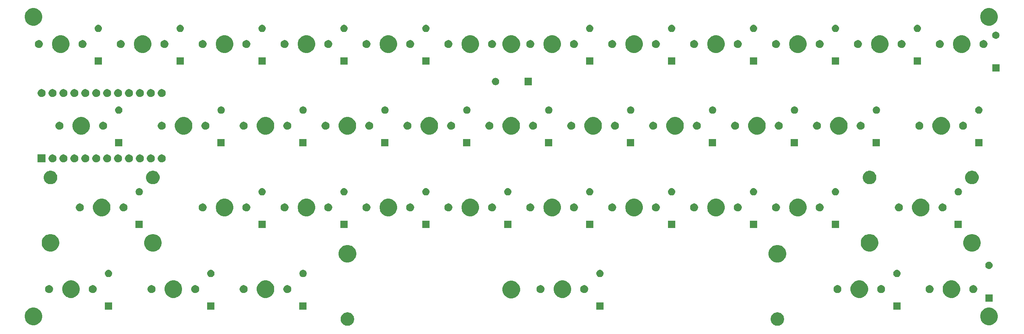
<source format=gbr>
G04 #@! TF.GenerationSoftware,KiCad,Pcbnew,(5.1.4)-1*
G04 #@! TF.CreationDate,2020-10-25T14:57:06-07:00*
G04 #@! TF.ProjectId,cheepcheep,63686565-7063-4686-9565-702e6b696361,rev?*
G04 #@! TF.SameCoordinates,Original*
G04 #@! TF.FileFunction,Soldermask,Top*
G04 #@! TF.FilePolarity,Negative*
%FSLAX46Y46*%
G04 Gerber Fmt 4.6, Leading zero omitted, Abs format (unit mm)*
G04 Created by KiCad (PCBNEW (5.1.4)-1) date 2020-10-25 14:57:06*
%MOMM*%
%LPD*%
G04 APERTURE LIST*
%ADD10C,0.100000*%
G04 APERTURE END LIST*
D10*
G36*
X219337277Y-100682577D02*
G01*
X219528061Y-100720526D01*
X219646787Y-100769704D01*
X219814691Y-100839252D01*
X219814692Y-100839253D01*
X220072654Y-101011617D01*
X220292033Y-101230996D01*
X220345201Y-101310568D01*
X220464398Y-101488959D01*
X220522672Y-101629646D01*
X220583124Y-101775589D01*
X220588379Y-101802007D01*
X220643650Y-102079875D01*
X220643650Y-102390125D01*
X220583124Y-102694410D01*
X220464398Y-102981041D01*
X220464397Y-102981042D01*
X220292033Y-103239004D01*
X220072654Y-103458383D01*
X219902343Y-103572181D01*
X219814691Y-103630748D01*
X219646787Y-103700296D01*
X219528061Y-103749474D01*
X219375917Y-103779737D01*
X219223775Y-103810000D01*
X218913525Y-103810000D01*
X218761383Y-103779737D01*
X218609239Y-103749474D01*
X218490513Y-103700296D01*
X218322609Y-103630748D01*
X218234957Y-103572181D01*
X218064646Y-103458383D01*
X217845267Y-103239004D01*
X217672903Y-102981042D01*
X217672902Y-102981041D01*
X217554176Y-102694410D01*
X217493650Y-102390125D01*
X217493650Y-102079875D01*
X217548921Y-101802007D01*
X217554176Y-101775589D01*
X217614628Y-101629646D01*
X217672902Y-101488959D01*
X217792099Y-101310568D01*
X217845267Y-101230996D01*
X218064646Y-101011617D01*
X218322608Y-100839253D01*
X218322609Y-100839252D01*
X218490513Y-100769704D01*
X218609239Y-100720526D01*
X218800023Y-100682577D01*
X218913525Y-100660000D01*
X219223775Y-100660000D01*
X219337277Y-100682577D01*
X219337277Y-100682577D01*
G37*
G36*
X119337477Y-100682577D02*
G01*
X119528261Y-100720526D01*
X119646987Y-100769704D01*
X119814891Y-100839252D01*
X119814892Y-100839253D01*
X120072854Y-101011617D01*
X120292233Y-101230996D01*
X120345401Y-101310568D01*
X120464598Y-101488959D01*
X120522872Y-101629646D01*
X120583324Y-101775589D01*
X120588579Y-101802007D01*
X120643850Y-102079875D01*
X120643850Y-102390125D01*
X120583324Y-102694410D01*
X120464598Y-102981041D01*
X120464597Y-102981042D01*
X120292233Y-103239004D01*
X120072854Y-103458383D01*
X119902543Y-103572181D01*
X119814891Y-103630748D01*
X119646987Y-103700296D01*
X119528261Y-103749474D01*
X119376117Y-103779737D01*
X119223975Y-103810000D01*
X118913725Y-103810000D01*
X118761583Y-103779737D01*
X118609439Y-103749474D01*
X118490713Y-103700296D01*
X118322809Y-103630748D01*
X118235157Y-103572181D01*
X118064846Y-103458383D01*
X117845467Y-103239004D01*
X117673103Y-102981042D01*
X117673102Y-102981041D01*
X117554376Y-102694410D01*
X117493850Y-102390125D01*
X117493850Y-102079875D01*
X117549121Y-101802007D01*
X117554376Y-101775589D01*
X117614828Y-101629646D01*
X117673102Y-101488959D01*
X117792299Y-101310568D01*
X117845467Y-101230996D01*
X118064846Y-101011617D01*
X118322808Y-100839253D01*
X118322809Y-100839252D01*
X118490713Y-100769704D01*
X118609439Y-100720526D01*
X118800223Y-100682577D01*
X118913725Y-100660000D01*
X119223975Y-100660000D01*
X119337477Y-100682577D01*
X119337477Y-100682577D01*
G37*
G36*
X268885754Y-99627818D02*
G01*
X269259011Y-99782426D01*
X269259013Y-99782427D01*
X269594936Y-100006884D01*
X269880616Y-100292564D01*
X270104613Y-100627798D01*
X270105074Y-100628489D01*
X270259682Y-101001746D01*
X270338500Y-101397993D01*
X270338500Y-101802007D01*
X270259682Y-102198254D01*
X270147898Y-102468124D01*
X270105073Y-102571513D01*
X269880616Y-102907436D01*
X269594936Y-103193116D01*
X269259013Y-103417573D01*
X269259012Y-103417574D01*
X269259011Y-103417574D01*
X268885754Y-103572182D01*
X268489507Y-103651000D01*
X268085493Y-103651000D01*
X267689246Y-103572182D01*
X267315989Y-103417574D01*
X267315988Y-103417574D01*
X267315987Y-103417573D01*
X266980064Y-103193116D01*
X266694384Y-102907436D01*
X266469927Y-102571513D01*
X266427102Y-102468124D01*
X266315318Y-102198254D01*
X266236500Y-101802007D01*
X266236500Y-101397993D01*
X266315318Y-101001746D01*
X266469926Y-100628489D01*
X266470388Y-100627798D01*
X266694384Y-100292564D01*
X266980064Y-100006884D01*
X267315987Y-99782427D01*
X267315989Y-99782426D01*
X267689246Y-99627818D01*
X268085493Y-99549000D01*
X268489507Y-99549000D01*
X268885754Y-99627818D01*
X268885754Y-99627818D01*
G37*
G36*
X46635754Y-99627818D02*
G01*
X47009011Y-99782426D01*
X47009013Y-99782427D01*
X47344936Y-100006884D01*
X47630616Y-100292564D01*
X47854613Y-100627798D01*
X47855074Y-100628489D01*
X48009682Y-101001746D01*
X48088500Y-101397993D01*
X48088500Y-101802007D01*
X48009682Y-102198254D01*
X47897898Y-102468124D01*
X47855073Y-102571513D01*
X47630616Y-102907436D01*
X47344936Y-103193116D01*
X47009013Y-103417573D01*
X47009012Y-103417574D01*
X47009011Y-103417574D01*
X46635754Y-103572182D01*
X46239507Y-103651000D01*
X45835493Y-103651000D01*
X45439246Y-103572182D01*
X45065989Y-103417574D01*
X45065988Y-103417574D01*
X45065987Y-103417573D01*
X44730064Y-103193116D01*
X44444384Y-102907436D01*
X44219927Y-102571513D01*
X44177102Y-102468124D01*
X44065318Y-102198254D01*
X43986500Y-101802007D01*
X43986500Y-101397993D01*
X44065318Y-101001746D01*
X44219926Y-100628489D01*
X44220388Y-100627798D01*
X44444384Y-100292564D01*
X44730064Y-100006884D01*
X45065987Y-99782427D01*
X45065989Y-99782426D01*
X45439246Y-99627818D01*
X45835493Y-99549000D01*
X46239507Y-99549000D01*
X46635754Y-99627818D01*
X46635754Y-99627818D01*
G37*
G36*
X247707250Y-100069750D02*
G01*
X246005250Y-100069750D01*
X246005250Y-98367750D01*
X247707250Y-98367750D01*
X247707250Y-100069750D01*
X247707250Y-100069750D01*
G37*
G36*
X178651000Y-100069750D02*
G01*
X176949000Y-100069750D01*
X176949000Y-98367750D01*
X178651000Y-98367750D01*
X178651000Y-100069750D01*
X178651000Y-100069750D01*
G37*
G36*
X109594750Y-100069750D02*
G01*
X107892750Y-100069750D01*
X107892750Y-98367750D01*
X109594750Y-98367750D01*
X109594750Y-100069750D01*
X109594750Y-100069750D01*
G37*
G36*
X88163500Y-100069750D02*
G01*
X86461500Y-100069750D01*
X86461500Y-98367750D01*
X88163500Y-98367750D01*
X88163500Y-100069750D01*
X88163500Y-100069750D01*
G37*
G36*
X64351000Y-100069750D02*
G01*
X62649000Y-100069750D01*
X62649000Y-98367750D01*
X64351000Y-98367750D01*
X64351000Y-100069750D01*
X64351000Y-100069750D01*
G37*
G36*
X269138500Y-98164750D02*
G01*
X267436500Y-98164750D01*
X267436500Y-96462750D01*
X269138500Y-96462750D01*
X269138500Y-98164750D01*
X269138500Y-98164750D01*
G37*
G36*
X157760754Y-93365318D02*
G01*
X158134011Y-93519926D01*
X158134013Y-93519927D01*
X158469936Y-93744384D01*
X158755616Y-94030064D01*
X158979613Y-94365298D01*
X158980074Y-94365989D01*
X159134682Y-94739246D01*
X159213500Y-95135493D01*
X159213500Y-95539507D01*
X159134682Y-95935754D01*
X159035169Y-96176000D01*
X158980073Y-96309013D01*
X158755616Y-96644936D01*
X158469936Y-96930616D01*
X158134013Y-97155073D01*
X158134012Y-97155074D01*
X158134011Y-97155074D01*
X157760754Y-97309682D01*
X157364507Y-97388500D01*
X156960493Y-97388500D01*
X156564246Y-97309682D01*
X156190989Y-97155074D01*
X156190988Y-97155074D01*
X156190987Y-97155073D01*
X155855064Y-96930616D01*
X155569384Y-96644936D01*
X155344927Y-96309013D01*
X155289831Y-96176000D01*
X155190318Y-95935754D01*
X155111500Y-95539507D01*
X155111500Y-95135493D01*
X155190318Y-94739246D01*
X155344926Y-94365989D01*
X155345388Y-94365298D01*
X155569384Y-94030064D01*
X155855064Y-93744384D01*
X156190987Y-93519927D01*
X156190989Y-93519926D01*
X156564246Y-93365318D01*
X156960493Y-93286500D01*
X157364507Y-93286500D01*
X157760754Y-93365318D01*
X157760754Y-93365318D01*
G37*
G36*
X260152724Y-93283684D02*
G01*
X260349808Y-93365319D01*
X260524873Y-93437833D01*
X260859798Y-93661623D01*
X261144627Y-93946452D01*
X261368417Y-94281377D01*
X261400812Y-94359586D01*
X261522566Y-94653526D01*
X261601150Y-95048594D01*
X261601150Y-95451406D01*
X261522566Y-95846474D01*
X261471701Y-95969272D01*
X261368417Y-96218623D01*
X261144627Y-96553548D01*
X260859798Y-96838377D01*
X260524873Y-97062167D01*
X260423294Y-97104242D01*
X260152724Y-97216316D01*
X259757656Y-97294900D01*
X259354844Y-97294900D01*
X258959776Y-97216316D01*
X258689206Y-97104242D01*
X258587627Y-97062167D01*
X258252702Y-96838377D01*
X257967873Y-96553548D01*
X257744083Y-96218623D01*
X257640799Y-95969272D01*
X257589934Y-95846474D01*
X257511350Y-95451406D01*
X257511350Y-95048594D01*
X257589934Y-94653526D01*
X257711688Y-94359586D01*
X257744083Y-94281377D01*
X257967873Y-93946452D01*
X258252702Y-93661623D01*
X258587627Y-93437833D01*
X258762692Y-93365319D01*
X258959776Y-93283684D01*
X259354844Y-93205100D01*
X259757656Y-93205100D01*
X260152724Y-93283684D01*
X260152724Y-93283684D01*
G37*
G36*
X55365224Y-93283684D02*
G01*
X55562308Y-93365319D01*
X55737373Y-93437833D01*
X56072298Y-93661623D01*
X56357127Y-93946452D01*
X56580917Y-94281377D01*
X56613312Y-94359586D01*
X56735066Y-94653526D01*
X56813650Y-95048594D01*
X56813650Y-95451406D01*
X56735066Y-95846474D01*
X56684201Y-95969272D01*
X56580917Y-96218623D01*
X56357127Y-96553548D01*
X56072298Y-96838377D01*
X55737373Y-97062167D01*
X55635794Y-97104242D01*
X55365224Y-97216316D01*
X54970156Y-97294900D01*
X54567344Y-97294900D01*
X54172276Y-97216316D01*
X53901706Y-97104242D01*
X53800127Y-97062167D01*
X53465202Y-96838377D01*
X53180373Y-96553548D01*
X52956583Y-96218623D01*
X52853299Y-95969272D01*
X52802434Y-95846474D01*
X52723850Y-95451406D01*
X52723850Y-95048594D01*
X52802434Y-94653526D01*
X52924188Y-94359586D01*
X52956583Y-94281377D01*
X53180373Y-93946452D01*
X53465202Y-93661623D01*
X53800127Y-93437833D01*
X53975192Y-93365319D01*
X54172276Y-93283684D01*
X54567344Y-93205100D01*
X54970156Y-93205100D01*
X55365224Y-93283684D01*
X55365224Y-93283684D01*
G37*
G36*
X100608974Y-93283684D02*
G01*
X100806058Y-93365319D01*
X100981123Y-93437833D01*
X101316048Y-93661623D01*
X101600877Y-93946452D01*
X101824667Y-94281377D01*
X101857062Y-94359586D01*
X101978816Y-94653526D01*
X102057400Y-95048594D01*
X102057400Y-95451406D01*
X101978816Y-95846474D01*
X101927951Y-95969272D01*
X101824667Y-96218623D01*
X101600877Y-96553548D01*
X101316048Y-96838377D01*
X100981123Y-97062167D01*
X100879544Y-97104242D01*
X100608974Y-97216316D01*
X100213906Y-97294900D01*
X99811094Y-97294900D01*
X99416026Y-97216316D01*
X99145456Y-97104242D01*
X99043877Y-97062167D01*
X98708952Y-96838377D01*
X98424123Y-96553548D01*
X98200333Y-96218623D01*
X98097049Y-95969272D01*
X98046184Y-95846474D01*
X97967600Y-95451406D01*
X97967600Y-95048594D01*
X98046184Y-94653526D01*
X98167938Y-94359586D01*
X98200333Y-94281377D01*
X98424123Y-93946452D01*
X98708952Y-93661623D01*
X99043877Y-93437833D01*
X99218942Y-93365319D01*
X99416026Y-93283684D01*
X99811094Y-93205100D01*
X100213906Y-93205100D01*
X100608974Y-93283684D01*
X100608974Y-93283684D01*
G37*
G36*
X169665224Y-93283684D02*
G01*
X169862308Y-93365319D01*
X170037373Y-93437833D01*
X170372298Y-93661623D01*
X170657127Y-93946452D01*
X170880917Y-94281377D01*
X170913312Y-94359586D01*
X171035066Y-94653526D01*
X171113650Y-95048594D01*
X171113650Y-95451406D01*
X171035066Y-95846474D01*
X170984201Y-95969272D01*
X170880917Y-96218623D01*
X170657127Y-96553548D01*
X170372298Y-96838377D01*
X170037373Y-97062167D01*
X169935794Y-97104242D01*
X169665224Y-97216316D01*
X169270156Y-97294900D01*
X168867344Y-97294900D01*
X168472276Y-97216316D01*
X168201706Y-97104242D01*
X168100127Y-97062167D01*
X167765202Y-96838377D01*
X167480373Y-96553548D01*
X167256583Y-96218623D01*
X167153299Y-95969272D01*
X167102434Y-95846474D01*
X167023850Y-95451406D01*
X167023850Y-95048594D01*
X167102434Y-94653526D01*
X167224188Y-94359586D01*
X167256583Y-94281377D01*
X167480373Y-93946452D01*
X167765202Y-93661623D01*
X168100127Y-93437833D01*
X168275192Y-93365319D01*
X168472276Y-93283684D01*
X168867344Y-93205100D01*
X169270156Y-93205100D01*
X169665224Y-93283684D01*
X169665224Y-93283684D01*
G37*
G36*
X238721474Y-93283684D02*
G01*
X238918558Y-93365319D01*
X239093623Y-93437833D01*
X239428548Y-93661623D01*
X239713377Y-93946452D01*
X239937167Y-94281377D01*
X239969562Y-94359586D01*
X240091316Y-94653526D01*
X240169900Y-95048594D01*
X240169900Y-95451406D01*
X240091316Y-95846474D01*
X240040451Y-95969272D01*
X239937167Y-96218623D01*
X239713377Y-96553548D01*
X239428548Y-96838377D01*
X239093623Y-97062167D01*
X238992044Y-97104242D01*
X238721474Y-97216316D01*
X238326406Y-97294900D01*
X237923594Y-97294900D01*
X237528526Y-97216316D01*
X237257956Y-97104242D01*
X237156377Y-97062167D01*
X236821452Y-96838377D01*
X236536623Y-96553548D01*
X236312833Y-96218623D01*
X236209549Y-95969272D01*
X236158684Y-95846474D01*
X236080100Y-95451406D01*
X236080100Y-95048594D01*
X236158684Y-94653526D01*
X236280438Y-94359586D01*
X236312833Y-94281377D01*
X236536623Y-93946452D01*
X236821452Y-93661623D01*
X237156377Y-93437833D01*
X237331442Y-93365319D01*
X237528526Y-93283684D01*
X237923594Y-93205100D01*
X238326406Y-93205100D01*
X238721474Y-93283684D01*
X238721474Y-93283684D01*
G37*
G36*
X79177724Y-93283684D02*
G01*
X79374808Y-93365319D01*
X79549873Y-93437833D01*
X79884798Y-93661623D01*
X80169627Y-93946452D01*
X80393417Y-94281377D01*
X80425812Y-94359586D01*
X80547566Y-94653526D01*
X80626150Y-95048594D01*
X80626150Y-95451406D01*
X80547566Y-95846474D01*
X80496701Y-95969272D01*
X80393417Y-96218623D01*
X80169627Y-96553548D01*
X79884798Y-96838377D01*
X79549873Y-97062167D01*
X79448294Y-97104242D01*
X79177724Y-97216316D01*
X78782656Y-97294900D01*
X78379844Y-97294900D01*
X77984776Y-97216316D01*
X77714206Y-97104242D01*
X77612627Y-97062167D01*
X77277702Y-96838377D01*
X76992873Y-96553548D01*
X76769083Y-96218623D01*
X76665799Y-95969272D01*
X76614934Y-95846474D01*
X76536350Y-95451406D01*
X76536350Y-95048594D01*
X76614934Y-94653526D01*
X76736688Y-94359586D01*
X76769083Y-94281377D01*
X76992873Y-93946452D01*
X77277702Y-93661623D01*
X77612627Y-93437833D01*
X77787692Y-93365319D01*
X77984776Y-93283684D01*
X78379844Y-93205100D01*
X78782656Y-93205100D01*
X79177724Y-93283684D01*
X79177724Y-93283684D01*
G37*
G36*
X49958854Y-94359585D02*
G01*
X50127376Y-94429389D01*
X50279041Y-94530728D01*
X50408022Y-94659709D01*
X50509361Y-94811374D01*
X50579165Y-94979896D01*
X50614750Y-95158797D01*
X50614750Y-95341203D01*
X50579165Y-95520104D01*
X50509361Y-95688626D01*
X50408022Y-95840291D01*
X50279041Y-95969272D01*
X50127376Y-96070611D01*
X49958854Y-96140415D01*
X49779953Y-96176000D01*
X49597547Y-96176000D01*
X49418646Y-96140415D01*
X49250124Y-96070611D01*
X49098459Y-95969272D01*
X48969478Y-95840291D01*
X48868139Y-95688626D01*
X48798335Y-95520104D01*
X48762750Y-95341203D01*
X48762750Y-95158797D01*
X48798335Y-94979896D01*
X48868139Y-94811374D01*
X48969478Y-94659709D01*
X49098459Y-94530728D01*
X49250124Y-94429389D01*
X49418646Y-94359585D01*
X49597547Y-94324000D01*
X49779953Y-94324000D01*
X49958854Y-94359585D01*
X49958854Y-94359585D01*
G37*
G36*
X60118854Y-94359585D02*
G01*
X60287376Y-94429389D01*
X60439041Y-94530728D01*
X60568022Y-94659709D01*
X60669361Y-94811374D01*
X60739165Y-94979896D01*
X60774750Y-95158797D01*
X60774750Y-95341203D01*
X60739165Y-95520104D01*
X60669361Y-95688626D01*
X60568022Y-95840291D01*
X60439041Y-95969272D01*
X60287376Y-96070611D01*
X60118854Y-96140415D01*
X59939953Y-96176000D01*
X59757547Y-96176000D01*
X59578646Y-96140415D01*
X59410124Y-96070611D01*
X59258459Y-95969272D01*
X59129478Y-95840291D01*
X59028139Y-95688626D01*
X58958335Y-95520104D01*
X58922750Y-95341203D01*
X58922750Y-95158797D01*
X58958335Y-94979896D01*
X59028139Y-94811374D01*
X59129478Y-94659709D01*
X59258459Y-94530728D01*
X59410124Y-94429389D01*
X59578646Y-94359585D01*
X59757547Y-94324000D01*
X59939953Y-94324000D01*
X60118854Y-94359585D01*
X60118854Y-94359585D01*
G37*
G36*
X73771354Y-94359585D02*
G01*
X73939876Y-94429389D01*
X74091541Y-94530728D01*
X74220522Y-94659709D01*
X74321861Y-94811374D01*
X74391665Y-94979896D01*
X74427250Y-95158797D01*
X74427250Y-95341203D01*
X74391665Y-95520104D01*
X74321861Y-95688626D01*
X74220522Y-95840291D01*
X74091541Y-95969272D01*
X73939876Y-96070611D01*
X73771354Y-96140415D01*
X73592453Y-96176000D01*
X73410047Y-96176000D01*
X73231146Y-96140415D01*
X73062624Y-96070611D01*
X72910959Y-95969272D01*
X72781978Y-95840291D01*
X72680639Y-95688626D01*
X72610835Y-95520104D01*
X72575250Y-95341203D01*
X72575250Y-95158797D01*
X72610835Y-94979896D01*
X72680639Y-94811374D01*
X72781978Y-94659709D01*
X72910959Y-94530728D01*
X73062624Y-94429389D01*
X73231146Y-94359585D01*
X73410047Y-94324000D01*
X73592453Y-94324000D01*
X73771354Y-94359585D01*
X73771354Y-94359585D01*
G37*
G36*
X83931354Y-94359585D02*
G01*
X84099876Y-94429389D01*
X84251541Y-94530728D01*
X84380522Y-94659709D01*
X84481861Y-94811374D01*
X84551665Y-94979896D01*
X84587250Y-95158797D01*
X84587250Y-95341203D01*
X84551665Y-95520104D01*
X84481861Y-95688626D01*
X84380522Y-95840291D01*
X84251541Y-95969272D01*
X84099876Y-96070611D01*
X83931354Y-96140415D01*
X83752453Y-96176000D01*
X83570047Y-96176000D01*
X83391146Y-96140415D01*
X83222624Y-96070611D01*
X83070959Y-95969272D01*
X82941978Y-95840291D01*
X82840639Y-95688626D01*
X82770835Y-95520104D01*
X82735250Y-95341203D01*
X82735250Y-95158797D01*
X82770835Y-94979896D01*
X82840639Y-94811374D01*
X82941978Y-94659709D01*
X83070959Y-94530728D01*
X83222624Y-94429389D01*
X83391146Y-94359585D01*
X83570047Y-94324000D01*
X83752453Y-94324000D01*
X83931354Y-94359585D01*
X83931354Y-94359585D01*
G37*
G36*
X95202604Y-94359585D02*
G01*
X95371126Y-94429389D01*
X95522791Y-94530728D01*
X95651772Y-94659709D01*
X95753111Y-94811374D01*
X95822915Y-94979896D01*
X95858500Y-95158797D01*
X95858500Y-95341203D01*
X95822915Y-95520104D01*
X95753111Y-95688626D01*
X95651772Y-95840291D01*
X95522791Y-95969272D01*
X95371126Y-96070611D01*
X95202604Y-96140415D01*
X95023703Y-96176000D01*
X94841297Y-96176000D01*
X94662396Y-96140415D01*
X94493874Y-96070611D01*
X94342209Y-95969272D01*
X94213228Y-95840291D01*
X94111889Y-95688626D01*
X94042085Y-95520104D01*
X94006500Y-95341203D01*
X94006500Y-95158797D01*
X94042085Y-94979896D01*
X94111889Y-94811374D01*
X94213228Y-94659709D01*
X94342209Y-94530728D01*
X94493874Y-94429389D01*
X94662396Y-94359585D01*
X94841297Y-94324000D01*
X95023703Y-94324000D01*
X95202604Y-94359585D01*
X95202604Y-94359585D01*
G37*
G36*
X105362604Y-94359585D02*
G01*
X105531126Y-94429389D01*
X105682791Y-94530728D01*
X105811772Y-94659709D01*
X105913111Y-94811374D01*
X105982915Y-94979896D01*
X106018500Y-95158797D01*
X106018500Y-95341203D01*
X105982915Y-95520104D01*
X105913111Y-95688626D01*
X105811772Y-95840291D01*
X105682791Y-95969272D01*
X105531126Y-96070611D01*
X105362604Y-96140415D01*
X105183703Y-96176000D01*
X105001297Y-96176000D01*
X104822396Y-96140415D01*
X104653874Y-96070611D01*
X104502209Y-95969272D01*
X104373228Y-95840291D01*
X104271889Y-95688626D01*
X104202085Y-95520104D01*
X104166500Y-95341203D01*
X104166500Y-95158797D01*
X104202085Y-94979896D01*
X104271889Y-94811374D01*
X104373228Y-94659709D01*
X104502209Y-94530728D01*
X104653874Y-94429389D01*
X104822396Y-94359585D01*
X105001297Y-94324000D01*
X105183703Y-94324000D01*
X105362604Y-94359585D01*
X105362604Y-94359585D01*
G37*
G36*
X233315104Y-94359585D02*
G01*
X233483626Y-94429389D01*
X233635291Y-94530728D01*
X233764272Y-94659709D01*
X233865611Y-94811374D01*
X233935415Y-94979896D01*
X233971000Y-95158797D01*
X233971000Y-95341203D01*
X233935415Y-95520104D01*
X233865611Y-95688626D01*
X233764272Y-95840291D01*
X233635291Y-95969272D01*
X233483626Y-96070611D01*
X233315104Y-96140415D01*
X233136203Y-96176000D01*
X232953797Y-96176000D01*
X232774896Y-96140415D01*
X232606374Y-96070611D01*
X232454709Y-95969272D01*
X232325728Y-95840291D01*
X232224389Y-95688626D01*
X232154585Y-95520104D01*
X232119000Y-95341203D01*
X232119000Y-95158797D01*
X232154585Y-94979896D01*
X232224389Y-94811374D01*
X232325728Y-94659709D01*
X232454709Y-94530728D01*
X232606374Y-94429389D01*
X232774896Y-94359585D01*
X232953797Y-94324000D01*
X233136203Y-94324000D01*
X233315104Y-94359585D01*
X233315104Y-94359585D01*
G37*
G36*
X243475104Y-94359585D02*
G01*
X243643626Y-94429389D01*
X243795291Y-94530728D01*
X243924272Y-94659709D01*
X244025611Y-94811374D01*
X244095415Y-94979896D01*
X244131000Y-95158797D01*
X244131000Y-95341203D01*
X244095415Y-95520104D01*
X244025611Y-95688626D01*
X243924272Y-95840291D01*
X243795291Y-95969272D01*
X243643626Y-96070611D01*
X243475104Y-96140415D01*
X243296203Y-96176000D01*
X243113797Y-96176000D01*
X242934896Y-96140415D01*
X242766374Y-96070611D01*
X242614709Y-95969272D01*
X242485728Y-95840291D01*
X242384389Y-95688626D01*
X242314585Y-95520104D01*
X242279000Y-95341203D01*
X242279000Y-95158797D01*
X242314585Y-94979896D01*
X242384389Y-94811374D01*
X242485728Y-94659709D01*
X242614709Y-94530728D01*
X242766374Y-94429389D01*
X242934896Y-94359585D01*
X243113797Y-94324000D01*
X243296203Y-94324000D01*
X243475104Y-94359585D01*
X243475104Y-94359585D01*
G37*
G36*
X254746354Y-94359585D02*
G01*
X254914876Y-94429389D01*
X255066541Y-94530728D01*
X255195522Y-94659709D01*
X255296861Y-94811374D01*
X255366665Y-94979896D01*
X255402250Y-95158797D01*
X255402250Y-95341203D01*
X255366665Y-95520104D01*
X255296861Y-95688626D01*
X255195522Y-95840291D01*
X255066541Y-95969272D01*
X254914876Y-96070611D01*
X254746354Y-96140415D01*
X254567453Y-96176000D01*
X254385047Y-96176000D01*
X254206146Y-96140415D01*
X254037624Y-96070611D01*
X253885959Y-95969272D01*
X253756978Y-95840291D01*
X253655639Y-95688626D01*
X253585835Y-95520104D01*
X253550250Y-95341203D01*
X253550250Y-95158797D01*
X253585835Y-94979896D01*
X253655639Y-94811374D01*
X253756978Y-94659709D01*
X253885959Y-94530728D01*
X254037624Y-94429389D01*
X254206146Y-94359585D01*
X254385047Y-94324000D01*
X254567453Y-94324000D01*
X254746354Y-94359585D01*
X254746354Y-94359585D01*
G37*
G36*
X264906354Y-94359585D02*
G01*
X265074876Y-94429389D01*
X265226541Y-94530728D01*
X265355522Y-94659709D01*
X265456861Y-94811374D01*
X265526665Y-94979896D01*
X265562250Y-95158797D01*
X265562250Y-95341203D01*
X265526665Y-95520104D01*
X265456861Y-95688626D01*
X265355522Y-95840291D01*
X265226541Y-95969272D01*
X265074876Y-96070611D01*
X264906354Y-96140415D01*
X264727453Y-96176000D01*
X264545047Y-96176000D01*
X264366146Y-96140415D01*
X264197624Y-96070611D01*
X264045959Y-95969272D01*
X263916978Y-95840291D01*
X263815639Y-95688626D01*
X263745835Y-95520104D01*
X263710250Y-95341203D01*
X263710250Y-95158797D01*
X263745835Y-94979896D01*
X263815639Y-94811374D01*
X263916978Y-94659709D01*
X264045959Y-94530728D01*
X264197624Y-94429389D01*
X264366146Y-94359585D01*
X264545047Y-94324000D01*
X264727453Y-94324000D01*
X264906354Y-94359585D01*
X264906354Y-94359585D01*
G37*
G36*
X164258854Y-94359585D02*
G01*
X164427376Y-94429389D01*
X164579041Y-94530728D01*
X164708022Y-94659709D01*
X164809361Y-94811374D01*
X164879165Y-94979896D01*
X164914750Y-95158797D01*
X164914750Y-95341203D01*
X164879165Y-95520104D01*
X164809361Y-95688626D01*
X164708022Y-95840291D01*
X164579041Y-95969272D01*
X164427376Y-96070611D01*
X164258854Y-96140415D01*
X164079953Y-96176000D01*
X163897547Y-96176000D01*
X163718646Y-96140415D01*
X163550124Y-96070611D01*
X163398459Y-95969272D01*
X163269478Y-95840291D01*
X163168139Y-95688626D01*
X163098335Y-95520104D01*
X163062750Y-95341203D01*
X163062750Y-95158797D01*
X163098335Y-94979896D01*
X163168139Y-94811374D01*
X163269478Y-94659709D01*
X163398459Y-94530728D01*
X163550124Y-94429389D01*
X163718646Y-94359585D01*
X163897547Y-94324000D01*
X164079953Y-94324000D01*
X164258854Y-94359585D01*
X164258854Y-94359585D01*
G37*
G36*
X174418854Y-94359585D02*
G01*
X174587376Y-94429389D01*
X174739041Y-94530728D01*
X174868022Y-94659709D01*
X174969361Y-94811374D01*
X175039165Y-94979896D01*
X175074750Y-95158797D01*
X175074750Y-95341203D01*
X175039165Y-95520104D01*
X174969361Y-95688626D01*
X174868022Y-95840291D01*
X174739041Y-95969272D01*
X174587376Y-96070611D01*
X174418854Y-96140415D01*
X174239953Y-96176000D01*
X174057547Y-96176000D01*
X173878646Y-96140415D01*
X173710124Y-96070611D01*
X173558459Y-95969272D01*
X173429478Y-95840291D01*
X173328139Y-95688626D01*
X173258335Y-95520104D01*
X173222750Y-95341203D01*
X173222750Y-95158797D01*
X173258335Y-94979896D01*
X173328139Y-94811374D01*
X173429478Y-94659709D01*
X173558459Y-94530728D01*
X173710124Y-94429389D01*
X173878646Y-94359585D01*
X174057547Y-94324000D01*
X174239953Y-94324000D01*
X174418854Y-94359585D01*
X174418854Y-94359585D01*
G37*
G36*
X247023073Y-90760063D02*
G01*
X247183492Y-90808726D01*
X247316156Y-90879636D01*
X247331328Y-90887746D01*
X247460909Y-90994091D01*
X247567254Y-91123672D01*
X247567255Y-91123674D01*
X247646274Y-91271508D01*
X247694937Y-91431927D01*
X247711367Y-91598750D01*
X247694937Y-91765573D01*
X247646274Y-91925992D01*
X247575364Y-92058656D01*
X247567254Y-92073828D01*
X247460909Y-92203409D01*
X247331328Y-92309754D01*
X247331326Y-92309755D01*
X247183492Y-92388774D01*
X247023073Y-92437437D01*
X246898054Y-92449750D01*
X246814446Y-92449750D01*
X246689427Y-92437437D01*
X246529008Y-92388774D01*
X246381174Y-92309755D01*
X246381172Y-92309754D01*
X246251591Y-92203409D01*
X246145246Y-92073828D01*
X246137136Y-92058656D01*
X246066226Y-91925992D01*
X246017563Y-91765573D01*
X246001133Y-91598750D01*
X246017563Y-91431927D01*
X246066226Y-91271508D01*
X246145245Y-91123674D01*
X246145246Y-91123672D01*
X246251591Y-90994091D01*
X246381172Y-90887746D01*
X246396344Y-90879636D01*
X246529008Y-90808726D01*
X246689427Y-90760063D01*
X246814446Y-90747750D01*
X246898054Y-90747750D01*
X247023073Y-90760063D01*
X247023073Y-90760063D01*
G37*
G36*
X63666823Y-90760063D02*
G01*
X63827242Y-90808726D01*
X63959906Y-90879636D01*
X63975078Y-90887746D01*
X64104659Y-90994091D01*
X64211004Y-91123672D01*
X64211005Y-91123674D01*
X64290024Y-91271508D01*
X64338687Y-91431927D01*
X64355117Y-91598750D01*
X64338687Y-91765573D01*
X64290024Y-91925992D01*
X64219114Y-92058656D01*
X64211004Y-92073828D01*
X64104659Y-92203409D01*
X63975078Y-92309754D01*
X63975076Y-92309755D01*
X63827242Y-92388774D01*
X63666823Y-92437437D01*
X63541804Y-92449750D01*
X63458196Y-92449750D01*
X63333177Y-92437437D01*
X63172758Y-92388774D01*
X63024924Y-92309755D01*
X63024922Y-92309754D01*
X62895341Y-92203409D01*
X62788996Y-92073828D01*
X62780886Y-92058656D01*
X62709976Y-91925992D01*
X62661313Y-91765573D01*
X62644883Y-91598750D01*
X62661313Y-91431927D01*
X62709976Y-91271508D01*
X62788995Y-91123674D01*
X62788996Y-91123672D01*
X62895341Y-90994091D01*
X63024922Y-90887746D01*
X63040094Y-90879636D01*
X63172758Y-90808726D01*
X63333177Y-90760063D01*
X63458196Y-90747750D01*
X63541804Y-90747750D01*
X63666823Y-90760063D01*
X63666823Y-90760063D01*
G37*
G36*
X87479323Y-90760063D02*
G01*
X87639742Y-90808726D01*
X87772406Y-90879636D01*
X87787578Y-90887746D01*
X87917159Y-90994091D01*
X88023504Y-91123672D01*
X88023505Y-91123674D01*
X88102524Y-91271508D01*
X88151187Y-91431927D01*
X88167617Y-91598750D01*
X88151187Y-91765573D01*
X88102524Y-91925992D01*
X88031614Y-92058656D01*
X88023504Y-92073828D01*
X87917159Y-92203409D01*
X87787578Y-92309754D01*
X87787576Y-92309755D01*
X87639742Y-92388774D01*
X87479323Y-92437437D01*
X87354304Y-92449750D01*
X87270696Y-92449750D01*
X87145677Y-92437437D01*
X86985258Y-92388774D01*
X86837424Y-92309755D01*
X86837422Y-92309754D01*
X86707841Y-92203409D01*
X86601496Y-92073828D01*
X86593386Y-92058656D01*
X86522476Y-91925992D01*
X86473813Y-91765573D01*
X86457383Y-91598750D01*
X86473813Y-91431927D01*
X86522476Y-91271508D01*
X86601495Y-91123674D01*
X86601496Y-91123672D01*
X86707841Y-90994091D01*
X86837422Y-90887746D01*
X86852594Y-90879636D01*
X86985258Y-90808726D01*
X87145677Y-90760063D01*
X87270696Y-90747750D01*
X87354304Y-90747750D01*
X87479323Y-90760063D01*
X87479323Y-90760063D01*
G37*
G36*
X177966823Y-90760063D02*
G01*
X178127242Y-90808726D01*
X178259906Y-90879636D01*
X178275078Y-90887746D01*
X178404659Y-90994091D01*
X178511004Y-91123672D01*
X178511005Y-91123674D01*
X178590024Y-91271508D01*
X178638687Y-91431927D01*
X178655117Y-91598750D01*
X178638687Y-91765573D01*
X178590024Y-91925992D01*
X178519114Y-92058656D01*
X178511004Y-92073828D01*
X178404659Y-92203409D01*
X178275078Y-92309754D01*
X178275076Y-92309755D01*
X178127242Y-92388774D01*
X177966823Y-92437437D01*
X177841804Y-92449750D01*
X177758196Y-92449750D01*
X177633177Y-92437437D01*
X177472758Y-92388774D01*
X177324924Y-92309755D01*
X177324922Y-92309754D01*
X177195341Y-92203409D01*
X177088996Y-92073828D01*
X177080886Y-92058656D01*
X177009976Y-91925992D01*
X176961313Y-91765573D01*
X176944883Y-91598750D01*
X176961313Y-91431927D01*
X177009976Y-91271508D01*
X177088995Y-91123674D01*
X177088996Y-91123672D01*
X177195341Y-90994091D01*
X177324922Y-90887746D01*
X177340094Y-90879636D01*
X177472758Y-90808726D01*
X177633177Y-90760063D01*
X177758196Y-90747750D01*
X177841804Y-90747750D01*
X177966823Y-90760063D01*
X177966823Y-90760063D01*
G37*
G36*
X108910573Y-90760063D02*
G01*
X109070992Y-90808726D01*
X109203656Y-90879636D01*
X109218828Y-90887746D01*
X109348409Y-90994091D01*
X109454754Y-91123672D01*
X109454755Y-91123674D01*
X109533774Y-91271508D01*
X109582437Y-91431927D01*
X109598867Y-91598750D01*
X109582437Y-91765573D01*
X109533774Y-91925992D01*
X109462864Y-92058656D01*
X109454754Y-92073828D01*
X109348409Y-92203409D01*
X109218828Y-92309754D01*
X109218826Y-92309755D01*
X109070992Y-92388774D01*
X108910573Y-92437437D01*
X108785554Y-92449750D01*
X108701946Y-92449750D01*
X108576927Y-92437437D01*
X108416508Y-92388774D01*
X108268674Y-92309755D01*
X108268672Y-92309754D01*
X108139091Y-92203409D01*
X108032746Y-92073828D01*
X108024636Y-92058656D01*
X107953726Y-91925992D01*
X107905063Y-91765573D01*
X107888633Y-91598750D01*
X107905063Y-91431927D01*
X107953726Y-91271508D01*
X108032745Y-91123674D01*
X108032746Y-91123672D01*
X108139091Y-90994091D01*
X108268672Y-90887746D01*
X108283844Y-90879636D01*
X108416508Y-90808726D01*
X108576927Y-90760063D01*
X108701946Y-90747750D01*
X108785554Y-90747750D01*
X108910573Y-90760063D01*
X108910573Y-90760063D01*
G37*
G36*
X268454323Y-88855063D02*
G01*
X268614742Y-88903726D01*
X268722483Y-88961315D01*
X268762578Y-88982746D01*
X268892159Y-89089091D01*
X268998504Y-89218672D01*
X268998505Y-89218674D01*
X269077524Y-89366508D01*
X269126187Y-89526927D01*
X269142617Y-89693750D01*
X269126187Y-89860573D01*
X269077524Y-90020992D01*
X269006614Y-90153656D01*
X268998504Y-90168828D01*
X268892159Y-90298409D01*
X268762578Y-90404754D01*
X268762576Y-90404755D01*
X268614742Y-90483774D01*
X268454323Y-90532437D01*
X268329304Y-90544750D01*
X268245696Y-90544750D01*
X268120677Y-90532437D01*
X267960258Y-90483774D01*
X267812424Y-90404755D01*
X267812422Y-90404754D01*
X267682841Y-90298409D01*
X267576496Y-90168828D01*
X267568386Y-90153656D01*
X267497476Y-90020992D01*
X267448813Y-89860573D01*
X267432383Y-89693750D01*
X267448813Y-89526927D01*
X267497476Y-89366508D01*
X267576495Y-89218674D01*
X267576496Y-89218672D01*
X267682841Y-89089091D01*
X267812422Y-88982746D01*
X267852517Y-88961315D01*
X267960258Y-88903726D01*
X268120677Y-88855063D01*
X268245696Y-88842750D01*
X268329304Y-88842750D01*
X268454323Y-88855063D01*
X268454323Y-88855063D01*
G37*
G36*
X119665324Y-85028684D02*
G01*
X119883324Y-85118983D01*
X120037473Y-85182833D01*
X120372398Y-85406623D01*
X120657227Y-85691452D01*
X120881017Y-86026377D01*
X120944867Y-86180526D01*
X121035166Y-86398526D01*
X121113750Y-86793594D01*
X121113750Y-87196406D01*
X121035166Y-87591474D01*
X120944867Y-87809474D01*
X120881017Y-87963623D01*
X120657227Y-88298548D01*
X120372398Y-88583377D01*
X120037473Y-88807167D01*
X119921841Y-88855063D01*
X119665324Y-88961316D01*
X119270256Y-89039900D01*
X118867444Y-89039900D01*
X118472376Y-88961316D01*
X118215859Y-88855063D01*
X118100227Y-88807167D01*
X117765302Y-88583377D01*
X117480473Y-88298548D01*
X117256683Y-87963623D01*
X117192833Y-87809474D01*
X117102534Y-87591474D01*
X117023950Y-87196406D01*
X117023950Y-86793594D01*
X117102534Y-86398526D01*
X117192833Y-86180526D01*
X117256683Y-86026377D01*
X117480473Y-85691452D01*
X117765302Y-85406623D01*
X118100227Y-85182833D01*
X118254376Y-85118983D01*
X118472376Y-85028684D01*
X118867444Y-84950100D01*
X119270256Y-84950100D01*
X119665324Y-85028684D01*
X119665324Y-85028684D01*
G37*
G36*
X219665124Y-85028684D02*
G01*
X219883124Y-85118983D01*
X220037273Y-85182833D01*
X220372198Y-85406623D01*
X220657027Y-85691452D01*
X220880817Y-86026377D01*
X220944667Y-86180526D01*
X221034966Y-86398526D01*
X221113550Y-86793594D01*
X221113550Y-87196406D01*
X221034966Y-87591474D01*
X220944667Y-87809474D01*
X220880817Y-87963623D01*
X220657027Y-88298548D01*
X220372198Y-88583377D01*
X220037273Y-88807167D01*
X219921641Y-88855063D01*
X219665124Y-88961316D01*
X219270056Y-89039900D01*
X218867244Y-89039900D01*
X218472176Y-88961316D01*
X218215659Y-88855063D01*
X218100027Y-88807167D01*
X217765102Y-88583377D01*
X217480273Y-88298548D01*
X217256483Y-87963623D01*
X217192633Y-87809474D01*
X217102334Y-87591474D01*
X217023750Y-87196406D01*
X217023750Y-86793594D01*
X217102334Y-86398526D01*
X217192633Y-86180526D01*
X217256483Y-86026377D01*
X217480273Y-85691452D01*
X217765102Y-85406623D01*
X218100027Y-85182833D01*
X218254176Y-85118983D01*
X218472176Y-85028684D01*
X218867244Y-84950100D01*
X219270056Y-84950100D01*
X219665124Y-85028684D01*
X219665124Y-85028684D01*
G37*
G36*
X264915224Y-82488684D02*
G01*
X265133224Y-82578983D01*
X265287373Y-82642833D01*
X265622298Y-82866623D01*
X265907127Y-83151452D01*
X266130917Y-83486377D01*
X266130917Y-83486378D01*
X266285066Y-83858526D01*
X266363650Y-84253594D01*
X266363650Y-84656406D01*
X266285066Y-85051474D01*
X266230655Y-85182833D01*
X266130917Y-85423623D01*
X265907127Y-85758548D01*
X265622298Y-86043377D01*
X265287373Y-86267167D01*
X265133224Y-86331017D01*
X264915224Y-86421316D01*
X264520156Y-86499900D01*
X264117344Y-86499900D01*
X263722276Y-86421316D01*
X263504276Y-86331017D01*
X263350127Y-86267167D01*
X263015202Y-86043377D01*
X262730373Y-85758548D01*
X262506583Y-85423623D01*
X262406845Y-85182833D01*
X262352434Y-85051474D01*
X262273850Y-84656406D01*
X262273850Y-84253594D01*
X262352434Y-83858526D01*
X262506583Y-83486378D01*
X262506583Y-83486377D01*
X262730373Y-83151452D01*
X263015202Y-82866623D01*
X263350127Y-82642833D01*
X263504276Y-82578983D01*
X263722276Y-82488684D01*
X264117344Y-82410100D01*
X264520156Y-82410100D01*
X264915224Y-82488684D01*
X264915224Y-82488684D01*
G37*
G36*
X241102724Y-82488684D02*
G01*
X241320724Y-82578983D01*
X241474873Y-82642833D01*
X241809798Y-82866623D01*
X242094627Y-83151452D01*
X242318417Y-83486377D01*
X242318417Y-83486378D01*
X242472566Y-83858526D01*
X242551150Y-84253594D01*
X242551150Y-84656406D01*
X242472566Y-85051474D01*
X242418155Y-85182833D01*
X242318417Y-85423623D01*
X242094627Y-85758548D01*
X241809798Y-86043377D01*
X241474873Y-86267167D01*
X241320724Y-86331017D01*
X241102724Y-86421316D01*
X240707656Y-86499900D01*
X240304844Y-86499900D01*
X239909776Y-86421316D01*
X239691776Y-86331017D01*
X239537627Y-86267167D01*
X239202702Y-86043377D01*
X238917873Y-85758548D01*
X238694083Y-85423623D01*
X238594345Y-85182833D01*
X238539934Y-85051474D01*
X238461350Y-84656406D01*
X238461350Y-84253594D01*
X238539934Y-83858526D01*
X238694083Y-83486378D01*
X238694083Y-83486377D01*
X238917873Y-83151452D01*
X239202702Y-82866623D01*
X239537627Y-82642833D01*
X239691776Y-82578983D01*
X239909776Y-82488684D01*
X240304844Y-82410100D01*
X240707656Y-82410100D01*
X241102724Y-82488684D01*
X241102724Y-82488684D01*
G37*
G36*
X74415224Y-82488684D02*
G01*
X74633224Y-82578983D01*
X74787373Y-82642833D01*
X75122298Y-82866623D01*
X75407127Y-83151452D01*
X75630917Y-83486377D01*
X75630917Y-83486378D01*
X75785066Y-83858526D01*
X75863650Y-84253594D01*
X75863650Y-84656406D01*
X75785066Y-85051474D01*
X75730655Y-85182833D01*
X75630917Y-85423623D01*
X75407127Y-85758548D01*
X75122298Y-86043377D01*
X74787373Y-86267167D01*
X74633224Y-86331017D01*
X74415224Y-86421316D01*
X74020156Y-86499900D01*
X73617344Y-86499900D01*
X73222276Y-86421316D01*
X73004276Y-86331017D01*
X72850127Y-86267167D01*
X72515202Y-86043377D01*
X72230373Y-85758548D01*
X72006583Y-85423623D01*
X71906845Y-85182833D01*
X71852434Y-85051474D01*
X71773850Y-84656406D01*
X71773850Y-84253594D01*
X71852434Y-83858526D01*
X72006583Y-83486378D01*
X72006583Y-83486377D01*
X72230373Y-83151452D01*
X72515202Y-82866623D01*
X72850127Y-82642833D01*
X73004276Y-82578983D01*
X73222276Y-82488684D01*
X73617344Y-82410100D01*
X74020156Y-82410100D01*
X74415224Y-82488684D01*
X74415224Y-82488684D01*
G37*
G36*
X50602724Y-82488684D02*
G01*
X50820724Y-82578983D01*
X50974873Y-82642833D01*
X51309798Y-82866623D01*
X51594627Y-83151452D01*
X51818417Y-83486377D01*
X51818417Y-83486378D01*
X51972566Y-83858526D01*
X52051150Y-84253594D01*
X52051150Y-84656406D01*
X51972566Y-85051474D01*
X51918155Y-85182833D01*
X51818417Y-85423623D01*
X51594627Y-85758548D01*
X51309798Y-86043377D01*
X50974873Y-86267167D01*
X50820724Y-86331017D01*
X50602724Y-86421316D01*
X50207656Y-86499900D01*
X49804844Y-86499900D01*
X49409776Y-86421316D01*
X49191776Y-86331017D01*
X49037627Y-86267167D01*
X48702702Y-86043377D01*
X48417873Y-85758548D01*
X48194083Y-85423623D01*
X48094345Y-85182833D01*
X48039934Y-85051474D01*
X47961350Y-84656406D01*
X47961350Y-84253594D01*
X48039934Y-83858526D01*
X48194083Y-83486378D01*
X48194083Y-83486377D01*
X48417873Y-83151452D01*
X48702702Y-82866623D01*
X49037627Y-82642833D01*
X49191776Y-82578983D01*
X49409776Y-82488684D01*
X49804844Y-82410100D01*
X50207656Y-82410100D01*
X50602724Y-82488684D01*
X50602724Y-82488684D01*
G37*
G36*
X176269750Y-81019750D02*
G01*
X174567750Y-81019750D01*
X174567750Y-79317750D01*
X176269750Y-79317750D01*
X176269750Y-81019750D01*
X176269750Y-81019750D01*
G37*
G36*
X71494750Y-81019750D02*
G01*
X69792750Y-81019750D01*
X69792750Y-79317750D01*
X71494750Y-79317750D01*
X71494750Y-81019750D01*
X71494750Y-81019750D01*
G37*
G36*
X138169750Y-81019750D02*
G01*
X136467750Y-81019750D01*
X136467750Y-79317750D01*
X138169750Y-79317750D01*
X138169750Y-81019750D01*
X138169750Y-81019750D01*
G37*
G36*
X119119750Y-81019750D02*
G01*
X117417750Y-81019750D01*
X117417750Y-79317750D01*
X119119750Y-79317750D01*
X119119750Y-81019750D01*
X119119750Y-81019750D01*
G37*
G36*
X157219750Y-81019750D02*
G01*
X155517750Y-81019750D01*
X155517750Y-79317750D01*
X157219750Y-79317750D01*
X157219750Y-81019750D01*
X157219750Y-81019750D01*
G37*
G36*
X195319750Y-81019750D02*
G01*
X193617750Y-81019750D01*
X193617750Y-79317750D01*
X195319750Y-79317750D01*
X195319750Y-81019750D01*
X195319750Y-81019750D01*
G37*
G36*
X214369750Y-81019750D02*
G01*
X212667750Y-81019750D01*
X212667750Y-79317750D01*
X214369750Y-79317750D01*
X214369750Y-81019750D01*
X214369750Y-81019750D01*
G37*
G36*
X261994750Y-81019750D02*
G01*
X260292750Y-81019750D01*
X260292750Y-79317750D01*
X261994750Y-79317750D01*
X261994750Y-81019750D01*
X261994750Y-81019750D01*
G37*
G36*
X100069750Y-81019750D02*
G01*
X98367750Y-81019750D01*
X98367750Y-79317750D01*
X100069750Y-79317750D01*
X100069750Y-81019750D01*
X100069750Y-81019750D01*
G37*
G36*
X233419750Y-81019750D02*
G01*
X231717750Y-81019750D01*
X231717750Y-79317750D01*
X233419750Y-79317750D01*
X233419750Y-81019750D01*
X233419750Y-81019750D01*
G37*
G36*
X110133974Y-74233684D02*
G01*
X110351974Y-74323983D01*
X110506123Y-74387833D01*
X110841048Y-74611623D01*
X111125877Y-74896452D01*
X111349667Y-75231377D01*
X111382062Y-75309586D01*
X111503816Y-75603526D01*
X111582400Y-75998594D01*
X111582400Y-76401406D01*
X111503816Y-76796474D01*
X111452951Y-76919272D01*
X111349667Y-77168623D01*
X111125877Y-77503548D01*
X110841048Y-77788377D01*
X110506123Y-78012167D01*
X110351974Y-78076017D01*
X110133974Y-78166316D01*
X109738906Y-78244900D01*
X109336094Y-78244900D01*
X108941026Y-78166316D01*
X108723026Y-78076017D01*
X108568877Y-78012167D01*
X108233952Y-77788377D01*
X107949123Y-77503548D01*
X107725333Y-77168623D01*
X107622049Y-76919272D01*
X107571184Y-76796474D01*
X107492600Y-76401406D01*
X107492600Y-75998594D01*
X107571184Y-75603526D01*
X107692938Y-75309586D01*
X107725333Y-75231377D01*
X107949123Y-74896452D01*
X108233952Y-74611623D01*
X108568877Y-74387833D01*
X108723026Y-74323983D01*
X108941026Y-74233684D01*
X109336094Y-74155100D01*
X109738906Y-74155100D01*
X110133974Y-74233684D01*
X110133974Y-74233684D01*
G37*
G36*
X91083974Y-74233684D02*
G01*
X91301974Y-74323983D01*
X91456123Y-74387833D01*
X91791048Y-74611623D01*
X92075877Y-74896452D01*
X92299667Y-75231377D01*
X92332062Y-75309586D01*
X92453816Y-75603526D01*
X92532400Y-75998594D01*
X92532400Y-76401406D01*
X92453816Y-76796474D01*
X92402951Y-76919272D01*
X92299667Y-77168623D01*
X92075877Y-77503548D01*
X91791048Y-77788377D01*
X91456123Y-78012167D01*
X91301974Y-78076017D01*
X91083974Y-78166316D01*
X90688906Y-78244900D01*
X90286094Y-78244900D01*
X89891026Y-78166316D01*
X89673026Y-78076017D01*
X89518877Y-78012167D01*
X89183952Y-77788377D01*
X88899123Y-77503548D01*
X88675333Y-77168623D01*
X88572049Y-76919272D01*
X88521184Y-76796474D01*
X88442600Y-76401406D01*
X88442600Y-75998594D01*
X88521184Y-75603526D01*
X88642938Y-75309586D01*
X88675333Y-75231377D01*
X88899123Y-74896452D01*
X89183952Y-74611623D01*
X89518877Y-74387833D01*
X89673026Y-74323983D01*
X89891026Y-74233684D01*
X90286094Y-74155100D01*
X90688906Y-74155100D01*
X91083974Y-74233684D01*
X91083974Y-74233684D01*
G37*
G36*
X186333974Y-74233684D02*
G01*
X186551974Y-74323983D01*
X186706123Y-74387833D01*
X187041048Y-74611623D01*
X187325877Y-74896452D01*
X187549667Y-75231377D01*
X187582062Y-75309586D01*
X187703816Y-75603526D01*
X187782400Y-75998594D01*
X187782400Y-76401406D01*
X187703816Y-76796474D01*
X187652951Y-76919272D01*
X187549667Y-77168623D01*
X187325877Y-77503548D01*
X187041048Y-77788377D01*
X186706123Y-78012167D01*
X186551974Y-78076017D01*
X186333974Y-78166316D01*
X185938906Y-78244900D01*
X185536094Y-78244900D01*
X185141026Y-78166316D01*
X184923026Y-78076017D01*
X184768877Y-78012167D01*
X184433952Y-77788377D01*
X184149123Y-77503548D01*
X183925333Y-77168623D01*
X183822049Y-76919272D01*
X183771184Y-76796474D01*
X183692600Y-76401406D01*
X183692600Y-75998594D01*
X183771184Y-75603526D01*
X183892938Y-75309586D01*
X183925333Y-75231377D01*
X184149123Y-74896452D01*
X184433952Y-74611623D01*
X184768877Y-74387833D01*
X184923026Y-74323983D01*
X185141026Y-74233684D01*
X185536094Y-74155100D01*
X185938906Y-74155100D01*
X186333974Y-74233684D01*
X186333974Y-74233684D01*
G37*
G36*
X167283974Y-74233684D02*
G01*
X167501974Y-74323983D01*
X167656123Y-74387833D01*
X167991048Y-74611623D01*
X168275877Y-74896452D01*
X168499667Y-75231377D01*
X168532062Y-75309586D01*
X168653816Y-75603526D01*
X168732400Y-75998594D01*
X168732400Y-76401406D01*
X168653816Y-76796474D01*
X168602951Y-76919272D01*
X168499667Y-77168623D01*
X168275877Y-77503548D01*
X167991048Y-77788377D01*
X167656123Y-78012167D01*
X167501974Y-78076017D01*
X167283974Y-78166316D01*
X166888906Y-78244900D01*
X166486094Y-78244900D01*
X166091026Y-78166316D01*
X165873026Y-78076017D01*
X165718877Y-78012167D01*
X165383952Y-77788377D01*
X165099123Y-77503548D01*
X164875333Y-77168623D01*
X164772049Y-76919272D01*
X164721184Y-76796474D01*
X164642600Y-76401406D01*
X164642600Y-75998594D01*
X164721184Y-75603526D01*
X164842938Y-75309586D01*
X164875333Y-75231377D01*
X165099123Y-74896452D01*
X165383952Y-74611623D01*
X165718877Y-74387833D01*
X165873026Y-74323983D01*
X166091026Y-74233684D01*
X166486094Y-74155100D01*
X166888906Y-74155100D01*
X167283974Y-74233684D01*
X167283974Y-74233684D01*
G37*
G36*
X62508974Y-74233684D02*
G01*
X62726974Y-74323983D01*
X62881123Y-74387833D01*
X63216048Y-74611623D01*
X63500877Y-74896452D01*
X63724667Y-75231377D01*
X63757062Y-75309586D01*
X63878816Y-75603526D01*
X63957400Y-75998594D01*
X63957400Y-76401406D01*
X63878816Y-76796474D01*
X63827951Y-76919272D01*
X63724667Y-77168623D01*
X63500877Y-77503548D01*
X63216048Y-77788377D01*
X62881123Y-78012167D01*
X62726974Y-78076017D01*
X62508974Y-78166316D01*
X62113906Y-78244900D01*
X61711094Y-78244900D01*
X61316026Y-78166316D01*
X61098026Y-78076017D01*
X60943877Y-78012167D01*
X60608952Y-77788377D01*
X60324123Y-77503548D01*
X60100333Y-77168623D01*
X59997049Y-76919272D01*
X59946184Y-76796474D01*
X59867600Y-76401406D01*
X59867600Y-75998594D01*
X59946184Y-75603526D01*
X60067938Y-75309586D01*
X60100333Y-75231377D01*
X60324123Y-74896452D01*
X60608952Y-74611623D01*
X60943877Y-74387833D01*
X61098026Y-74323983D01*
X61316026Y-74233684D01*
X61711094Y-74155100D01*
X62113906Y-74155100D01*
X62508974Y-74233684D01*
X62508974Y-74233684D01*
G37*
G36*
X148233974Y-74233684D02*
G01*
X148451974Y-74323983D01*
X148606123Y-74387833D01*
X148941048Y-74611623D01*
X149225877Y-74896452D01*
X149449667Y-75231377D01*
X149482062Y-75309586D01*
X149603816Y-75603526D01*
X149682400Y-75998594D01*
X149682400Y-76401406D01*
X149603816Y-76796474D01*
X149552951Y-76919272D01*
X149449667Y-77168623D01*
X149225877Y-77503548D01*
X148941048Y-77788377D01*
X148606123Y-78012167D01*
X148451974Y-78076017D01*
X148233974Y-78166316D01*
X147838906Y-78244900D01*
X147436094Y-78244900D01*
X147041026Y-78166316D01*
X146823026Y-78076017D01*
X146668877Y-78012167D01*
X146333952Y-77788377D01*
X146049123Y-77503548D01*
X145825333Y-77168623D01*
X145722049Y-76919272D01*
X145671184Y-76796474D01*
X145592600Y-76401406D01*
X145592600Y-75998594D01*
X145671184Y-75603526D01*
X145792938Y-75309586D01*
X145825333Y-75231377D01*
X146049123Y-74896452D01*
X146333952Y-74611623D01*
X146668877Y-74387833D01*
X146823026Y-74323983D01*
X147041026Y-74233684D01*
X147436094Y-74155100D01*
X147838906Y-74155100D01*
X148233974Y-74233684D01*
X148233974Y-74233684D01*
G37*
G36*
X129183974Y-74233684D02*
G01*
X129401974Y-74323983D01*
X129556123Y-74387833D01*
X129891048Y-74611623D01*
X130175877Y-74896452D01*
X130399667Y-75231377D01*
X130432062Y-75309586D01*
X130553816Y-75603526D01*
X130632400Y-75998594D01*
X130632400Y-76401406D01*
X130553816Y-76796474D01*
X130502951Y-76919272D01*
X130399667Y-77168623D01*
X130175877Y-77503548D01*
X129891048Y-77788377D01*
X129556123Y-78012167D01*
X129401974Y-78076017D01*
X129183974Y-78166316D01*
X128788906Y-78244900D01*
X128386094Y-78244900D01*
X127991026Y-78166316D01*
X127773026Y-78076017D01*
X127618877Y-78012167D01*
X127283952Y-77788377D01*
X126999123Y-77503548D01*
X126775333Y-77168623D01*
X126672049Y-76919272D01*
X126621184Y-76796474D01*
X126542600Y-76401406D01*
X126542600Y-75998594D01*
X126621184Y-75603526D01*
X126742938Y-75309586D01*
X126775333Y-75231377D01*
X126999123Y-74896452D01*
X127283952Y-74611623D01*
X127618877Y-74387833D01*
X127773026Y-74323983D01*
X127991026Y-74233684D01*
X128386094Y-74155100D01*
X128788906Y-74155100D01*
X129183974Y-74233684D01*
X129183974Y-74233684D01*
G37*
G36*
X253008974Y-74233684D02*
G01*
X253226974Y-74323983D01*
X253381123Y-74387833D01*
X253716048Y-74611623D01*
X254000877Y-74896452D01*
X254224667Y-75231377D01*
X254257062Y-75309586D01*
X254378816Y-75603526D01*
X254457400Y-75998594D01*
X254457400Y-76401406D01*
X254378816Y-76796474D01*
X254327951Y-76919272D01*
X254224667Y-77168623D01*
X254000877Y-77503548D01*
X253716048Y-77788377D01*
X253381123Y-78012167D01*
X253226974Y-78076017D01*
X253008974Y-78166316D01*
X252613906Y-78244900D01*
X252211094Y-78244900D01*
X251816026Y-78166316D01*
X251598026Y-78076017D01*
X251443877Y-78012167D01*
X251108952Y-77788377D01*
X250824123Y-77503548D01*
X250600333Y-77168623D01*
X250497049Y-76919272D01*
X250446184Y-76796474D01*
X250367600Y-76401406D01*
X250367600Y-75998594D01*
X250446184Y-75603526D01*
X250567938Y-75309586D01*
X250600333Y-75231377D01*
X250824123Y-74896452D01*
X251108952Y-74611623D01*
X251443877Y-74387833D01*
X251598026Y-74323983D01*
X251816026Y-74233684D01*
X252211094Y-74155100D01*
X252613906Y-74155100D01*
X253008974Y-74233684D01*
X253008974Y-74233684D01*
G37*
G36*
X205383974Y-74233684D02*
G01*
X205601974Y-74323983D01*
X205756123Y-74387833D01*
X206091048Y-74611623D01*
X206375877Y-74896452D01*
X206599667Y-75231377D01*
X206632062Y-75309586D01*
X206753816Y-75603526D01*
X206832400Y-75998594D01*
X206832400Y-76401406D01*
X206753816Y-76796474D01*
X206702951Y-76919272D01*
X206599667Y-77168623D01*
X206375877Y-77503548D01*
X206091048Y-77788377D01*
X205756123Y-78012167D01*
X205601974Y-78076017D01*
X205383974Y-78166316D01*
X204988906Y-78244900D01*
X204586094Y-78244900D01*
X204191026Y-78166316D01*
X203973026Y-78076017D01*
X203818877Y-78012167D01*
X203483952Y-77788377D01*
X203199123Y-77503548D01*
X202975333Y-77168623D01*
X202872049Y-76919272D01*
X202821184Y-76796474D01*
X202742600Y-76401406D01*
X202742600Y-75998594D01*
X202821184Y-75603526D01*
X202942938Y-75309586D01*
X202975333Y-75231377D01*
X203199123Y-74896452D01*
X203483952Y-74611623D01*
X203818877Y-74387833D01*
X203973026Y-74323983D01*
X204191026Y-74233684D01*
X204586094Y-74155100D01*
X204988906Y-74155100D01*
X205383974Y-74233684D01*
X205383974Y-74233684D01*
G37*
G36*
X224433974Y-74233684D02*
G01*
X224651974Y-74323983D01*
X224806123Y-74387833D01*
X225141048Y-74611623D01*
X225425877Y-74896452D01*
X225649667Y-75231377D01*
X225682062Y-75309586D01*
X225803816Y-75603526D01*
X225882400Y-75998594D01*
X225882400Y-76401406D01*
X225803816Y-76796474D01*
X225752951Y-76919272D01*
X225649667Y-77168623D01*
X225425877Y-77503548D01*
X225141048Y-77788377D01*
X224806123Y-78012167D01*
X224651974Y-78076017D01*
X224433974Y-78166316D01*
X224038906Y-78244900D01*
X223636094Y-78244900D01*
X223241026Y-78166316D01*
X223023026Y-78076017D01*
X222868877Y-78012167D01*
X222533952Y-77788377D01*
X222249123Y-77503548D01*
X222025333Y-77168623D01*
X221922049Y-76919272D01*
X221871184Y-76796474D01*
X221792600Y-76401406D01*
X221792600Y-75998594D01*
X221871184Y-75603526D01*
X221992938Y-75309586D01*
X222025333Y-75231377D01*
X222249123Y-74896452D01*
X222533952Y-74611623D01*
X222868877Y-74387833D01*
X223023026Y-74323983D01*
X223241026Y-74233684D01*
X223636094Y-74155100D01*
X224038906Y-74155100D01*
X224433974Y-74233684D01*
X224433974Y-74233684D01*
G37*
G36*
X57102604Y-75309585D02*
G01*
X57271126Y-75379389D01*
X57422791Y-75480728D01*
X57551772Y-75609709D01*
X57653111Y-75761374D01*
X57722915Y-75929896D01*
X57758500Y-76108797D01*
X57758500Y-76291203D01*
X57722915Y-76470104D01*
X57653111Y-76638626D01*
X57551772Y-76790291D01*
X57422791Y-76919272D01*
X57271126Y-77020611D01*
X57102604Y-77090415D01*
X56923703Y-77126000D01*
X56741297Y-77126000D01*
X56562396Y-77090415D01*
X56393874Y-77020611D01*
X56242209Y-76919272D01*
X56113228Y-76790291D01*
X56011889Y-76638626D01*
X55942085Y-76470104D01*
X55906500Y-76291203D01*
X55906500Y-76108797D01*
X55942085Y-75929896D01*
X56011889Y-75761374D01*
X56113228Y-75609709D01*
X56242209Y-75480728D01*
X56393874Y-75379389D01*
X56562396Y-75309585D01*
X56741297Y-75274000D01*
X56923703Y-75274000D01*
X57102604Y-75309585D01*
X57102604Y-75309585D01*
G37*
G36*
X257762604Y-75309585D02*
G01*
X257931126Y-75379389D01*
X258082791Y-75480728D01*
X258211772Y-75609709D01*
X258313111Y-75761374D01*
X258382915Y-75929896D01*
X258418500Y-76108797D01*
X258418500Y-76291203D01*
X258382915Y-76470104D01*
X258313111Y-76638626D01*
X258211772Y-76790291D01*
X258082791Y-76919272D01*
X257931126Y-77020611D01*
X257762604Y-77090415D01*
X257583703Y-77126000D01*
X257401297Y-77126000D01*
X257222396Y-77090415D01*
X257053874Y-77020611D01*
X256902209Y-76919272D01*
X256773228Y-76790291D01*
X256671889Y-76638626D01*
X256602085Y-76470104D01*
X256566500Y-76291203D01*
X256566500Y-76108797D01*
X256602085Y-75929896D01*
X256671889Y-75761374D01*
X256773228Y-75609709D01*
X256902209Y-75480728D01*
X257053874Y-75379389D01*
X257222396Y-75309585D01*
X257401297Y-75274000D01*
X257583703Y-75274000D01*
X257762604Y-75309585D01*
X257762604Y-75309585D01*
G37*
G36*
X247602604Y-75309585D02*
G01*
X247771126Y-75379389D01*
X247922791Y-75480728D01*
X248051772Y-75609709D01*
X248153111Y-75761374D01*
X248222915Y-75929896D01*
X248258500Y-76108797D01*
X248258500Y-76291203D01*
X248222915Y-76470104D01*
X248153111Y-76638626D01*
X248051772Y-76790291D01*
X247922791Y-76919272D01*
X247771126Y-77020611D01*
X247602604Y-77090415D01*
X247423703Y-77126000D01*
X247241297Y-77126000D01*
X247062396Y-77090415D01*
X246893874Y-77020611D01*
X246742209Y-76919272D01*
X246613228Y-76790291D01*
X246511889Y-76638626D01*
X246442085Y-76470104D01*
X246406500Y-76291203D01*
X246406500Y-76108797D01*
X246442085Y-75929896D01*
X246511889Y-75761374D01*
X246613228Y-75609709D01*
X246742209Y-75480728D01*
X246893874Y-75379389D01*
X247062396Y-75309585D01*
X247241297Y-75274000D01*
X247423703Y-75274000D01*
X247602604Y-75309585D01*
X247602604Y-75309585D01*
G37*
G36*
X229187604Y-75309585D02*
G01*
X229356126Y-75379389D01*
X229507791Y-75480728D01*
X229636772Y-75609709D01*
X229738111Y-75761374D01*
X229807915Y-75929896D01*
X229843500Y-76108797D01*
X229843500Y-76291203D01*
X229807915Y-76470104D01*
X229738111Y-76638626D01*
X229636772Y-76790291D01*
X229507791Y-76919272D01*
X229356126Y-77020611D01*
X229187604Y-77090415D01*
X229008703Y-77126000D01*
X228826297Y-77126000D01*
X228647396Y-77090415D01*
X228478874Y-77020611D01*
X228327209Y-76919272D01*
X228198228Y-76790291D01*
X228096889Y-76638626D01*
X228027085Y-76470104D01*
X227991500Y-76291203D01*
X227991500Y-76108797D01*
X228027085Y-75929896D01*
X228096889Y-75761374D01*
X228198228Y-75609709D01*
X228327209Y-75480728D01*
X228478874Y-75379389D01*
X228647396Y-75309585D01*
X228826297Y-75274000D01*
X229008703Y-75274000D01*
X229187604Y-75309585D01*
X229187604Y-75309585D01*
G37*
G36*
X219027604Y-75309585D02*
G01*
X219196126Y-75379389D01*
X219347791Y-75480728D01*
X219476772Y-75609709D01*
X219578111Y-75761374D01*
X219647915Y-75929896D01*
X219683500Y-76108797D01*
X219683500Y-76291203D01*
X219647915Y-76470104D01*
X219578111Y-76638626D01*
X219476772Y-76790291D01*
X219347791Y-76919272D01*
X219196126Y-77020611D01*
X219027604Y-77090415D01*
X218848703Y-77126000D01*
X218666297Y-77126000D01*
X218487396Y-77090415D01*
X218318874Y-77020611D01*
X218167209Y-76919272D01*
X218038228Y-76790291D01*
X217936889Y-76638626D01*
X217867085Y-76470104D01*
X217831500Y-76291203D01*
X217831500Y-76108797D01*
X217867085Y-75929896D01*
X217936889Y-75761374D01*
X218038228Y-75609709D01*
X218167209Y-75480728D01*
X218318874Y-75379389D01*
X218487396Y-75309585D01*
X218666297Y-75274000D01*
X218848703Y-75274000D01*
X219027604Y-75309585D01*
X219027604Y-75309585D01*
G37*
G36*
X210137604Y-75309585D02*
G01*
X210306126Y-75379389D01*
X210457791Y-75480728D01*
X210586772Y-75609709D01*
X210688111Y-75761374D01*
X210757915Y-75929896D01*
X210793500Y-76108797D01*
X210793500Y-76291203D01*
X210757915Y-76470104D01*
X210688111Y-76638626D01*
X210586772Y-76790291D01*
X210457791Y-76919272D01*
X210306126Y-77020611D01*
X210137604Y-77090415D01*
X209958703Y-77126000D01*
X209776297Y-77126000D01*
X209597396Y-77090415D01*
X209428874Y-77020611D01*
X209277209Y-76919272D01*
X209148228Y-76790291D01*
X209046889Y-76638626D01*
X208977085Y-76470104D01*
X208941500Y-76291203D01*
X208941500Y-76108797D01*
X208977085Y-75929896D01*
X209046889Y-75761374D01*
X209148228Y-75609709D01*
X209277209Y-75480728D01*
X209428874Y-75379389D01*
X209597396Y-75309585D01*
X209776297Y-75274000D01*
X209958703Y-75274000D01*
X210137604Y-75309585D01*
X210137604Y-75309585D01*
G37*
G36*
X199977604Y-75309585D02*
G01*
X200146126Y-75379389D01*
X200297791Y-75480728D01*
X200426772Y-75609709D01*
X200528111Y-75761374D01*
X200597915Y-75929896D01*
X200633500Y-76108797D01*
X200633500Y-76291203D01*
X200597915Y-76470104D01*
X200528111Y-76638626D01*
X200426772Y-76790291D01*
X200297791Y-76919272D01*
X200146126Y-77020611D01*
X199977604Y-77090415D01*
X199798703Y-77126000D01*
X199616297Y-77126000D01*
X199437396Y-77090415D01*
X199268874Y-77020611D01*
X199117209Y-76919272D01*
X198988228Y-76790291D01*
X198886889Y-76638626D01*
X198817085Y-76470104D01*
X198781500Y-76291203D01*
X198781500Y-76108797D01*
X198817085Y-75929896D01*
X198886889Y-75761374D01*
X198988228Y-75609709D01*
X199117209Y-75480728D01*
X199268874Y-75379389D01*
X199437396Y-75309585D01*
X199616297Y-75274000D01*
X199798703Y-75274000D01*
X199977604Y-75309585D01*
X199977604Y-75309585D01*
G37*
G36*
X191087604Y-75309585D02*
G01*
X191256126Y-75379389D01*
X191407791Y-75480728D01*
X191536772Y-75609709D01*
X191638111Y-75761374D01*
X191707915Y-75929896D01*
X191743500Y-76108797D01*
X191743500Y-76291203D01*
X191707915Y-76470104D01*
X191638111Y-76638626D01*
X191536772Y-76790291D01*
X191407791Y-76919272D01*
X191256126Y-77020611D01*
X191087604Y-77090415D01*
X190908703Y-77126000D01*
X190726297Y-77126000D01*
X190547396Y-77090415D01*
X190378874Y-77020611D01*
X190227209Y-76919272D01*
X190098228Y-76790291D01*
X189996889Y-76638626D01*
X189927085Y-76470104D01*
X189891500Y-76291203D01*
X189891500Y-76108797D01*
X189927085Y-75929896D01*
X189996889Y-75761374D01*
X190098228Y-75609709D01*
X190227209Y-75480728D01*
X190378874Y-75379389D01*
X190547396Y-75309585D01*
X190726297Y-75274000D01*
X190908703Y-75274000D01*
X191087604Y-75309585D01*
X191087604Y-75309585D01*
G37*
G36*
X180927604Y-75309585D02*
G01*
X181096126Y-75379389D01*
X181247791Y-75480728D01*
X181376772Y-75609709D01*
X181478111Y-75761374D01*
X181547915Y-75929896D01*
X181583500Y-76108797D01*
X181583500Y-76291203D01*
X181547915Y-76470104D01*
X181478111Y-76638626D01*
X181376772Y-76790291D01*
X181247791Y-76919272D01*
X181096126Y-77020611D01*
X180927604Y-77090415D01*
X180748703Y-77126000D01*
X180566297Y-77126000D01*
X180387396Y-77090415D01*
X180218874Y-77020611D01*
X180067209Y-76919272D01*
X179938228Y-76790291D01*
X179836889Y-76638626D01*
X179767085Y-76470104D01*
X179731500Y-76291203D01*
X179731500Y-76108797D01*
X179767085Y-75929896D01*
X179836889Y-75761374D01*
X179938228Y-75609709D01*
X180067209Y-75480728D01*
X180218874Y-75379389D01*
X180387396Y-75309585D01*
X180566297Y-75274000D01*
X180748703Y-75274000D01*
X180927604Y-75309585D01*
X180927604Y-75309585D01*
G37*
G36*
X172037604Y-75309585D02*
G01*
X172206126Y-75379389D01*
X172357791Y-75480728D01*
X172486772Y-75609709D01*
X172588111Y-75761374D01*
X172657915Y-75929896D01*
X172693500Y-76108797D01*
X172693500Y-76291203D01*
X172657915Y-76470104D01*
X172588111Y-76638626D01*
X172486772Y-76790291D01*
X172357791Y-76919272D01*
X172206126Y-77020611D01*
X172037604Y-77090415D01*
X171858703Y-77126000D01*
X171676297Y-77126000D01*
X171497396Y-77090415D01*
X171328874Y-77020611D01*
X171177209Y-76919272D01*
X171048228Y-76790291D01*
X170946889Y-76638626D01*
X170877085Y-76470104D01*
X170841500Y-76291203D01*
X170841500Y-76108797D01*
X170877085Y-75929896D01*
X170946889Y-75761374D01*
X171048228Y-75609709D01*
X171177209Y-75480728D01*
X171328874Y-75379389D01*
X171497396Y-75309585D01*
X171676297Y-75274000D01*
X171858703Y-75274000D01*
X172037604Y-75309585D01*
X172037604Y-75309585D01*
G37*
G36*
X152987604Y-75309585D02*
G01*
X153156126Y-75379389D01*
X153307791Y-75480728D01*
X153436772Y-75609709D01*
X153538111Y-75761374D01*
X153607915Y-75929896D01*
X153643500Y-76108797D01*
X153643500Y-76291203D01*
X153607915Y-76470104D01*
X153538111Y-76638626D01*
X153436772Y-76790291D01*
X153307791Y-76919272D01*
X153156126Y-77020611D01*
X152987604Y-77090415D01*
X152808703Y-77126000D01*
X152626297Y-77126000D01*
X152447396Y-77090415D01*
X152278874Y-77020611D01*
X152127209Y-76919272D01*
X151998228Y-76790291D01*
X151896889Y-76638626D01*
X151827085Y-76470104D01*
X151791500Y-76291203D01*
X151791500Y-76108797D01*
X151827085Y-75929896D01*
X151896889Y-75761374D01*
X151998228Y-75609709D01*
X152127209Y-75480728D01*
X152278874Y-75379389D01*
X152447396Y-75309585D01*
X152626297Y-75274000D01*
X152808703Y-75274000D01*
X152987604Y-75309585D01*
X152987604Y-75309585D01*
G37*
G36*
X67262604Y-75309585D02*
G01*
X67431126Y-75379389D01*
X67582791Y-75480728D01*
X67711772Y-75609709D01*
X67813111Y-75761374D01*
X67882915Y-75929896D01*
X67918500Y-76108797D01*
X67918500Y-76291203D01*
X67882915Y-76470104D01*
X67813111Y-76638626D01*
X67711772Y-76790291D01*
X67582791Y-76919272D01*
X67431126Y-77020611D01*
X67262604Y-77090415D01*
X67083703Y-77126000D01*
X66901297Y-77126000D01*
X66722396Y-77090415D01*
X66553874Y-77020611D01*
X66402209Y-76919272D01*
X66273228Y-76790291D01*
X66171889Y-76638626D01*
X66102085Y-76470104D01*
X66066500Y-76291203D01*
X66066500Y-76108797D01*
X66102085Y-75929896D01*
X66171889Y-75761374D01*
X66273228Y-75609709D01*
X66402209Y-75480728D01*
X66553874Y-75379389D01*
X66722396Y-75309585D01*
X66901297Y-75274000D01*
X67083703Y-75274000D01*
X67262604Y-75309585D01*
X67262604Y-75309585D01*
G37*
G36*
X85677604Y-75309585D02*
G01*
X85846126Y-75379389D01*
X85997791Y-75480728D01*
X86126772Y-75609709D01*
X86228111Y-75761374D01*
X86297915Y-75929896D01*
X86333500Y-76108797D01*
X86333500Y-76291203D01*
X86297915Y-76470104D01*
X86228111Y-76638626D01*
X86126772Y-76790291D01*
X85997791Y-76919272D01*
X85846126Y-77020611D01*
X85677604Y-77090415D01*
X85498703Y-77126000D01*
X85316297Y-77126000D01*
X85137396Y-77090415D01*
X84968874Y-77020611D01*
X84817209Y-76919272D01*
X84688228Y-76790291D01*
X84586889Y-76638626D01*
X84517085Y-76470104D01*
X84481500Y-76291203D01*
X84481500Y-76108797D01*
X84517085Y-75929896D01*
X84586889Y-75761374D01*
X84688228Y-75609709D01*
X84817209Y-75480728D01*
X84968874Y-75379389D01*
X85137396Y-75309585D01*
X85316297Y-75274000D01*
X85498703Y-75274000D01*
X85677604Y-75309585D01*
X85677604Y-75309585D01*
G37*
G36*
X95837604Y-75309585D02*
G01*
X96006126Y-75379389D01*
X96157791Y-75480728D01*
X96286772Y-75609709D01*
X96388111Y-75761374D01*
X96457915Y-75929896D01*
X96493500Y-76108797D01*
X96493500Y-76291203D01*
X96457915Y-76470104D01*
X96388111Y-76638626D01*
X96286772Y-76790291D01*
X96157791Y-76919272D01*
X96006126Y-77020611D01*
X95837604Y-77090415D01*
X95658703Y-77126000D01*
X95476297Y-77126000D01*
X95297396Y-77090415D01*
X95128874Y-77020611D01*
X94977209Y-76919272D01*
X94848228Y-76790291D01*
X94746889Y-76638626D01*
X94677085Y-76470104D01*
X94641500Y-76291203D01*
X94641500Y-76108797D01*
X94677085Y-75929896D01*
X94746889Y-75761374D01*
X94848228Y-75609709D01*
X94977209Y-75480728D01*
X95128874Y-75379389D01*
X95297396Y-75309585D01*
X95476297Y-75274000D01*
X95658703Y-75274000D01*
X95837604Y-75309585D01*
X95837604Y-75309585D01*
G37*
G36*
X104727604Y-75309585D02*
G01*
X104896126Y-75379389D01*
X105047791Y-75480728D01*
X105176772Y-75609709D01*
X105278111Y-75761374D01*
X105347915Y-75929896D01*
X105383500Y-76108797D01*
X105383500Y-76291203D01*
X105347915Y-76470104D01*
X105278111Y-76638626D01*
X105176772Y-76790291D01*
X105047791Y-76919272D01*
X104896126Y-77020611D01*
X104727604Y-77090415D01*
X104548703Y-77126000D01*
X104366297Y-77126000D01*
X104187396Y-77090415D01*
X104018874Y-77020611D01*
X103867209Y-76919272D01*
X103738228Y-76790291D01*
X103636889Y-76638626D01*
X103567085Y-76470104D01*
X103531500Y-76291203D01*
X103531500Y-76108797D01*
X103567085Y-75929896D01*
X103636889Y-75761374D01*
X103738228Y-75609709D01*
X103867209Y-75480728D01*
X104018874Y-75379389D01*
X104187396Y-75309585D01*
X104366297Y-75274000D01*
X104548703Y-75274000D01*
X104727604Y-75309585D01*
X104727604Y-75309585D01*
G37*
G36*
X114887604Y-75309585D02*
G01*
X115056126Y-75379389D01*
X115207791Y-75480728D01*
X115336772Y-75609709D01*
X115438111Y-75761374D01*
X115507915Y-75929896D01*
X115543500Y-76108797D01*
X115543500Y-76291203D01*
X115507915Y-76470104D01*
X115438111Y-76638626D01*
X115336772Y-76790291D01*
X115207791Y-76919272D01*
X115056126Y-77020611D01*
X114887604Y-77090415D01*
X114708703Y-77126000D01*
X114526297Y-77126000D01*
X114347396Y-77090415D01*
X114178874Y-77020611D01*
X114027209Y-76919272D01*
X113898228Y-76790291D01*
X113796889Y-76638626D01*
X113727085Y-76470104D01*
X113691500Y-76291203D01*
X113691500Y-76108797D01*
X113727085Y-75929896D01*
X113796889Y-75761374D01*
X113898228Y-75609709D01*
X114027209Y-75480728D01*
X114178874Y-75379389D01*
X114347396Y-75309585D01*
X114526297Y-75274000D01*
X114708703Y-75274000D01*
X114887604Y-75309585D01*
X114887604Y-75309585D01*
G37*
G36*
X123777604Y-75309585D02*
G01*
X123946126Y-75379389D01*
X124097791Y-75480728D01*
X124226772Y-75609709D01*
X124328111Y-75761374D01*
X124397915Y-75929896D01*
X124433500Y-76108797D01*
X124433500Y-76291203D01*
X124397915Y-76470104D01*
X124328111Y-76638626D01*
X124226772Y-76790291D01*
X124097791Y-76919272D01*
X123946126Y-77020611D01*
X123777604Y-77090415D01*
X123598703Y-77126000D01*
X123416297Y-77126000D01*
X123237396Y-77090415D01*
X123068874Y-77020611D01*
X122917209Y-76919272D01*
X122788228Y-76790291D01*
X122686889Y-76638626D01*
X122617085Y-76470104D01*
X122581500Y-76291203D01*
X122581500Y-76108797D01*
X122617085Y-75929896D01*
X122686889Y-75761374D01*
X122788228Y-75609709D01*
X122917209Y-75480728D01*
X123068874Y-75379389D01*
X123237396Y-75309585D01*
X123416297Y-75274000D01*
X123598703Y-75274000D01*
X123777604Y-75309585D01*
X123777604Y-75309585D01*
G37*
G36*
X133937604Y-75309585D02*
G01*
X134106126Y-75379389D01*
X134257791Y-75480728D01*
X134386772Y-75609709D01*
X134488111Y-75761374D01*
X134557915Y-75929896D01*
X134593500Y-76108797D01*
X134593500Y-76291203D01*
X134557915Y-76470104D01*
X134488111Y-76638626D01*
X134386772Y-76790291D01*
X134257791Y-76919272D01*
X134106126Y-77020611D01*
X133937604Y-77090415D01*
X133758703Y-77126000D01*
X133576297Y-77126000D01*
X133397396Y-77090415D01*
X133228874Y-77020611D01*
X133077209Y-76919272D01*
X132948228Y-76790291D01*
X132846889Y-76638626D01*
X132777085Y-76470104D01*
X132741500Y-76291203D01*
X132741500Y-76108797D01*
X132777085Y-75929896D01*
X132846889Y-75761374D01*
X132948228Y-75609709D01*
X133077209Y-75480728D01*
X133228874Y-75379389D01*
X133397396Y-75309585D01*
X133576297Y-75274000D01*
X133758703Y-75274000D01*
X133937604Y-75309585D01*
X133937604Y-75309585D01*
G37*
G36*
X142827604Y-75309585D02*
G01*
X142996126Y-75379389D01*
X143147791Y-75480728D01*
X143276772Y-75609709D01*
X143378111Y-75761374D01*
X143447915Y-75929896D01*
X143483500Y-76108797D01*
X143483500Y-76291203D01*
X143447915Y-76470104D01*
X143378111Y-76638626D01*
X143276772Y-76790291D01*
X143147791Y-76919272D01*
X142996126Y-77020611D01*
X142827604Y-77090415D01*
X142648703Y-77126000D01*
X142466297Y-77126000D01*
X142287396Y-77090415D01*
X142118874Y-77020611D01*
X141967209Y-76919272D01*
X141838228Y-76790291D01*
X141736889Y-76638626D01*
X141667085Y-76470104D01*
X141631500Y-76291203D01*
X141631500Y-76108797D01*
X141667085Y-75929896D01*
X141736889Y-75761374D01*
X141838228Y-75609709D01*
X141967209Y-75480728D01*
X142118874Y-75379389D01*
X142287396Y-75309585D01*
X142466297Y-75274000D01*
X142648703Y-75274000D01*
X142827604Y-75309585D01*
X142827604Y-75309585D01*
G37*
G36*
X161877604Y-75309585D02*
G01*
X162046126Y-75379389D01*
X162197791Y-75480728D01*
X162326772Y-75609709D01*
X162428111Y-75761374D01*
X162497915Y-75929896D01*
X162533500Y-76108797D01*
X162533500Y-76291203D01*
X162497915Y-76470104D01*
X162428111Y-76638626D01*
X162326772Y-76790291D01*
X162197791Y-76919272D01*
X162046126Y-77020611D01*
X161877604Y-77090415D01*
X161698703Y-77126000D01*
X161516297Y-77126000D01*
X161337396Y-77090415D01*
X161168874Y-77020611D01*
X161017209Y-76919272D01*
X160888228Y-76790291D01*
X160786889Y-76638626D01*
X160717085Y-76470104D01*
X160681500Y-76291203D01*
X160681500Y-76108797D01*
X160717085Y-75929896D01*
X160786889Y-75761374D01*
X160888228Y-75609709D01*
X161017209Y-75480728D01*
X161168874Y-75379389D01*
X161337396Y-75309585D01*
X161516297Y-75274000D01*
X161698703Y-75274000D01*
X161877604Y-75309585D01*
X161877604Y-75309585D01*
G37*
G36*
X156535573Y-71710063D02*
G01*
X156695992Y-71758726D01*
X156828656Y-71829636D01*
X156843828Y-71837746D01*
X156973409Y-71944091D01*
X157079754Y-72073672D01*
X157079755Y-72073674D01*
X157158774Y-72221508D01*
X157207437Y-72381927D01*
X157223867Y-72548750D01*
X157207437Y-72715573D01*
X157158774Y-72875992D01*
X157087864Y-73008656D01*
X157079754Y-73023828D01*
X156973409Y-73153409D01*
X156843828Y-73259754D01*
X156843826Y-73259755D01*
X156695992Y-73338774D01*
X156535573Y-73387437D01*
X156410554Y-73399750D01*
X156326946Y-73399750D01*
X156201927Y-73387437D01*
X156041508Y-73338774D01*
X155893674Y-73259755D01*
X155893672Y-73259754D01*
X155764091Y-73153409D01*
X155657746Y-73023828D01*
X155649636Y-73008656D01*
X155578726Y-72875992D01*
X155530063Y-72715573D01*
X155513633Y-72548750D01*
X155530063Y-72381927D01*
X155578726Y-72221508D01*
X155657745Y-72073674D01*
X155657746Y-72073672D01*
X155764091Y-71944091D01*
X155893672Y-71837746D01*
X155908844Y-71829636D01*
X156041508Y-71758726D01*
X156201927Y-71710063D01*
X156326946Y-71697750D01*
X156410554Y-71697750D01*
X156535573Y-71710063D01*
X156535573Y-71710063D01*
G37*
G36*
X99385573Y-71710063D02*
G01*
X99545992Y-71758726D01*
X99678656Y-71829636D01*
X99693828Y-71837746D01*
X99823409Y-71944091D01*
X99929754Y-72073672D01*
X99929755Y-72073674D01*
X100008774Y-72221508D01*
X100057437Y-72381927D01*
X100073867Y-72548750D01*
X100057437Y-72715573D01*
X100008774Y-72875992D01*
X99937864Y-73008656D01*
X99929754Y-73023828D01*
X99823409Y-73153409D01*
X99693828Y-73259754D01*
X99693826Y-73259755D01*
X99545992Y-73338774D01*
X99385573Y-73387437D01*
X99260554Y-73399750D01*
X99176946Y-73399750D01*
X99051927Y-73387437D01*
X98891508Y-73338774D01*
X98743674Y-73259755D01*
X98743672Y-73259754D01*
X98614091Y-73153409D01*
X98507746Y-73023828D01*
X98499636Y-73008656D01*
X98428726Y-72875992D01*
X98380063Y-72715573D01*
X98363633Y-72548750D01*
X98380063Y-72381927D01*
X98428726Y-72221508D01*
X98507745Y-72073674D01*
X98507746Y-72073672D01*
X98614091Y-71944091D01*
X98743672Y-71837746D01*
X98758844Y-71829636D01*
X98891508Y-71758726D01*
X99051927Y-71710063D01*
X99176946Y-71697750D01*
X99260554Y-71697750D01*
X99385573Y-71710063D01*
X99385573Y-71710063D01*
G37*
G36*
X232735573Y-71710063D02*
G01*
X232895992Y-71758726D01*
X233028656Y-71829636D01*
X233043828Y-71837746D01*
X233173409Y-71944091D01*
X233279754Y-72073672D01*
X233279755Y-72073674D01*
X233358774Y-72221508D01*
X233407437Y-72381927D01*
X233423867Y-72548750D01*
X233407437Y-72715573D01*
X233358774Y-72875992D01*
X233287864Y-73008656D01*
X233279754Y-73023828D01*
X233173409Y-73153409D01*
X233043828Y-73259754D01*
X233043826Y-73259755D01*
X232895992Y-73338774D01*
X232735573Y-73387437D01*
X232610554Y-73399750D01*
X232526946Y-73399750D01*
X232401927Y-73387437D01*
X232241508Y-73338774D01*
X232093674Y-73259755D01*
X232093672Y-73259754D01*
X231964091Y-73153409D01*
X231857746Y-73023828D01*
X231849636Y-73008656D01*
X231778726Y-72875992D01*
X231730063Y-72715573D01*
X231713633Y-72548750D01*
X231730063Y-72381927D01*
X231778726Y-72221508D01*
X231857745Y-72073674D01*
X231857746Y-72073672D01*
X231964091Y-71944091D01*
X232093672Y-71837746D01*
X232108844Y-71829636D01*
X232241508Y-71758726D01*
X232401927Y-71710063D01*
X232526946Y-71697750D01*
X232610554Y-71697750D01*
X232735573Y-71710063D01*
X232735573Y-71710063D01*
G37*
G36*
X118435573Y-71710063D02*
G01*
X118595992Y-71758726D01*
X118728656Y-71829636D01*
X118743828Y-71837746D01*
X118873409Y-71944091D01*
X118979754Y-72073672D01*
X118979755Y-72073674D01*
X119058774Y-72221508D01*
X119107437Y-72381927D01*
X119123867Y-72548750D01*
X119107437Y-72715573D01*
X119058774Y-72875992D01*
X118987864Y-73008656D01*
X118979754Y-73023828D01*
X118873409Y-73153409D01*
X118743828Y-73259754D01*
X118743826Y-73259755D01*
X118595992Y-73338774D01*
X118435573Y-73387437D01*
X118310554Y-73399750D01*
X118226946Y-73399750D01*
X118101927Y-73387437D01*
X117941508Y-73338774D01*
X117793674Y-73259755D01*
X117793672Y-73259754D01*
X117664091Y-73153409D01*
X117557746Y-73023828D01*
X117549636Y-73008656D01*
X117478726Y-72875992D01*
X117430063Y-72715573D01*
X117413633Y-72548750D01*
X117430063Y-72381927D01*
X117478726Y-72221508D01*
X117557745Y-72073674D01*
X117557746Y-72073672D01*
X117664091Y-71944091D01*
X117793672Y-71837746D01*
X117808844Y-71829636D01*
X117941508Y-71758726D01*
X118101927Y-71710063D01*
X118226946Y-71697750D01*
X118310554Y-71697750D01*
X118435573Y-71710063D01*
X118435573Y-71710063D01*
G37*
G36*
X137485573Y-71710063D02*
G01*
X137645992Y-71758726D01*
X137778656Y-71829636D01*
X137793828Y-71837746D01*
X137923409Y-71944091D01*
X138029754Y-72073672D01*
X138029755Y-72073674D01*
X138108774Y-72221508D01*
X138157437Y-72381927D01*
X138173867Y-72548750D01*
X138157437Y-72715573D01*
X138108774Y-72875992D01*
X138037864Y-73008656D01*
X138029754Y-73023828D01*
X137923409Y-73153409D01*
X137793828Y-73259754D01*
X137793826Y-73259755D01*
X137645992Y-73338774D01*
X137485573Y-73387437D01*
X137360554Y-73399750D01*
X137276946Y-73399750D01*
X137151927Y-73387437D01*
X136991508Y-73338774D01*
X136843674Y-73259755D01*
X136843672Y-73259754D01*
X136714091Y-73153409D01*
X136607746Y-73023828D01*
X136599636Y-73008656D01*
X136528726Y-72875992D01*
X136480063Y-72715573D01*
X136463633Y-72548750D01*
X136480063Y-72381927D01*
X136528726Y-72221508D01*
X136607745Y-72073674D01*
X136607746Y-72073672D01*
X136714091Y-71944091D01*
X136843672Y-71837746D01*
X136858844Y-71829636D01*
X136991508Y-71758726D01*
X137151927Y-71710063D01*
X137276946Y-71697750D01*
X137360554Y-71697750D01*
X137485573Y-71710063D01*
X137485573Y-71710063D01*
G37*
G36*
X175585573Y-71710063D02*
G01*
X175745992Y-71758726D01*
X175878656Y-71829636D01*
X175893828Y-71837746D01*
X176023409Y-71944091D01*
X176129754Y-72073672D01*
X176129755Y-72073674D01*
X176208774Y-72221508D01*
X176257437Y-72381927D01*
X176273867Y-72548750D01*
X176257437Y-72715573D01*
X176208774Y-72875992D01*
X176137864Y-73008656D01*
X176129754Y-73023828D01*
X176023409Y-73153409D01*
X175893828Y-73259754D01*
X175893826Y-73259755D01*
X175745992Y-73338774D01*
X175585573Y-73387437D01*
X175460554Y-73399750D01*
X175376946Y-73399750D01*
X175251927Y-73387437D01*
X175091508Y-73338774D01*
X174943674Y-73259755D01*
X174943672Y-73259754D01*
X174814091Y-73153409D01*
X174707746Y-73023828D01*
X174699636Y-73008656D01*
X174628726Y-72875992D01*
X174580063Y-72715573D01*
X174563633Y-72548750D01*
X174580063Y-72381927D01*
X174628726Y-72221508D01*
X174707745Y-72073674D01*
X174707746Y-72073672D01*
X174814091Y-71944091D01*
X174943672Y-71837746D01*
X174958844Y-71829636D01*
X175091508Y-71758726D01*
X175251927Y-71710063D01*
X175376946Y-71697750D01*
X175460554Y-71697750D01*
X175585573Y-71710063D01*
X175585573Y-71710063D01*
G37*
G36*
X194635573Y-71710063D02*
G01*
X194795992Y-71758726D01*
X194928656Y-71829636D01*
X194943828Y-71837746D01*
X195073409Y-71944091D01*
X195179754Y-72073672D01*
X195179755Y-72073674D01*
X195258774Y-72221508D01*
X195307437Y-72381927D01*
X195323867Y-72548750D01*
X195307437Y-72715573D01*
X195258774Y-72875992D01*
X195187864Y-73008656D01*
X195179754Y-73023828D01*
X195073409Y-73153409D01*
X194943828Y-73259754D01*
X194943826Y-73259755D01*
X194795992Y-73338774D01*
X194635573Y-73387437D01*
X194510554Y-73399750D01*
X194426946Y-73399750D01*
X194301927Y-73387437D01*
X194141508Y-73338774D01*
X193993674Y-73259755D01*
X193993672Y-73259754D01*
X193864091Y-73153409D01*
X193757746Y-73023828D01*
X193749636Y-73008656D01*
X193678726Y-72875992D01*
X193630063Y-72715573D01*
X193613633Y-72548750D01*
X193630063Y-72381927D01*
X193678726Y-72221508D01*
X193757745Y-72073674D01*
X193757746Y-72073672D01*
X193864091Y-71944091D01*
X193993672Y-71837746D01*
X194008844Y-71829636D01*
X194141508Y-71758726D01*
X194301927Y-71710063D01*
X194426946Y-71697750D01*
X194510554Y-71697750D01*
X194635573Y-71710063D01*
X194635573Y-71710063D01*
G37*
G36*
X213685573Y-71710063D02*
G01*
X213845992Y-71758726D01*
X213978656Y-71829636D01*
X213993828Y-71837746D01*
X214123409Y-71944091D01*
X214229754Y-72073672D01*
X214229755Y-72073674D01*
X214308774Y-72221508D01*
X214357437Y-72381927D01*
X214373867Y-72548750D01*
X214357437Y-72715573D01*
X214308774Y-72875992D01*
X214237864Y-73008656D01*
X214229754Y-73023828D01*
X214123409Y-73153409D01*
X213993828Y-73259754D01*
X213993826Y-73259755D01*
X213845992Y-73338774D01*
X213685573Y-73387437D01*
X213560554Y-73399750D01*
X213476946Y-73399750D01*
X213351927Y-73387437D01*
X213191508Y-73338774D01*
X213043674Y-73259755D01*
X213043672Y-73259754D01*
X212914091Y-73153409D01*
X212807746Y-73023828D01*
X212799636Y-73008656D01*
X212728726Y-72875992D01*
X212680063Y-72715573D01*
X212663633Y-72548750D01*
X212680063Y-72381927D01*
X212728726Y-72221508D01*
X212807745Y-72073674D01*
X212807746Y-72073672D01*
X212914091Y-71944091D01*
X213043672Y-71837746D01*
X213058844Y-71829636D01*
X213191508Y-71758726D01*
X213351927Y-71710063D01*
X213476946Y-71697750D01*
X213560554Y-71697750D01*
X213685573Y-71710063D01*
X213685573Y-71710063D01*
G37*
G36*
X261310573Y-71710063D02*
G01*
X261470992Y-71758726D01*
X261603656Y-71829636D01*
X261618828Y-71837746D01*
X261748409Y-71944091D01*
X261854754Y-72073672D01*
X261854755Y-72073674D01*
X261933774Y-72221508D01*
X261982437Y-72381927D01*
X261998867Y-72548750D01*
X261982437Y-72715573D01*
X261933774Y-72875992D01*
X261862864Y-73008656D01*
X261854754Y-73023828D01*
X261748409Y-73153409D01*
X261618828Y-73259754D01*
X261618826Y-73259755D01*
X261470992Y-73338774D01*
X261310573Y-73387437D01*
X261185554Y-73399750D01*
X261101946Y-73399750D01*
X260976927Y-73387437D01*
X260816508Y-73338774D01*
X260668674Y-73259755D01*
X260668672Y-73259754D01*
X260539091Y-73153409D01*
X260432746Y-73023828D01*
X260424636Y-73008656D01*
X260353726Y-72875992D01*
X260305063Y-72715573D01*
X260288633Y-72548750D01*
X260305063Y-72381927D01*
X260353726Y-72221508D01*
X260432745Y-72073674D01*
X260432746Y-72073672D01*
X260539091Y-71944091D01*
X260668672Y-71837746D01*
X260683844Y-71829636D01*
X260816508Y-71758726D01*
X260976927Y-71710063D01*
X261101946Y-71697750D01*
X261185554Y-71697750D01*
X261310573Y-71710063D01*
X261310573Y-71710063D01*
G37*
G36*
X70810573Y-71710063D02*
G01*
X70970992Y-71758726D01*
X71103656Y-71829636D01*
X71118828Y-71837746D01*
X71248409Y-71944091D01*
X71354754Y-72073672D01*
X71354755Y-72073674D01*
X71433774Y-72221508D01*
X71482437Y-72381927D01*
X71498867Y-72548750D01*
X71482437Y-72715573D01*
X71433774Y-72875992D01*
X71362864Y-73008656D01*
X71354754Y-73023828D01*
X71248409Y-73153409D01*
X71118828Y-73259754D01*
X71118826Y-73259755D01*
X70970992Y-73338774D01*
X70810573Y-73387437D01*
X70685554Y-73399750D01*
X70601946Y-73399750D01*
X70476927Y-73387437D01*
X70316508Y-73338774D01*
X70168674Y-73259755D01*
X70168672Y-73259754D01*
X70039091Y-73153409D01*
X69932746Y-73023828D01*
X69924636Y-73008656D01*
X69853726Y-72875992D01*
X69805063Y-72715573D01*
X69788633Y-72548750D01*
X69805063Y-72381927D01*
X69853726Y-72221508D01*
X69932745Y-72073674D01*
X69932746Y-72073672D01*
X70039091Y-71944091D01*
X70168672Y-71837746D01*
X70183844Y-71829636D01*
X70316508Y-71758726D01*
X70476927Y-71710063D01*
X70601946Y-71697750D01*
X70685554Y-71697750D01*
X70810573Y-71710063D01*
X70810573Y-71710063D01*
G37*
G36*
X50465661Y-67700526D02*
G01*
X50584387Y-67749704D01*
X50752291Y-67819252D01*
X50752292Y-67819253D01*
X51010254Y-67991617D01*
X51229633Y-68210996D01*
X51344803Y-68383361D01*
X51401998Y-68468959D01*
X51520724Y-68755590D01*
X51581250Y-69059875D01*
X51581250Y-69370125D01*
X51520724Y-69674410D01*
X51401998Y-69961041D01*
X51401997Y-69961042D01*
X51229633Y-70219004D01*
X51010254Y-70438383D01*
X50837889Y-70553553D01*
X50752291Y-70610748D01*
X50584387Y-70680296D01*
X50465661Y-70729474D01*
X50313517Y-70759737D01*
X50161375Y-70790000D01*
X49851125Y-70790000D01*
X49698983Y-70759737D01*
X49546839Y-70729474D01*
X49428113Y-70680296D01*
X49260209Y-70610748D01*
X49174611Y-70553553D01*
X49002246Y-70438383D01*
X48782867Y-70219004D01*
X48610503Y-69961042D01*
X48610502Y-69961041D01*
X48491776Y-69674410D01*
X48431250Y-69370125D01*
X48431250Y-69059875D01*
X48491776Y-68755590D01*
X48610502Y-68468959D01*
X48667697Y-68383361D01*
X48782867Y-68210996D01*
X49002246Y-67991617D01*
X49260208Y-67819253D01*
X49260209Y-67819252D01*
X49428113Y-67749704D01*
X49546839Y-67700526D01*
X49851125Y-67640000D01*
X50161375Y-67640000D01*
X50465661Y-67700526D01*
X50465661Y-67700526D01*
G37*
G36*
X240965661Y-67700526D02*
G01*
X241084387Y-67749704D01*
X241252291Y-67819252D01*
X241252292Y-67819253D01*
X241510254Y-67991617D01*
X241729633Y-68210996D01*
X241844803Y-68383361D01*
X241901998Y-68468959D01*
X242020724Y-68755590D01*
X242081250Y-69059875D01*
X242081250Y-69370125D01*
X242020724Y-69674410D01*
X241901998Y-69961041D01*
X241901997Y-69961042D01*
X241729633Y-70219004D01*
X241510254Y-70438383D01*
X241337889Y-70553553D01*
X241252291Y-70610748D01*
X241084387Y-70680296D01*
X240965661Y-70729474D01*
X240661375Y-70790000D01*
X240351125Y-70790000D01*
X240198983Y-70759737D01*
X240046839Y-70729474D01*
X239928113Y-70680296D01*
X239760209Y-70610748D01*
X239674611Y-70553553D01*
X239502246Y-70438383D01*
X239282867Y-70219004D01*
X239110503Y-69961042D01*
X239110502Y-69961041D01*
X238991776Y-69674410D01*
X238931250Y-69370125D01*
X238931250Y-69059875D01*
X238991776Y-68755590D01*
X239110502Y-68468959D01*
X239167697Y-68383361D01*
X239282867Y-68210996D01*
X239502246Y-67991617D01*
X239760208Y-67819253D01*
X239760209Y-67819252D01*
X239928113Y-67749704D01*
X240046839Y-67700526D01*
X240351125Y-67640000D01*
X240661375Y-67640000D01*
X240965661Y-67700526D01*
X240965661Y-67700526D01*
G37*
G36*
X264778161Y-67700526D02*
G01*
X264896887Y-67749704D01*
X265064791Y-67819252D01*
X265064792Y-67819253D01*
X265322754Y-67991617D01*
X265542133Y-68210996D01*
X265657303Y-68383361D01*
X265714498Y-68468959D01*
X265833224Y-68755590D01*
X265893750Y-69059875D01*
X265893750Y-69370125D01*
X265833224Y-69674410D01*
X265714498Y-69961041D01*
X265714497Y-69961042D01*
X265542133Y-70219004D01*
X265322754Y-70438383D01*
X265150389Y-70553553D01*
X265064791Y-70610748D01*
X264896887Y-70680296D01*
X264778161Y-70729474D01*
X264473875Y-70790000D01*
X264163625Y-70790000D01*
X264011483Y-70759737D01*
X263859339Y-70729474D01*
X263740613Y-70680296D01*
X263572709Y-70610748D01*
X263487111Y-70553553D01*
X263314746Y-70438383D01*
X263095367Y-70219004D01*
X262923003Y-69961042D01*
X262923002Y-69961041D01*
X262804276Y-69674410D01*
X262743750Y-69370125D01*
X262743750Y-69059875D01*
X262804276Y-68755590D01*
X262923002Y-68468959D01*
X262980197Y-68383361D01*
X263095367Y-68210996D01*
X263314746Y-67991617D01*
X263572708Y-67819253D01*
X263572709Y-67819252D01*
X263740613Y-67749704D01*
X263859339Y-67700526D01*
X264163625Y-67640000D01*
X264473875Y-67640000D01*
X264778161Y-67700526D01*
X264778161Y-67700526D01*
G37*
G36*
X74278161Y-67700526D02*
G01*
X74396887Y-67749704D01*
X74564791Y-67819252D01*
X74564792Y-67819253D01*
X74822754Y-67991617D01*
X75042133Y-68210996D01*
X75157303Y-68383361D01*
X75214498Y-68468959D01*
X75333224Y-68755590D01*
X75393750Y-69059875D01*
X75393750Y-69370125D01*
X75333224Y-69674410D01*
X75214498Y-69961041D01*
X75214497Y-69961042D01*
X75042133Y-70219004D01*
X74822754Y-70438383D01*
X74650389Y-70553553D01*
X74564791Y-70610748D01*
X74396887Y-70680296D01*
X74278161Y-70729474D01*
X74126017Y-70759737D01*
X73973875Y-70790000D01*
X73663625Y-70790000D01*
X73511483Y-70759737D01*
X73359339Y-70729474D01*
X73240613Y-70680296D01*
X73072709Y-70610748D01*
X72987111Y-70553553D01*
X72814746Y-70438383D01*
X72595367Y-70219004D01*
X72423003Y-69961042D01*
X72423002Y-69961041D01*
X72304276Y-69674410D01*
X72243750Y-69370125D01*
X72243750Y-69059875D01*
X72304276Y-68755590D01*
X72423002Y-68468959D01*
X72480197Y-68383361D01*
X72595367Y-68210996D01*
X72814746Y-67991617D01*
X73072708Y-67819253D01*
X73072709Y-67819252D01*
X73240613Y-67749704D01*
X73359339Y-67700526D01*
X73663625Y-67640000D01*
X73973875Y-67640000D01*
X74278161Y-67700526D01*
X74278161Y-67700526D01*
G37*
G36*
X76152983Y-63878335D02*
G01*
X76321740Y-63948236D01*
X76473618Y-64049718D01*
X76602782Y-64178882D01*
X76704264Y-64330760D01*
X76774165Y-64499517D01*
X76809800Y-64678668D01*
X76809800Y-64861332D01*
X76774165Y-65040483D01*
X76704264Y-65209240D01*
X76602782Y-65361118D01*
X76473618Y-65490282D01*
X76321740Y-65591764D01*
X76152983Y-65661665D01*
X75973832Y-65697300D01*
X75791168Y-65697300D01*
X75612017Y-65661665D01*
X75443260Y-65591764D01*
X75291382Y-65490282D01*
X75162218Y-65361118D01*
X75060736Y-65209240D01*
X74990835Y-65040483D01*
X74955200Y-64861332D01*
X74955200Y-64678668D01*
X74990835Y-64499517D01*
X75060736Y-64330760D01*
X75162218Y-64178882D01*
X75291382Y-64049718D01*
X75443260Y-63948236D01*
X75612017Y-63878335D01*
X75791168Y-63842700D01*
X75973832Y-63842700D01*
X76152983Y-63878335D01*
X76152983Y-63878335D01*
G37*
G36*
X50752983Y-63878335D02*
G01*
X50921740Y-63948236D01*
X51073618Y-64049718D01*
X51202782Y-64178882D01*
X51304264Y-64330760D01*
X51374165Y-64499517D01*
X51409800Y-64678668D01*
X51409800Y-64861332D01*
X51374165Y-65040483D01*
X51304264Y-65209240D01*
X51202782Y-65361118D01*
X51073618Y-65490282D01*
X50921740Y-65591764D01*
X50752983Y-65661665D01*
X50573832Y-65697300D01*
X50391168Y-65697300D01*
X50212017Y-65661665D01*
X50043260Y-65591764D01*
X49891382Y-65490282D01*
X49762218Y-65361118D01*
X49660736Y-65209240D01*
X49590835Y-65040483D01*
X49555200Y-64861332D01*
X49555200Y-64678668D01*
X49590835Y-64499517D01*
X49660736Y-64330760D01*
X49762218Y-64178882D01*
X49891382Y-64049718D01*
X50043260Y-63948236D01*
X50212017Y-63878335D01*
X50391168Y-63842700D01*
X50573832Y-63842700D01*
X50752983Y-63878335D01*
X50752983Y-63878335D01*
G37*
G36*
X48869800Y-65697300D02*
G01*
X47015200Y-65697300D01*
X47015200Y-63842700D01*
X48869800Y-63842700D01*
X48869800Y-65697300D01*
X48869800Y-65697300D01*
G37*
G36*
X53292983Y-63878335D02*
G01*
X53461740Y-63948236D01*
X53613618Y-64049718D01*
X53742782Y-64178882D01*
X53844264Y-64330760D01*
X53914165Y-64499517D01*
X53949800Y-64678668D01*
X53949800Y-64861332D01*
X53914165Y-65040483D01*
X53844264Y-65209240D01*
X53742782Y-65361118D01*
X53613618Y-65490282D01*
X53461740Y-65591764D01*
X53292983Y-65661665D01*
X53113832Y-65697300D01*
X52931168Y-65697300D01*
X52752017Y-65661665D01*
X52583260Y-65591764D01*
X52431382Y-65490282D01*
X52302218Y-65361118D01*
X52200736Y-65209240D01*
X52130835Y-65040483D01*
X52095200Y-64861332D01*
X52095200Y-64678668D01*
X52130835Y-64499517D01*
X52200736Y-64330760D01*
X52302218Y-64178882D01*
X52431382Y-64049718D01*
X52583260Y-63948236D01*
X52752017Y-63878335D01*
X52931168Y-63842700D01*
X53113832Y-63842700D01*
X53292983Y-63878335D01*
X53292983Y-63878335D01*
G37*
G36*
X55832983Y-63878335D02*
G01*
X56001740Y-63948236D01*
X56153618Y-64049718D01*
X56282782Y-64178882D01*
X56384264Y-64330760D01*
X56454165Y-64499517D01*
X56489800Y-64678668D01*
X56489800Y-64861332D01*
X56454165Y-65040483D01*
X56384264Y-65209240D01*
X56282782Y-65361118D01*
X56153618Y-65490282D01*
X56001740Y-65591764D01*
X55832983Y-65661665D01*
X55653832Y-65697300D01*
X55471168Y-65697300D01*
X55292017Y-65661665D01*
X55123260Y-65591764D01*
X54971382Y-65490282D01*
X54842218Y-65361118D01*
X54740736Y-65209240D01*
X54670835Y-65040483D01*
X54635200Y-64861332D01*
X54635200Y-64678668D01*
X54670835Y-64499517D01*
X54740736Y-64330760D01*
X54842218Y-64178882D01*
X54971382Y-64049718D01*
X55123260Y-63948236D01*
X55292017Y-63878335D01*
X55471168Y-63842700D01*
X55653832Y-63842700D01*
X55832983Y-63878335D01*
X55832983Y-63878335D01*
G37*
G36*
X58372983Y-63878335D02*
G01*
X58541740Y-63948236D01*
X58693618Y-64049718D01*
X58822782Y-64178882D01*
X58924264Y-64330760D01*
X58994165Y-64499517D01*
X59029800Y-64678668D01*
X59029800Y-64861332D01*
X58994165Y-65040483D01*
X58924264Y-65209240D01*
X58822782Y-65361118D01*
X58693618Y-65490282D01*
X58541740Y-65591764D01*
X58372983Y-65661665D01*
X58193832Y-65697300D01*
X58011168Y-65697300D01*
X57832017Y-65661665D01*
X57663260Y-65591764D01*
X57511382Y-65490282D01*
X57382218Y-65361118D01*
X57280736Y-65209240D01*
X57210835Y-65040483D01*
X57175200Y-64861332D01*
X57175200Y-64678668D01*
X57210835Y-64499517D01*
X57280736Y-64330760D01*
X57382218Y-64178882D01*
X57511382Y-64049718D01*
X57663260Y-63948236D01*
X57832017Y-63878335D01*
X58011168Y-63842700D01*
X58193832Y-63842700D01*
X58372983Y-63878335D01*
X58372983Y-63878335D01*
G37*
G36*
X63452983Y-63878335D02*
G01*
X63621740Y-63948236D01*
X63773618Y-64049718D01*
X63902782Y-64178882D01*
X64004264Y-64330760D01*
X64074165Y-64499517D01*
X64109800Y-64678668D01*
X64109800Y-64861332D01*
X64074165Y-65040483D01*
X64004264Y-65209240D01*
X63902782Y-65361118D01*
X63773618Y-65490282D01*
X63621740Y-65591764D01*
X63452983Y-65661665D01*
X63273832Y-65697300D01*
X63091168Y-65697300D01*
X62912017Y-65661665D01*
X62743260Y-65591764D01*
X62591382Y-65490282D01*
X62462218Y-65361118D01*
X62360736Y-65209240D01*
X62290835Y-65040483D01*
X62255200Y-64861332D01*
X62255200Y-64678668D01*
X62290835Y-64499517D01*
X62360736Y-64330760D01*
X62462218Y-64178882D01*
X62591382Y-64049718D01*
X62743260Y-63948236D01*
X62912017Y-63878335D01*
X63091168Y-63842700D01*
X63273832Y-63842700D01*
X63452983Y-63878335D01*
X63452983Y-63878335D01*
G37*
G36*
X65992983Y-63878335D02*
G01*
X66161740Y-63948236D01*
X66313618Y-64049718D01*
X66442782Y-64178882D01*
X66544264Y-64330760D01*
X66614165Y-64499517D01*
X66649800Y-64678668D01*
X66649800Y-64861332D01*
X66614165Y-65040483D01*
X66544264Y-65209240D01*
X66442782Y-65361118D01*
X66313618Y-65490282D01*
X66161740Y-65591764D01*
X65992983Y-65661665D01*
X65813832Y-65697300D01*
X65631168Y-65697300D01*
X65452017Y-65661665D01*
X65283260Y-65591764D01*
X65131382Y-65490282D01*
X65002218Y-65361118D01*
X64900736Y-65209240D01*
X64830835Y-65040483D01*
X64795200Y-64861332D01*
X64795200Y-64678668D01*
X64830835Y-64499517D01*
X64900736Y-64330760D01*
X65002218Y-64178882D01*
X65131382Y-64049718D01*
X65283260Y-63948236D01*
X65452017Y-63878335D01*
X65631168Y-63842700D01*
X65813832Y-63842700D01*
X65992983Y-63878335D01*
X65992983Y-63878335D01*
G37*
G36*
X68532983Y-63878335D02*
G01*
X68701740Y-63948236D01*
X68853618Y-64049718D01*
X68982782Y-64178882D01*
X69084264Y-64330760D01*
X69154165Y-64499517D01*
X69189800Y-64678668D01*
X69189800Y-64861332D01*
X69154165Y-65040483D01*
X69084264Y-65209240D01*
X68982782Y-65361118D01*
X68853618Y-65490282D01*
X68701740Y-65591764D01*
X68532983Y-65661665D01*
X68353832Y-65697300D01*
X68171168Y-65697300D01*
X67992017Y-65661665D01*
X67823260Y-65591764D01*
X67671382Y-65490282D01*
X67542218Y-65361118D01*
X67440736Y-65209240D01*
X67370835Y-65040483D01*
X67335200Y-64861332D01*
X67335200Y-64678668D01*
X67370835Y-64499517D01*
X67440736Y-64330760D01*
X67542218Y-64178882D01*
X67671382Y-64049718D01*
X67823260Y-63948236D01*
X67992017Y-63878335D01*
X68171168Y-63842700D01*
X68353832Y-63842700D01*
X68532983Y-63878335D01*
X68532983Y-63878335D01*
G37*
G36*
X73612983Y-63878335D02*
G01*
X73781740Y-63948236D01*
X73933618Y-64049718D01*
X74062782Y-64178882D01*
X74164264Y-64330760D01*
X74234165Y-64499517D01*
X74269800Y-64678668D01*
X74269800Y-64861332D01*
X74234165Y-65040483D01*
X74164264Y-65209240D01*
X74062782Y-65361118D01*
X73933618Y-65490282D01*
X73781740Y-65591764D01*
X73612983Y-65661665D01*
X73433832Y-65697300D01*
X73251168Y-65697300D01*
X73072017Y-65661665D01*
X72903260Y-65591764D01*
X72751382Y-65490282D01*
X72622218Y-65361118D01*
X72520736Y-65209240D01*
X72450835Y-65040483D01*
X72415200Y-64861332D01*
X72415200Y-64678668D01*
X72450835Y-64499517D01*
X72520736Y-64330760D01*
X72622218Y-64178882D01*
X72751382Y-64049718D01*
X72903260Y-63948236D01*
X73072017Y-63878335D01*
X73251168Y-63842700D01*
X73433832Y-63842700D01*
X73612983Y-63878335D01*
X73612983Y-63878335D01*
G37*
G36*
X71072983Y-63878335D02*
G01*
X71241740Y-63948236D01*
X71393618Y-64049718D01*
X71522782Y-64178882D01*
X71624264Y-64330760D01*
X71694165Y-64499517D01*
X71729800Y-64678668D01*
X71729800Y-64861332D01*
X71694165Y-65040483D01*
X71624264Y-65209240D01*
X71522782Y-65361118D01*
X71393618Y-65490282D01*
X71241740Y-65591764D01*
X71072983Y-65661665D01*
X70893832Y-65697300D01*
X70711168Y-65697300D01*
X70532017Y-65661665D01*
X70363260Y-65591764D01*
X70211382Y-65490282D01*
X70082218Y-65361118D01*
X69980736Y-65209240D01*
X69910835Y-65040483D01*
X69875200Y-64861332D01*
X69875200Y-64678668D01*
X69910835Y-64499517D01*
X69980736Y-64330760D01*
X70082218Y-64178882D01*
X70211382Y-64049718D01*
X70363260Y-63948236D01*
X70532017Y-63878335D01*
X70711168Y-63842700D01*
X70893832Y-63842700D01*
X71072983Y-63878335D01*
X71072983Y-63878335D01*
G37*
G36*
X60912983Y-63878335D02*
G01*
X61081740Y-63948236D01*
X61233618Y-64049718D01*
X61362782Y-64178882D01*
X61464264Y-64330760D01*
X61534165Y-64499517D01*
X61569800Y-64678668D01*
X61569800Y-64861332D01*
X61534165Y-65040483D01*
X61464264Y-65209240D01*
X61362782Y-65361118D01*
X61233618Y-65490282D01*
X61081740Y-65591764D01*
X60912983Y-65661665D01*
X60733832Y-65697300D01*
X60551168Y-65697300D01*
X60372017Y-65661665D01*
X60203260Y-65591764D01*
X60051382Y-65490282D01*
X59922218Y-65361118D01*
X59820736Y-65209240D01*
X59750835Y-65040483D01*
X59715200Y-64861332D01*
X59715200Y-64678668D01*
X59750835Y-64499517D01*
X59820736Y-64330760D01*
X59922218Y-64178882D01*
X60051382Y-64049718D01*
X60203260Y-63948236D01*
X60372017Y-63878335D01*
X60551168Y-63842700D01*
X60733832Y-63842700D01*
X60912983Y-63878335D01*
X60912983Y-63878335D01*
G37*
G36*
X166744750Y-61969750D02*
G01*
X165042750Y-61969750D01*
X165042750Y-60267750D01*
X166744750Y-60267750D01*
X166744750Y-61969750D01*
X166744750Y-61969750D01*
G37*
G36*
X185794750Y-61969750D02*
G01*
X184092750Y-61969750D01*
X184092750Y-60267750D01*
X185794750Y-60267750D01*
X185794750Y-61969750D01*
X185794750Y-61969750D01*
G37*
G36*
X266757250Y-61969750D02*
G01*
X265055250Y-61969750D01*
X265055250Y-60267750D01*
X266757250Y-60267750D01*
X266757250Y-61969750D01*
X266757250Y-61969750D01*
G37*
G36*
X242944750Y-61969750D02*
G01*
X241242750Y-61969750D01*
X241242750Y-60267750D01*
X242944750Y-60267750D01*
X242944750Y-61969750D01*
X242944750Y-61969750D01*
G37*
G36*
X223894750Y-61969750D02*
G01*
X222192750Y-61969750D01*
X222192750Y-60267750D01*
X223894750Y-60267750D01*
X223894750Y-61969750D01*
X223894750Y-61969750D01*
G37*
G36*
X204844750Y-61969750D02*
G01*
X203142750Y-61969750D01*
X203142750Y-60267750D01*
X204844750Y-60267750D01*
X204844750Y-61969750D01*
X204844750Y-61969750D01*
G37*
G36*
X147694750Y-61969750D02*
G01*
X145992750Y-61969750D01*
X145992750Y-60267750D01*
X147694750Y-60267750D01*
X147694750Y-61969750D01*
X147694750Y-61969750D01*
G37*
G36*
X128644750Y-61969750D02*
G01*
X126942750Y-61969750D01*
X126942750Y-60267750D01*
X128644750Y-60267750D01*
X128644750Y-61969750D01*
X128644750Y-61969750D01*
G37*
G36*
X109594750Y-61969750D02*
G01*
X107892750Y-61969750D01*
X107892750Y-60267750D01*
X109594750Y-60267750D01*
X109594750Y-61969750D01*
X109594750Y-61969750D01*
G37*
G36*
X90544750Y-61969750D02*
G01*
X88842750Y-61969750D01*
X88842750Y-60267750D01*
X90544750Y-60267750D01*
X90544750Y-61969750D01*
X90544750Y-61969750D01*
G37*
G36*
X66732250Y-61969750D02*
G01*
X65030250Y-61969750D01*
X65030250Y-60267750D01*
X66732250Y-60267750D01*
X66732250Y-61969750D01*
X66732250Y-61969750D01*
G37*
G36*
X195858974Y-55183684D02*
G01*
X196076974Y-55273983D01*
X196231123Y-55337833D01*
X196566048Y-55561623D01*
X196850877Y-55846452D01*
X197074667Y-56181377D01*
X197107062Y-56259586D01*
X197228816Y-56553526D01*
X197307400Y-56948594D01*
X197307400Y-57351406D01*
X197228816Y-57746474D01*
X197177951Y-57869272D01*
X197074667Y-58118623D01*
X196850877Y-58453548D01*
X196566048Y-58738377D01*
X196231123Y-58962167D01*
X196076974Y-59026017D01*
X195858974Y-59116316D01*
X195463906Y-59194900D01*
X195061094Y-59194900D01*
X194666026Y-59116316D01*
X194448026Y-59026017D01*
X194293877Y-58962167D01*
X193958952Y-58738377D01*
X193674123Y-58453548D01*
X193450333Y-58118623D01*
X193347049Y-57869272D01*
X193296184Y-57746474D01*
X193217600Y-57351406D01*
X193217600Y-56948594D01*
X193296184Y-56553526D01*
X193417938Y-56259586D01*
X193450333Y-56181377D01*
X193674123Y-55846452D01*
X193958952Y-55561623D01*
X194293877Y-55337833D01*
X194448026Y-55273983D01*
X194666026Y-55183684D01*
X195061094Y-55105100D01*
X195463906Y-55105100D01*
X195858974Y-55183684D01*
X195858974Y-55183684D01*
G37*
G36*
X81558974Y-55183684D02*
G01*
X81776974Y-55273983D01*
X81931123Y-55337833D01*
X82266048Y-55561623D01*
X82550877Y-55846452D01*
X82774667Y-56181377D01*
X82807062Y-56259586D01*
X82928816Y-56553526D01*
X83007400Y-56948594D01*
X83007400Y-57351406D01*
X82928816Y-57746474D01*
X82877951Y-57869272D01*
X82774667Y-58118623D01*
X82550877Y-58453548D01*
X82266048Y-58738377D01*
X81931123Y-58962167D01*
X81776974Y-59026017D01*
X81558974Y-59116316D01*
X81163906Y-59194900D01*
X80761094Y-59194900D01*
X80366026Y-59116316D01*
X80148026Y-59026017D01*
X79993877Y-58962167D01*
X79658952Y-58738377D01*
X79374123Y-58453548D01*
X79150333Y-58118623D01*
X79047049Y-57869272D01*
X78996184Y-57746474D01*
X78917600Y-57351406D01*
X78917600Y-56948594D01*
X78996184Y-56553526D01*
X79117938Y-56259586D01*
X79150333Y-56181377D01*
X79374123Y-55846452D01*
X79658952Y-55561623D01*
X79993877Y-55337833D01*
X80148026Y-55273983D01*
X80366026Y-55183684D01*
X80761094Y-55105100D01*
X81163906Y-55105100D01*
X81558974Y-55183684D01*
X81558974Y-55183684D01*
G37*
G36*
X119658974Y-55183684D02*
G01*
X119876974Y-55273983D01*
X120031123Y-55337833D01*
X120366048Y-55561623D01*
X120650877Y-55846452D01*
X120874667Y-56181377D01*
X120907062Y-56259586D01*
X121028816Y-56553526D01*
X121107400Y-56948594D01*
X121107400Y-57351406D01*
X121028816Y-57746474D01*
X120977951Y-57869272D01*
X120874667Y-58118623D01*
X120650877Y-58453548D01*
X120366048Y-58738377D01*
X120031123Y-58962167D01*
X119876974Y-59026017D01*
X119658974Y-59116316D01*
X119263906Y-59194900D01*
X118861094Y-59194900D01*
X118466026Y-59116316D01*
X118248026Y-59026017D01*
X118093877Y-58962167D01*
X117758952Y-58738377D01*
X117474123Y-58453548D01*
X117250333Y-58118623D01*
X117147049Y-57869272D01*
X117096184Y-57746474D01*
X117017600Y-57351406D01*
X117017600Y-56948594D01*
X117096184Y-56553526D01*
X117217938Y-56259586D01*
X117250333Y-56181377D01*
X117474123Y-55846452D01*
X117758952Y-55561623D01*
X118093877Y-55337833D01*
X118248026Y-55273983D01*
X118466026Y-55183684D01*
X118861094Y-55105100D01*
X119263906Y-55105100D01*
X119658974Y-55183684D01*
X119658974Y-55183684D01*
G37*
G36*
X138708974Y-55183684D02*
G01*
X138926974Y-55273983D01*
X139081123Y-55337833D01*
X139416048Y-55561623D01*
X139700877Y-55846452D01*
X139924667Y-56181377D01*
X139957062Y-56259586D01*
X140078816Y-56553526D01*
X140157400Y-56948594D01*
X140157400Y-57351406D01*
X140078816Y-57746474D01*
X140027951Y-57869272D01*
X139924667Y-58118623D01*
X139700877Y-58453548D01*
X139416048Y-58738377D01*
X139081123Y-58962167D01*
X138926974Y-59026017D01*
X138708974Y-59116316D01*
X138313906Y-59194900D01*
X137911094Y-59194900D01*
X137516026Y-59116316D01*
X137298026Y-59026017D01*
X137143877Y-58962167D01*
X136808952Y-58738377D01*
X136524123Y-58453548D01*
X136300333Y-58118623D01*
X136197049Y-57869272D01*
X136146184Y-57746474D01*
X136067600Y-57351406D01*
X136067600Y-56948594D01*
X136146184Y-56553526D01*
X136267938Y-56259586D01*
X136300333Y-56181377D01*
X136524123Y-55846452D01*
X136808952Y-55561623D01*
X137143877Y-55337833D01*
X137298026Y-55273983D01*
X137516026Y-55183684D01*
X137911094Y-55105100D01*
X138313906Y-55105100D01*
X138708974Y-55183684D01*
X138708974Y-55183684D01*
G37*
G36*
X100608974Y-55183684D02*
G01*
X100826974Y-55273983D01*
X100981123Y-55337833D01*
X101316048Y-55561623D01*
X101600877Y-55846452D01*
X101824667Y-56181377D01*
X101857062Y-56259586D01*
X101978816Y-56553526D01*
X102057400Y-56948594D01*
X102057400Y-57351406D01*
X101978816Y-57746474D01*
X101927951Y-57869272D01*
X101824667Y-58118623D01*
X101600877Y-58453548D01*
X101316048Y-58738377D01*
X100981123Y-58962167D01*
X100826974Y-59026017D01*
X100608974Y-59116316D01*
X100213906Y-59194900D01*
X99811094Y-59194900D01*
X99416026Y-59116316D01*
X99198026Y-59026017D01*
X99043877Y-58962167D01*
X98708952Y-58738377D01*
X98424123Y-58453548D01*
X98200333Y-58118623D01*
X98097049Y-57869272D01*
X98046184Y-57746474D01*
X97967600Y-57351406D01*
X97967600Y-56948594D01*
X98046184Y-56553526D01*
X98167938Y-56259586D01*
X98200333Y-56181377D01*
X98424123Y-55846452D01*
X98708952Y-55561623D01*
X99043877Y-55337833D01*
X99198026Y-55273983D01*
X99416026Y-55183684D01*
X99811094Y-55105100D01*
X100213906Y-55105100D01*
X100608974Y-55183684D01*
X100608974Y-55183684D01*
G37*
G36*
X157758974Y-55183684D02*
G01*
X157976974Y-55273983D01*
X158131123Y-55337833D01*
X158466048Y-55561623D01*
X158750877Y-55846452D01*
X158974667Y-56181377D01*
X159007062Y-56259586D01*
X159128816Y-56553526D01*
X159207400Y-56948594D01*
X159207400Y-57351406D01*
X159128816Y-57746474D01*
X159077951Y-57869272D01*
X158974667Y-58118623D01*
X158750877Y-58453548D01*
X158466048Y-58738377D01*
X158131123Y-58962167D01*
X157976974Y-59026017D01*
X157758974Y-59116316D01*
X157363906Y-59194900D01*
X156961094Y-59194900D01*
X156566026Y-59116316D01*
X156348026Y-59026017D01*
X156193877Y-58962167D01*
X155858952Y-58738377D01*
X155574123Y-58453548D01*
X155350333Y-58118623D01*
X155247049Y-57869272D01*
X155196184Y-57746474D01*
X155117600Y-57351406D01*
X155117600Y-56948594D01*
X155196184Y-56553526D01*
X155317938Y-56259586D01*
X155350333Y-56181377D01*
X155574123Y-55846452D01*
X155858952Y-55561623D01*
X156193877Y-55337833D01*
X156348026Y-55273983D01*
X156566026Y-55183684D01*
X156961094Y-55105100D01*
X157363906Y-55105100D01*
X157758974Y-55183684D01*
X157758974Y-55183684D01*
G37*
G36*
X214908974Y-55183684D02*
G01*
X215126974Y-55273983D01*
X215281123Y-55337833D01*
X215616048Y-55561623D01*
X215900877Y-55846452D01*
X216124667Y-56181377D01*
X216157062Y-56259586D01*
X216278816Y-56553526D01*
X216357400Y-56948594D01*
X216357400Y-57351406D01*
X216278816Y-57746474D01*
X216227951Y-57869272D01*
X216124667Y-58118623D01*
X215900877Y-58453548D01*
X215616048Y-58738377D01*
X215281123Y-58962167D01*
X215126974Y-59026017D01*
X214908974Y-59116316D01*
X214513906Y-59194900D01*
X214111094Y-59194900D01*
X213716026Y-59116316D01*
X213498026Y-59026017D01*
X213343877Y-58962167D01*
X213008952Y-58738377D01*
X212724123Y-58453548D01*
X212500333Y-58118623D01*
X212397049Y-57869272D01*
X212346184Y-57746474D01*
X212267600Y-57351406D01*
X212267600Y-56948594D01*
X212346184Y-56553526D01*
X212467938Y-56259586D01*
X212500333Y-56181377D01*
X212724123Y-55846452D01*
X213008952Y-55561623D01*
X213343877Y-55337833D01*
X213498026Y-55273983D01*
X213716026Y-55183684D01*
X214111094Y-55105100D01*
X214513906Y-55105100D01*
X214908974Y-55183684D01*
X214908974Y-55183684D01*
G37*
G36*
X233958974Y-55183684D02*
G01*
X234176974Y-55273983D01*
X234331123Y-55337833D01*
X234666048Y-55561623D01*
X234950877Y-55846452D01*
X235174667Y-56181377D01*
X235207062Y-56259586D01*
X235328816Y-56553526D01*
X235407400Y-56948594D01*
X235407400Y-57351406D01*
X235328816Y-57746474D01*
X235277951Y-57869272D01*
X235174667Y-58118623D01*
X234950877Y-58453548D01*
X234666048Y-58738377D01*
X234331123Y-58962167D01*
X234176974Y-59026017D01*
X233958974Y-59116316D01*
X233563906Y-59194900D01*
X233161094Y-59194900D01*
X232766026Y-59116316D01*
X232548026Y-59026017D01*
X232393877Y-58962167D01*
X232058952Y-58738377D01*
X231774123Y-58453548D01*
X231550333Y-58118623D01*
X231447049Y-57869272D01*
X231396184Y-57746474D01*
X231317600Y-57351406D01*
X231317600Y-56948594D01*
X231396184Y-56553526D01*
X231517938Y-56259586D01*
X231550333Y-56181377D01*
X231774123Y-55846452D01*
X232058952Y-55561623D01*
X232393877Y-55337833D01*
X232548026Y-55273983D01*
X232766026Y-55183684D01*
X233161094Y-55105100D01*
X233563906Y-55105100D01*
X233958974Y-55183684D01*
X233958974Y-55183684D01*
G37*
G36*
X257771474Y-55183684D02*
G01*
X257989474Y-55273983D01*
X258143623Y-55337833D01*
X258478548Y-55561623D01*
X258763377Y-55846452D01*
X258987167Y-56181377D01*
X259019562Y-56259586D01*
X259141316Y-56553526D01*
X259219900Y-56948594D01*
X259219900Y-57351406D01*
X259141316Y-57746474D01*
X259090451Y-57869272D01*
X258987167Y-58118623D01*
X258763377Y-58453548D01*
X258478548Y-58738377D01*
X258143623Y-58962167D01*
X257989474Y-59026017D01*
X257771474Y-59116316D01*
X257376406Y-59194900D01*
X256973594Y-59194900D01*
X256578526Y-59116316D01*
X256360526Y-59026017D01*
X256206377Y-58962167D01*
X255871452Y-58738377D01*
X255586623Y-58453548D01*
X255362833Y-58118623D01*
X255259549Y-57869272D01*
X255208684Y-57746474D01*
X255130100Y-57351406D01*
X255130100Y-56948594D01*
X255208684Y-56553526D01*
X255330438Y-56259586D01*
X255362833Y-56181377D01*
X255586623Y-55846452D01*
X255871452Y-55561623D01*
X256206377Y-55337833D01*
X256360526Y-55273983D01*
X256578526Y-55183684D01*
X256973594Y-55105100D01*
X257376406Y-55105100D01*
X257771474Y-55183684D01*
X257771474Y-55183684D01*
G37*
G36*
X57746474Y-55183684D02*
G01*
X57964474Y-55273983D01*
X58118623Y-55337833D01*
X58453548Y-55561623D01*
X58738377Y-55846452D01*
X58962167Y-56181377D01*
X58994562Y-56259586D01*
X59116316Y-56553526D01*
X59194900Y-56948594D01*
X59194900Y-57351406D01*
X59116316Y-57746474D01*
X59065451Y-57869272D01*
X58962167Y-58118623D01*
X58738377Y-58453548D01*
X58453548Y-58738377D01*
X58118623Y-58962167D01*
X57964474Y-59026017D01*
X57746474Y-59116316D01*
X57351406Y-59194900D01*
X56948594Y-59194900D01*
X56553526Y-59116316D01*
X56335526Y-59026017D01*
X56181377Y-58962167D01*
X55846452Y-58738377D01*
X55561623Y-58453548D01*
X55337833Y-58118623D01*
X55234549Y-57869272D01*
X55183684Y-57746474D01*
X55105100Y-57351406D01*
X55105100Y-56948594D01*
X55183684Y-56553526D01*
X55305438Y-56259586D01*
X55337833Y-56181377D01*
X55561623Y-55846452D01*
X55846452Y-55561623D01*
X56181377Y-55337833D01*
X56335526Y-55273983D01*
X56553526Y-55183684D01*
X56948594Y-55105100D01*
X57351406Y-55105100D01*
X57746474Y-55183684D01*
X57746474Y-55183684D01*
G37*
G36*
X176808974Y-55183684D02*
G01*
X177026974Y-55273983D01*
X177181123Y-55337833D01*
X177516048Y-55561623D01*
X177800877Y-55846452D01*
X178024667Y-56181377D01*
X178057062Y-56259586D01*
X178178816Y-56553526D01*
X178257400Y-56948594D01*
X178257400Y-57351406D01*
X178178816Y-57746474D01*
X178127951Y-57869272D01*
X178024667Y-58118623D01*
X177800877Y-58453548D01*
X177516048Y-58738377D01*
X177181123Y-58962167D01*
X177026974Y-59026017D01*
X176808974Y-59116316D01*
X176413906Y-59194900D01*
X176011094Y-59194900D01*
X175616026Y-59116316D01*
X175398026Y-59026017D01*
X175243877Y-58962167D01*
X174908952Y-58738377D01*
X174624123Y-58453548D01*
X174400333Y-58118623D01*
X174297049Y-57869272D01*
X174246184Y-57746474D01*
X174167600Y-57351406D01*
X174167600Y-56948594D01*
X174246184Y-56553526D01*
X174367938Y-56259586D01*
X174400333Y-56181377D01*
X174624123Y-55846452D01*
X174908952Y-55561623D01*
X175243877Y-55337833D01*
X175398026Y-55273983D01*
X175616026Y-55183684D01*
X176011094Y-55105100D01*
X176413906Y-55105100D01*
X176808974Y-55183684D01*
X176808974Y-55183684D01*
G37*
G36*
X252365104Y-56259585D02*
G01*
X252533626Y-56329389D01*
X252685291Y-56430728D01*
X252814272Y-56559709D01*
X252915611Y-56711374D01*
X252985415Y-56879896D01*
X253021000Y-57058797D01*
X253021000Y-57241203D01*
X252985415Y-57420104D01*
X252915611Y-57588626D01*
X252814272Y-57740291D01*
X252685291Y-57869272D01*
X252533626Y-57970611D01*
X252365104Y-58040415D01*
X252186203Y-58076000D01*
X252003797Y-58076000D01*
X251824896Y-58040415D01*
X251656374Y-57970611D01*
X251504709Y-57869272D01*
X251375728Y-57740291D01*
X251274389Y-57588626D01*
X251204585Y-57420104D01*
X251169000Y-57241203D01*
X251169000Y-57058797D01*
X251204585Y-56879896D01*
X251274389Y-56711374D01*
X251375728Y-56559709D01*
X251504709Y-56430728D01*
X251656374Y-56329389D01*
X251824896Y-56259585D01*
X252003797Y-56224000D01*
X252186203Y-56224000D01*
X252365104Y-56259585D01*
X252365104Y-56259585D01*
G37*
G36*
X238712604Y-56259585D02*
G01*
X238881126Y-56329389D01*
X239032791Y-56430728D01*
X239161772Y-56559709D01*
X239263111Y-56711374D01*
X239332915Y-56879896D01*
X239368500Y-57058797D01*
X239368500Y-57241203D01*
X239332915Y-57420104D01*
X239263111Y-57588626D01*
X239161772Y-57740291D01*
X239032791Y-57869272D01*
X238881126Y-57970611D01*
X238712604Y-58040415D01*
X238533703Y-58076000D01*
X238351297Y-58076000D01*
X238172396Y-58040415D01*
X238003874Y-57970611D01*
X237852209Y-57869272D01*
X237723228Y-57740291D01*
X237621889Y-57588626D01*
X237552085Y-57420104D01*
X237516500Y-57241203D01*
X237516500Y-57058797D01*
X237552085Y-56879896D01*
X237621889Y-56711374D01*
X237723228Y-56559709D01*
X237852209Y-56430728D01*
X238003874Y-56329389D01*
X238172396Y-56259585D01*
X238351297Y-56224000D01*
X238533703Y-56224000D01*
X238712604Y-56259585D01*
X238712604Y-56259585D01*
G37*
G36*
X219662604Y-56259585D02*
G01*
X219831126Y-56329389D01*
X219982791Y-56430728D01*
X220111772Y-56559709D01*
X220213111Y-56711374D01*
X220282915Y-56879896D01*
X220318500Y-57058797D01*
X220318500Y-57241203D01*
X220282915Y-57420104D01*
X220213111Y-57588626D01*
X220111772Y-57740291D01*
X219982791Y-57869272D01*
X219831126Y-57970611D01*
X219662604Y-58040415D01*
X219483703Y-58076000D01*
X219301297Y-58076000D01*
X219122396Y-58040415D01*
X218953874Y-57970611D01*
X218802209Y-57869272D01*
X218673228Y-57740291D01*
X218571889Y-57588626D01*
X218502085Y-57420104D01*
X218466500Y-57241203D01*
X218466500Y-57058797D01*
X218502085Y-56879896D01*
X218571889Y-56711374D01*
X218673228Y-56559709D01*
X218802209Y-56430728D01*
X218953874Y-56329389D01*
X219122396Y-56259585D01*
X219301297Y-56224000D01*
X219483703Y-56224000D01*
X219662604Y-56259585D01*
X219662604Y-56259585D01*
G37*
G36*
X190452604Y-56259585D02*
G01*
X190621126Y-56329389D01*
X190772791Y-56430728D01*
X190901772Y-56559709D01*
X191003111Y-56711374D01*
X191072915Y-56879896D01*
X191108500Y-57058797D01*
X191108500Y-57241203D01*
X191072915Y-57420104D01*
X191003111Y-57588626D01*
X190901772Y-57740291D01*
X190772791Y-57869272D01*
X190621126Y-57970611D01*
X190452604Y-58040415D01*
X190273703Y-58076000D01*
X190091297Y-58076000D01*
X189912396Y-58040415D01*
X189743874Y-57970611D01*
X189592209Y-57869272D01*
X189463228Y-57740291D01*
X189361889Y-57588626D01*
X189292085Y-57420104D01*
X189256500Y-57241203D01*
X189256500Y-57058797D01*
X189292085Y-56879896D01*
X189361889Y-56711374D01*
X189463228Y-56559709D01*
X189592209Y-56430728D01*
X189743874Y-56329389D01*
X189912396Y-56259585D01*
X190091297Y-56224000D01*
X190273703Y-56224000D01*
X190452604Y-56259585D01*
X190452604Y-56259585D01*
G37*
G36*
X228552604Y-56259585D02*
G01*
X228721126Y-56329389D01*
X228872791Y-56430728D01*
X229001772Y-56559709D01*
X229103111Y-56711374D01*
X229172915Y-56879896D01*
X229208500Y-57058797D01*
X229208500Y-57241203D01*
X229172915Y-57420104D01*
X229103111Y-57588626D01*
X229001772Y-57740291D01*
X228872791Y-57869272D01*
X228721126Y-57970611D01*
X228552604Y-58040415D01*
X228373703Y-58076000D01*
X228191297Y-58076000D01*
X228012396Y-58040415D01*
X227843874Y-57970611D01*
X227692209Y-57869272D01*
X227563228Y-57740291D01*
X227461889Y-57588626D01*
X227392085Y-57420104D01*
X227356500Y-57241203D01*
X227356500Y-57058797D01*
X227392085Y-56879896D01*
X227461889Y-56711374D01*
X227563228Y-56559709D01*
X227692209Y-56430728D01*
X227843874Y-56329389D01*
X228012396Y-56259585D01*
X228191297Y-56224000D01*
X228373703Y-56224000D01*
X228552604Y-56259585D01*
X228552604Y-56259585D01*
G37*
G36*
X162512604Y-56259585D02*
G01*
X162681126Y-56329389D01*
X162832791Y-56430728D01*
X162961772Y-56559709D01*
X163063111Y-56711374D01*
X163132915Y-56879896D01*
X163168500Y-57058797D01*
X163168500Y-57241203D01*
X163132915Y-57420104D01*
X163063111Y-57588626D01*
X162961772Y-57740291D01*
X162832791Y-57869272D01*
X162681126Y-57970611D01*
X162512604Y-58040415D01*
X162333703Y-58076000D01*
X162151297Y-58076000D01*
X161972396Y-58040415D01*
X161803874Y-57970611D01*
X161652209Y-57869272D01*
X161523228Y-57740291D01*
X161421889Y-57588626D01*
X161352085Y-57420104D01*
X161316500Y-57241203D01*
X161316500Y-57058797D01*
X161352085Y-56879896D01*
X161421889Y-56711374D01*
X161523228Y-56559709D01*
X161652209Y-56430728D01*
X161803874Y-56329389D01*
X161972396Y-56259585D01*
X162151297Y-56224000D01*
X162333703Y-56224000D01*
X162512604Y-56259585D01*
X162512604Y-56259585D01*
G37*
G36*
X152352604Y-56259585D02*
G01*
X152521126Y-56329389D01*
X152672791Y-56430728D01*
X152801772Y-56559709D01*
X152903111Y-56711374D01*
X152972915Y-56879896D01*
X153008500Y-57058797D01*
X153008500Y-57241203D01*
X152972915Y-57420104D01*
X152903111Y-57588626D01*
X152801772Y-57740291D01*
X152672791Y-57869272D01*
X152521126Y-57970611D01*
X152352604Y-58040415D01*
X152173703Y-58076000D01*
X151991297Y-58076000D01*
X151812396Y-58040415D01*
X151643874Y-57970611D01*
X151492209Y-57869272D01*
X151363228Y-57740291D01*
X151261889Y-57588626D01*
X151192085Y-57420104D01*
X151156500Y-57241203D01*
X151156500Y-57058797D01*
X151192085Y-56879896D01*
X151261889Y-56711374D01*
X151363228Y-56559709D01*
X151492209Y-56430728D01*
X151643874Y-56329389D01*
X151812396Y-56259585D01*
X151991297Y-56224000D01*
X152173703Y-56224000D01*
X152352604Y-56259585D01*
X152352604Y-56259585D01*
G37*
G36*
X181562604Y-56259585D02*
G01*
X181731126Y-56329389D01*
X181882791Y-56430728D01*
X182011772Y-56559709D01*
X182113111Y-56711374D01*
X182182915Y-56879896D01*
X182218500Y-57058797D01*
X182218500Y-57241203D01*
X182182915Y-57420104D01*
X182113111Y-57588626D01*
X182011772Y-57740291D01*
X181882791Y-57869272D01*
X181731126Y-57970611D01*
X181562604Y-58040415D01*
X181383703Y-58076000D01*
X181201297Y-58076000D01*
X181022396Y-58040415D01*
X180853874Y-57970611D01*
X180702209Y-57869272D01*
X180573228Y-57740291D01*
X180471889Y-57588626D01*
X180402085Y-57420104D01*
X180366500Y-57241203D01*
X180366500Y-57058797D01*
X180402085Y-56879896D01*
X180471889Y-56711374D01*
X180573228Y-56559709D01*
X180702209Y-56430728D01*
X180853874Y-56329389D01*
X181022396Y-56259585D01*
X181201297Y-56224000D01*
X181383703Y-56224000D01*
X181562604Y-56259585D01*
X181562604Y-56259585D01*
G37*
G36*
X171402604Y-56259585D02*
G01*
X171571126Y-56329389D01*
X171722791Y-56430728D01*
X171851772Y-56559709D01*
X171953111Y-56711374D01*
X172022915Y-56879896D01*
X172058500Y-57058797D01*
X172058500Y-57241203D01*
X172022915Y-57420104D01*
X171953111Y-57588626D01*
X171851772Y-57740291D01*
X171722791Y-57869272D01*
X171571126Y-57970611D01*
X171402604Y-58040415D01*
X171223703Y-58076000D01*
X171041297Y-58076000D01*
X170862396Y-58040415D01*
X170693874Y-57970611D01*
X170542209Y-57869272D01*
X170413228Y-57740291D01*
X170311889Y-57588626D01*
X170242085Y-57420104D01*
X170206500Y-57241203D01*
X170206500Y-57058797D01*
X170242085Y-56879896D01*
X170311889Y-56711374D01*
X170413228Y-56559709D01*
X170542209Y-56430728D01*
X170693874Y-56329389D01*
X170862396Y-56259585D01*
X171041297Y-56224000D01*
X171223703Y-56224000D01*
X171402604Y-56259585D01*
X171402604Y-56259585D01*
G37*
G36*
X124412604Y-56259585D02*
G01*
X124581126Y-56329389D01*
X124732791Y-56430728D01*
X124861772Y-56559709D01*
X124963111Y-56711374D01*
X125032915Y-56879896D01*
X125068500Y-57058797D01*
X125068500Y-57241203D01*
X125032915Y-57420104D01*
X124963111Y-57588626D01*
X124861772Y-57740291D01*
X124732791Y-57869272D01*
X124581126Y-57970611D01*
X124412604Y-58040415D01*
X124233703Y-58076000D01*
X124051297Y-58076000D01*
X123872396Y-58040415D01*
X123703874Y-57970611D01*
X123552209Y-57869272D01*
X123423228Y-57740291D01*
X123321889Y-57588626D01*
X123252085Y-57420104D01*
X123216500Y-57241203D01*
X123216500Y-57058797D01*
X123252085Y-56879896D01*
X123321889Y-56711374D01*
X123423228Y-56559709D01*
X123552209Y-56430728D01*
X123703874Y-56329389D01*
X123872396Y-56259585D01*
X124051297Y-56224000D01*
X124233703Y-56224000D01*
X124412604Y-56259585D01*
X124412604Y-56259585D01*
G37*
G36*
X262525104Y-56259585D02*
G01*
X262693626Y-56329389D01*
X262845291Y-56430728D01*
X262974272Y-56559709D01*
X263075611Y-56711374D01*
X263145415Y-56879896D01*
X263181000Y-57058797D01*
X263181000Y-57241203D01*
X263145415Y-57420104D01*
X263075611Y-57588626D01*
X262974272Y-57740291D01*
X262845291Y-57869272D01*
X262693626Y-57970611D01*
X262525104Y-58040415D01*
X262346203Y-58076000D01*
X262163797Y-58076000D01*
X261984896Y-58040415D01*
X261816374Y-57970611D01*
X261664709Y-57869272D01*
X261535728Y-57740291D01*
X261434389Y-57588626D01*
X261364585Y-57420104D01*
X261329000Y-57241203D01*
X261329000Y-57058797D01*
X261364585Y-56879896D01*
X261434389Y-56711374D01*
X261535728Y-56559709D01*
X261664709Y-56430728D01*
X261816374Y-56329389D01*
X261984896Y-56259585D01*
X262163797Y-56224000D01*
X262346203Y-56224000D01*
X262525104Y-56259585D01*
X262525104Y-56259585D01*
G37*
G36*
X114252604Y-56259585D02*
G01*
X114421126Y-56329389D01*
X114572791Y-56430728D01*
X114701772Y-56559709D01*
X114803111Y-56711374D01*
X114872915Y-56879896D01*
X114908500Y-57058797D01*
X114908500Y-57241203D01*
X114872915Y-57420104D01*
X114803111Y-57588626D01*
X114701772Y-57740291D01*
X114572791Y-57869272D01*
X114421126Y-57970611D01*
X114252604Y-58040415D01*
X114073703Y-58076000D01*
X113891297Y-58076000D01*
X113712396Y-58040415D01*
X113543874Y-57970611D01*
X113392209Y-57869272D01*
X113263228Y-57740291D01*
X113161889Y-57588626D01*
X113092085Y-57420104D01*
X113056500Y-57241203D01*
X113056500Y-57058797D01*
X113092085Y-56879896D01*
X113161889Y-56711374D01*
X113263228Y-56559709D01*
X113392209Y-56430728D01*
X113543874Y-56329389D01*
X113712396Y-56259585D01*
X113891297Y-56224000D01*
X114073703Y-56224000D01*
X114252604Y-56259585D01*
X114252604Y-56259585D01*
G37*
G36*
X62500104Y-56259585D02*
G01*
X62668626Y-56329389D01*
X62820291Y-56430728D01*
X62949272Y-56559709D01*
X63050611Y-56711374D01*
X63120415Y-56879896D01*
X63156000Y-57058797D01*
X63156000Y-57241203D01*
X63120415Y-57420104D01*
X63050611Y-57588626D01*
X62949272Y-57740291D01*
X62820291Y-57869272D01*
X62668626Y-57970611D01*
X62500104Y-58040415D01*
X62321203Y-58076000D01*
X62138797Y-58076000D01*
X61959896Y-58040415D01*
X61791374Y-57970611D01*
X61639709Y-57869272D01*
X61510728Y-57740291D01*
X61409389Y-57588626D01*
X61339585Y-57420104D01*
X61304000Y-57241203D01*
X61304000Y-57058797D01*
X61339585Y-56879896D01*
X61409389Y-56711374D01*
X61510728Y-56559709D01*
X61639709Y-56430728D01*
X61791374Y-56329389D01*
X61959896Y-56259585D01*
X62138797Y-56224000D01*
X62321203Y-56224000D01*
X62500104Y-56259585D01*
X62500104Y-56259585D01*
G37*
G36*
X209502604Y-56259585D02*
G01*
X209671126Y-56329389D01*
X209822791Y-56430728D01*
X209951772Y-56559709D01*
X210053111Y-56711374D01*
X210122915Y-56879896D01*
X210158500Y-57058797D01*
X210158500Y-57241203D01*
X210122915Y-57420104D01*
X210053111Y-57588626D01*
X209951772Y-57740291D01*
X209822791Y-57869272D01*
X209671126Y-57970611D01*
X209502604Y-58040415D01*
X209323703Y-58076000D01*
X209141297Y-58076000D01*
X208962396Y-58040415D01*
X208793874Y-57970611D01*
X208642209Y-57869272D01*
X208513228Y-57740291D01*
X208411889Y-57588626D01*
X208342085Y-57420104D01*
X208306500Y-57241203D01*
X208306500Y-57058797D01*
X208342085Y-56879896D01*
X208411889Y-56711374D01*
X208513228Y-56559709D01*
X208642209Y-56430728D01*
X208793874Y-56329389D01*
X208962396Y-56259585D01*
X209141297Y-56224000D01*
X209323703Y-56224000D01*
X209502604Y-56259585D01*
X209502604Y-56259585D01*
G37*
G36*
X133302604Y-56259585D02*
G01*
X133471126Y-56329389D01*
X133622791Y-56430728D01*
X133751772Y-56559709D01*
X133853111Y-56711374D01*
X133922915Y-56879896D01*
X133958500Y-57058797D01*
X133958500Y-57241203D01*
X133922915Y-57420104D01*
X133853111Y-57588626D01*
X133751772Y-57740291D01*
X133622791Y-57869272D01*
X133471126Y-57970611D01*
X133302604Y-58040415D01*
X133123703Y-58076000D01*
X132941297Y-58076000D01*
X132762396Y-58040415D01*
X132593874Y-57970611D01*
X132442209Y-57869272D01*
X132313228Y-57740291D01*
X132211889Y-57588626D01*
X132142085Y-57420104D01*
X132106500Y-57241203D01*
X132106500Y-57058797D01*
X132142085Y-56879896D01*
X132211889Y-56711374D01*
X132313228Y-56559709D01*
X132442209Y-56430728D01*
X132593874Y-56329389D01*
X132762396Y-56259585D01*
X132941297Y-56224000D01*
X133123703Y-56224000D01*
X133302604Y-56259585D01*
X133302604Y-56259585D01*
G37*
G36*
X52340104Y-56259585D02*
G01*
X52508626Y-56329389D01*
X52660291Y-56430728D01*
X52789272Y-56559709D01*
X52890611Y-56711374D01*
X52960415Y-56879896D01*
X52996000Y-57058797D01*
X52996000Y-57241203D01*
X52960415Y-57420104D01*
X52890611Y-57588626D01*
X52789272Y-57740291D01*
X52660291Y-57869272D01*
X52508626Y-57970611D01*
X52340104Y-58040415D01*
X52161203Y-58076000D01*
X51978797Y-58076000D01*
X51799896Y-58040415D01*
X51631374Y-57970611D01*
X51479709Y-57869272D01*
X51350728Y-57740291D01*
X51249389Y-57588626D01*
X51179585Y-57420104D01*
X51144000Y-57241203D01*
X51144000Y-57058797D01*
X51179585Y-56879896D01*
X51249389Y-56711374D01*
X51350728Y-56559709D01*
X51479709Y-56430728D01*
X51631374Y-56329389D01*
X51799896Y-56259585D01*
X51978797Y-56224000D01*
X52161203Y-56224000D01*
X52340104Y-56259585D01*
X52340104Y-56259585D01*
G37*
G36*
X105362604Y-56259585D02*
G01*
X105531126Y-56329389D01*
X105682791Y-56430728D01*
X105811772Y-56559709D01*
X105913111Y-56711374D01*
X105982915Y-56879896D01*
X106018500Y-57058797D01*
X106018500Y-57241203D01*
X105982915Y-57420104D01*
X105913111Y-57588626D01*
X105811772Y-57740291D01*
X105682791Y-57869272D01*
X105531126Y-57970611D01*
X105362604Y-58040415D01*
X105183703Y-58076000D01*
X105001297Y-58076000D01*
X104822396Y-58040415D01*
X104653874Y-57970611D01*
X104502209Y-57869272D01*
X104373228Y-57740291D01*
X104271889Y-57588626D01*
X104202085Y-57420104D01*
X104166500Y-57241203D01*
X104166500Y-57058797D01*
X104202085Y-56879896D01*
X104271889Y-56711374D01*
X104373228Y-56559709D01*
X104502209Y-56430728D01*
X104653874Y-56329389D01*
X104822396Y-56259585D01*
X105001297Y-56224000D01*
X105183703Y-56224000D01*
X105362604Y-56259585D01*
X105362604Y-56259585D01*
G37*
G36*
X76152604Y-56259585D02*
G01*
X76321126Y-56329389D01*
X76472791Y-56430728D01*
X76601772Y-56559709D01*
X76703111Y-56711374D01*
X76772915Y-56879896D01*
X76808500Y-57058797D01*
X76808500Y-57241203D01*
X76772915Y-57420104D01*
X76703111Y-57588626D01*
X76601772Y-57740291D01*
X76472791Y-57869272D01*
X76321126Y-57970611D01*
X76152604Y-58040415D01*
X75973703Y-58076000D01*
X75791297Y-58076000D01*
X75612396Y-58040415D01*
X75443874Y-57970611D01*
X75292209Y-57869272D01*
X75163228Y-57740291D01*
X75061889Y-57588626D01*
X74992085Y-57420104D01*
X74956500Y-57241203D01*
X74956500Y-57058797D01*
X74992085Y-56879896D01*
X75061889Y-56711374D01*
X75163228Y-56559709D01*
X75292209Y-56430728D01*
X75443874Y-56329389D01*
X75612396Y-56259585D01*
X75791297Y-56224000D01*
X75973703Y-56224000D01*
X76152604Y-56259585D01*
X76152604Y-56259585D01*
G37*
G36*
X86312604Y-56259585D02*
G01*
X86481126Y-56329389D01*
X86632791Y-56430728D01*
X86761772Y-56559709D01*
X86863111Y-56711374D01*
X86932915Y-56879896D01*
X86968500Y-57058797D01*
X86968500Y-57241203D01*
X86932915Y-57420104D01*
X86863111Y-57588626D01*
X86761772Y-57740291D01*
X86632791Y-57869272D01*
X86481126Y-57970611D01*
X86312604Y-58040415D01*
X86133703Y-58076000D01*
X85951297Y-58076000D01*
X85772396Y-58040415D01*
X85603874Y-57970611D01*
X85452209Y-57869272D01*
X85323228Y-57740291D01*
X85221889Y-57588626D01*
X85152085Y-57420104D01*
X85116500Y-57241203D01*
X85116500Y-57058797D01*
X85152085Y-56879896D01*
X85221889Y-56711374D01*
X85323228Y-56559709D01*
X85452209Y-56430728D01*
X85603874Y-56329389D01*
X85772396Y-56259585D01*
X85951297Y-56224000D01*
X86133703Y-56224000D01*
X86312604Y-56259585D01*
X86312604Y-56259585D01*
G37*
G36*
X95202604Y-56259585D02*
G01*
X95371126Y-56329389D01*
X95522791Y-56430728D01*
X95651772Y-56559709D01*
X95753111Y-56711374D01*
X95822915Y-56879896D01*
X95858500Y-57058797D01*
X95858500Y-57241203D01*
X95822915Y-57420104D01*
X95753111Y-57588626D01*
X95651772Y-57740291D01*
X95522791Y-57869272D01*
X95371126Y-57970611D01*
X95202604Y-58040415D01*
X95023703Y-58076000D01*
X94841297Y-58076000D01*
X94662396Y-58040415D01*
X94493874Y-57970611D01*
X94342209Y-57869272D01*
X94213228Y-57740291D01*
X94111889Y-57588626D01*
X94042085Y-57420104D01*
X94006500Y-57241203D01*
X94006500Y-57058797D01*
X94042085Y-56879896D01*
X94111889Y-56711374D01*
X94213228Y-56559709D01*
X94342209Y-56430728D01*
X94493874Y-56329389D01*
X94662396Y-56259585D01*
X94841297Y-56224000D01*
X95023703Y-56224000D01*
X95202604Y-56259585D01*
X95202604Y-56259585D01*
G37*
G36*
X143462604Y-56259585D02*
G01*
X143631126Y-56329389D01*
X143782791Y-56430728D01*
X143911772Y-56559709D01*
X144013111Y-56711374D01*
X144082915Y-56879896D01*
X144118500Y-57058797D01*
X144118500Y-57241203D01*
X144082915Y-57420104D01*
X144013111Y-57588626D01*
X143911772Y-57740291D01*
X143782791Y-57869272D01*
X143631126Y-57970611D01*
X143462604Y-58040415D01*
X143283703Y-58076000D01*
X143101297Y-58076000D01*
X142922396Y-58040415D01*
X142753874Y-57970611D01*
X142602209Y-57869272D01*
X142473228Y-57740291D01*
X142371889Y-57588626D01*
X142302085Y-57420104D01*
X142266500Y-57241203D01*
X142266500Y-57058797D01*
X142302085Y-56879896D01*
X142371889Y-56711374D01*
X142473228Y-56559709D01*
X142602209Y-56430728D01*
X142753874Y-56329389D01*
X142922396Y-56259585D01*
X143101297Y-56224000D01*
X143283703Y-56224000D01*
X143462604Y-56259585D01*
X143462604Y-56259585D01*
G37*
G36*
X200612604Y-56259585D02*
G01*
X200781126Y-56329389D01*
X200932791Y-56430728D01*
X201061772Y-56559709D01*
X201163111Y-56711374D01*
X201232915Y-56879896D01*
X201268500Y-57058797D01*
X201268500Y-57241203D01*
X201232915Y-57420104D01*
X201163111Y-57588626D01*
X201061772Y-57740291D01*
X200932791Y-57869272D01*
X200781126Y-57970611D01*
X200612604Y-58040415D01*
X200433703Y-58076000D01*
X200251297Y-58076000D01*
X200072396Y-58040415D01*
X199903874Y-57970611D01*
X199752209Y-57869272D01*
X199623228Y-57740291D01*
X199521889Y-57588626D01*
X199452085Y-57420104D01*
X199416500Y-57241203D01*
X199416500Y-57058797D01*
X199452085Y-56879896D01*
X199521889Y-56711374D01*
X199623228Y-56559709D01*
X199752209Y-56430728D01*
X199903874Y-56329389D01*
X200072396Y-56259585D01*
X200251297Y-56224000D01*
X200433703Y-56224000D01*
X200612604Y-56259585D01*
X200612604Y-56259585D01*
G37*
G36*
X66048073Y-52660063D02*
G01*
X66208492Y-52708726D01*
X66341156Y-52779636D01*
X66356328Y-52787746D01*
X66485909Y-52894091D01*
X66592254Y-53023672D01*
X66592255Y-53023674D01*
X66671274Y-53171508D01*
X66719937Y-53331927D01*
X66736367Y-53498750D01*
X66719937Y-53665573D01*
X66671274Y-53825992D01*
X66600364Y-53958656D01*
X66592254Y-53973828D01*
X66485909Y-54103409D01*
X66356328Y-54209754D01*
X66356326Y-54209755D01*
X66208492Y-54288774D01*
X66048073Y-54337437D01*
X65923054Y-54349750D01*
X65839446Y-54349750D01*
X65714427Y-54337437D01*
X65554008Y-54288774D01*
X65406174Y-54209755D01*
X65406172Y-54209754D01*
X65276591Y-54103409D01*
X65170246Y-53973828D01*
X65162136Y-53958656D01*
X65091226Y-53825992D01*
X65042563Y-53665573D01*
X65026133Y-53498750D01*
X65042563Y-53331927D01*
X65091226Y-53171508D01*
X65170245Y-53023674D01*
X65170246Y-53023672D01*
X65276591Y-52894091D01*
X65406172Y-52787746D01*
X65421344Y-52779636D01*
X65554008Y-52708726D01*
X65714427Y-52660063D01*
X65839446Y-52647750D01*
X65923054Y-52647750D01*
X66048073Y-52660063D01*
X66048073Y-52660063D01*
G37*
G36*
X166060573Y-52660063D02*
G01*
X166220992Y-52708726D01*
X166353656Y-52779636D01*
X166368828Y-52787746D01*
X166498409Y-52894091D01*
X166604754Y-53023672D01*
X166604755Y-53023674D01*
X166683774Y-53171508D01*
X166732437Y-53331927D01*
X166748867Y-53498750D01*
X166732437Y-53665573D01*
X166683774Y-53825992D01*
X166612864Y-53958656D01*
X166604754Y-53973828D01*
X166498409Y-54103409D01*
X166368828Y-54209754D01*
X166368826Y-54209755D01*
X166220992Y-54288774D01*
X166060573Y-54337437D01*
X165935554Y-54349750D01*
X165851946Y-54349750D01*
X165726927Y-54337437D01*
X165566508Y-54288774D01*
X165418674Y-54209755D01*
X165418672Y-54209754D01*
X165289091Y-54103409D01*
X165182746Y-53973828D01*
X165174636Y-53958656D01*
X165103726Y-53825992D01*
X165055063Y-53665573D01*
X165038633Y-53498750D01*
X165055063Y-53331927D01*
X165103726Y-53171508D01*
X165182745Y-53023674D01*
X165182746Y-53023672D01*
X165289091Y-52894091D01*
X165418672Y-52787746D01*
X165433844Y-52779636D01*
X165566508Y-52708726D01*
X165726927Y-52660063D01*
X165851946Y-52647750D01*
X165935554Y-52647750D01*
X166060573Y-52660063D01*
X166060573Y-52660063D01*
G37*
G36*
X185110573Y-52660063D02*
G01*
X185270992Y-52708726D01*
X185403656Y-52779636D01*
X185418828Y-52787746D01*
X185548409Y-52894091D01*
X185654754Y-53023672D01*
X185654755Y-53023674D01*
X185733774Y-53171508D01*
X185782437Y-53331927D01*
X185798867Y-53498750D01*
X185782437Y-53665573D01*
X185733774Y-53825992D01*
X185662864Y-53958656D01*
X185654754Y-53973828D01*
X185548409Y-54103409D01*
X185418828Y-54209754D01*
X185418826Y-54209755D01*
X185270992Y-54288774D01*
X185110573Y-54337437D01*
X184985554Y-54349750D01*
X184901946Y-54349750D01*
X184776927Y-54337437D01*
X184616508Y-54288774D01*
X184468674Y-54209755D01*
X184468672Y-54209754D01*
X184339091Y-54103409D01*
X184232746Y-53973828D01*
X184224636Y-53958656D01*
X184153726Y-53825992D01*
X184105063Y-53665573D01*
X184088633Y-53498750D01*
X184105063Y-53331927D01*
X184153726Y-53171508D01*
X184232745Y-53023674D01*
X184232746Y-53023672D01*
X184339091Y-52894091D01*
X184468672Y-52787746D01*
X184483844Y-52779636D01*
X184616508Y-52708726D01*
X184776927Y-52660063D01*
X184901946Y-52647750D01*
X184985554Y-52647750D01*
X185110573Y-52660063D01*
X185110573Y-52660063D01*
G37*
G36*
X204160573Y-52660063D02*
G01*
X204320992Y-52708726D01*
X204453656Y-52779636D01*
X204468828Y-52787746D01*
X204598409Y-52894091D01*
X204704754Y-53023672D01*
X204704755Y-53023674D01*
X204783774Y-53171508D01*
X204832437Y-53331927D01*
X204848867Y-53498750D01*
X204832437Y-53665573D01*
X204783774Y-53825992D01*
X204712864Y-53958656D01*
X204704754Y-53973828D01*
X204598409Y-54103409D01*
X204468828Y-54209754D01*
X204468826Y-54209755D01*
X204320992Y-54288774D01*
X204160573Y-54337437D01*
X204035554Y-54349750D01*
X203951946Y-54349750D01*
X203826927Y-54337437D01*
X203666508Y-54288774D01*
X203518674Y-54209755D01*
X203518672Y-54209754D01*
X203389091Y-54103409D01*
X203282746Y-53973828D01*
X203274636Y-53958656D01*
X203203726Y-53825992D01*
X203155063Y-53665573D01*
X203138633Y-53498750D01*
X203155063Y-53331927D01*
X203203726Y-53171508D01*
X203282745Y-53023674D01*
X203282746Y-53023672D01*
X203389091Y-52894091D01*
X203518672Y-52787746D01*
X203533844Y-52779636D01*
X203666508Y-52708726D01*
X203826927Y-52660063D01*
X203951946Y-52647750D01*
X204035554Y-52647750D01*
X204160573Y-52660063D01*
X204160573Y-52660063D01*
G37*
G36*
X223210573Y-52660063D02*
G01*
X223370992Y-52708726D01*
X223503656Y-52779636D01*
X223518828Y-52787746D01*
X223648409Y-52894091D01*
X223754754Y-53023672D01*
X223754755Y-53023674D01*
X223833774Y-53171508D01*
X223882437Y-53331927D01*
X223898867Y-53498750D01*
X223882437Y-53665573D01*
X223833774Y-53825992D01*
X223762864Y-53958656D01*
X223754754Y-53973828D01*
X223648409Y-54103409D01*
X223518828Y-54209754D01*
X223518826Y-54209755D01*
X223370992Y-54288774D01*
X223210573Y-54337437D01*
X223085554Y-54349750D01*
X223001946Y-54349750D01*
X222876927Y-54337437D01*
X222716508Y-54288774D01*
X222568674Y-54209755D01*
X222568672Y-54209754D01*
X222439091Y-54103409D01*
X222332746Y-53973828D01*
X222324636Y-53958656D01*
X222253726Y-53825992D01*
X222205063Y-53665573D01*
X222188633Y-53498750D01*
X222205063Y-53331927D01*
X222253726Y-53171508D01*
X222332745Y-53023674D01*
X222332746Y-53023672D01*
X222439091Y-52894091D01*
X222568672Y-52787746D01*
X222583844Y-52779636D01*
X222716508Y-52708726D01*
X222876927Y-52660063D01*
X223001946Y-52647750D01*
X223085554Y-52647750D01*
X223210573Y-52660063D01*
X223210573Y-52660063D01*
G37*
G36*
X242260573Y-52660063D02*
G01*
X242420992Y-52708726D01*
X242553656Y-52779636D01*
X242568828Y-52787746D01*
X242698409Y-52894091D01*
X242804754Y-53023672D01*
X242804755Y-53023674D01*
X242883774Y-53171508D01*
X242932437Y-53331927D01*
X242948867Y-53498750D01*
X242932437Y-53665573D01*
X242883774Y-53825992D01*
X242812864Y-53958656D01*
X242804754Y-53973828D01*
X242698409Y-54103409D01*
X242568828Y-54209754D01*
X242568826Y-54209755D01*
X242420992Y-54288774D01*
X242260573Y-54337437D01*
X242135554Y-54349750D01*
X242051946Y-54349750D01*
X241926927Y-54337437D01*
X241766508Y-54288774D01*
X241618674Y-54209755D01*
X241618672Y-54209754D01*
X241489091Y-54103409D01*
X241382746Y-53973828D01*
X241374636Y-53958656D01*
X241303726Y-53825992D01*
X241255063Y-53665573D01*
X241238633Y-53498750D01*
X241255063Y-53331927D01*
X241303726Y-53171508D01*
X241382745Y-53023674D01*
X241382746Y-53023672D01*
X241489091Y-52894091D01*
X241618672Y-52787746D01*
X241633844Y-52779636D01*
X241766508Y-52708726D01*
X241926927Y-52660063D01*
X242051946Y-52647750D01*
X242135554Y-52647750D01*
X242260573Y-52660063D01*
X242260573Y-52660063D01*
G37*
G36*
X127960573Y-52660063D02*
G01*
X128120992Y-52708726D01*
X128253656Y-52779636D01*
X128268828Y-52787746D01*
X128398409Y-52894091D01*
X128504754Y-53023672D01*
X128504755Y-53023674D01*
X128583774Y-53171508D01*
X128632437Y-53331927D01*
X128648867Y-53498750D01*
X128632437Y-53665573D01*
X128583774Y-53825992D01*
X128512864Y-53958656D01*
X128504754Y-53973828D01*
X128398409Y-54103409D01*
X128268828Y-54209754D01*
X128268826Y-54209755D01*
X128120992Y-54288774D01*
X127960573Y-54337437D01*
X127835554Y-54349750D01*
X127751946Y-54349750D01*
X127626927Y-54337437D01*
X127466508Y-54288774D01*
X127318674Y-54209755D01*
X127318672Y-54209754D01*
X127189091Y-54103409D01*
X127082746Y-53973828D01*
X127074636Y-53958656D01*
X127003726Y-53825992D01*
X126955063Y-53665573D01*
X126938633Y-53498750D01*
X126955063Y-53331927D01*
X127003726Y-53171508D01*
X127082745Y-53023674D01*
X127082746Y-53023672D01*
X127189091Y-52894091D01*
X127318672Y-52787746D01*
X127333844Y-52779636D01*
X127466508Y-52708726D01*
X127626927Y-52660063D01*
X127751946Y-52647750D01*
X127835554Y-52647750D01*
X127960573Y-52660063D01*
X127960573Y-52660063D01*
G37*
G36*
X108910573Y-52660063D02*
G01*
X109070992Y-52708726D01*
X109203656Y-52779636D01*
X109218828Y-52787746D01*
X109348409Y-52894091D01*
X109454754Y-53023672D01*
X109454755Y-53023674D01*
X109533774Y-53171508D01*
X109582437Y-53331927D01*
X109598867Y-53498750D01*
X109582437Y-53665573D01*
X109533774Y-53825992D01*
X109462864Y-53958656D01*
X109454754Y-53973828D01*
X109348409Y-54103409D01*
X109218828Y-54209754D01*
X109218826Y-54209755D01*
X109070992Y-54288774D01*
X108910573Y-54337437D01*
X108785554Y-54349750D01*
X108701946Y-54349750D01*
X108576927Y-54337437D01*
X108416508Y-54288774D01*
X108268674Y-54209755D01*
X108268672Y-54209754D01*
X108139091Y-54103409D01*
X108032746Y-53973828D01*
X108024636Y-53958656D01*
X107953726Y-53825992D01*
X107905063Y-53665573D01*
X107888633Y-53498750D01*
X107905063Y-53331927D01*
X107953726Y-53171508D01*
X108032745Y-53023674D01*
X108032746Y-53023672D01*
X108139091Y-52894091D01*
X108268672Y-52787746D01*
X108283844Y-52779636D01*
X108416508Y-52708726D01*
X108576927Y-52660063D01*
X108701946Y-52647750D01*
X108785554Y-52647750D01*
X108910573Y-52660063D01*
X108910573Y-52660063D01*
G37*
G36*
X89860573Y-52660063D02*
G01*
X90020992Y-52708726D01*
X90153656Y-52779636D01*
X90168828Y-52787746D01*
X90298409Y-52894091D01*
X90404754Y-53023672D01*
X90404755Y-53023674D01*
X90483774Y-53171508D01*
X90532437Y-53331927D01*
X90548867Y-53498750D01*
X90532437Y-53665573D01*
X90483774Y-53825992D01*
X90412864Y-53958656D01*
X90404754Y-53973828D01*
X90298409Y-54103409D01*
X90168828Y-54209754D01*
X90168826Y-54209755D01*
X90020992Y-54288774D01*
X89860573Y-54337437D01*
X89735554Y-54349750D01*
X89651946Y-54349750D01*
X89526927Y-54337437D01*
X89366508Y-54288774D01*
X89218674Y-54209755D01*
X89218672Y-54209754D01*
X89089091Y-54103409D01*
X88982746Y-53973828D01*
X88974636Y-53958656D01*
X88903726Y-53825992D01*
X88855063Y-53665573D01*
X88838633Y-53498750D01*
X88855063Y-53331927D01*
X88903726Y-53171508D01*
X88982745Y-53023674D01*
X88982746Y-53023672D01*
X89089091Y-52894091D01*
X89218672Y-52787746D01*
X89233844Y-52779636D01*
X89366508Y-52708726D01*
X89526927Y-52660063D01*
X89651946Y-52647750D01*
X89735554Y-52647750D01*
X89860573Y-52660063D01*
X89860573Y-52660063D01*
G37*
G36*
X266073073Y-52660063D02*
G01*
X266233492Y-52708726D01*
X266366156Y-52779636D01*
X266381328Y-52787746D01*
X266510909Y-52894091D01*
X266617254Y-53023672D01*
X266617255Y-53023674D01*
X266696274Y-53171508D01*
X266744937Y-53331927D01*
X266761367Y-53498750D01*
X266744937Y-53665573D01*
X266696274Y-53825992D01*
X266625364Y-53958656D01*
X266617254Y-53973828D01*
X266510909Y-54103409D01*
X266381328Y-54209754D01*
X266381326Y-54209755D01*
X266233492Y-54288774D01*
X266073073Y-54337437D01*
X265948054Y-54349750D01*
X265864446Y-54349750D01*
X265739427Y-54337437D01*
X265579008Y-54288774D01*
X265431174Y-54209755D01*
X265431172Y-54209754D01*
X265301591Y-54103409D01*
X265195246Y-53973828D01*
X265187136Y-53958656D01*
X265116226Y-53825992D01*
X265067563Y-53665573D01*
X265051133Y-53498750D01*
X265067563Y-53331927D01*
X265116226Y-53171508D01*
X265195245Y-53023674D01*
X265195246Y-53023672D01*
X265301591Y-52894091D01*
X265431172Y-52787746D01*
X265446344Y-52779636D01*
X265579008Y-52708726D01*
X265739427Y-52660063D01*
X265864446Y-52647750D01*
X265948054Y-52647750D01*
X266073073Y-52660063D01*
X266073073Y-52660063D01*
G37*
G36*
X147010573Y-52660063D02*
G01*
X147170992Y-52708726D01*
X147303656Y-52779636D01*
X147318828Y-52787746D01*
X147448409Y-52894091D01*
X147554754Y-53023672D01*
X147554755Y-53023674D01*
X147633774Y-53171508D01*
X147682437Y-53331927D01*
X147698867Y-53498750D01*
X147682437Y-53665573D01*
X147633774Y-53825992D01*
X147562864Y-53958656D01*
X147554754Y-53973828D01*
X147448409Y-54103409D01*
X147318828Y-54209754D01*
X147318826Y-54209755D01*
X147170992Y-54288774D01*
X147010573Y-54337437D01*
X146885554Y-54349750D01*
X146801946Y-54349750D01*
X146676927Y-54337437D01*
X146516508Y-54288774D01*
X146368674Y-54209755D01*
X146368672Y-54209754D01*
X146239091Y-54103409D01*
X146132746Y-53973828D01*
X146124636Y-53958656D01*
X146053726Y-53825992D01*
X146005063Y-53665573D01*
X145988633Y-53498750D01*
X146005063Y-53331927D01*
X146053726Y-53171508D01*
X146132745Y-53023674D01*
X146132746Y-53023672D01*
X146239091Y-52894091D01*
X146368672Y-52787746D01*
X146383844Y-52779636D01*
X146516508Y-52708726D01*
X146676927Y-52660063D01*
X146801946Y-52647750D01*
X146885554Y-52647750D01*
X147010573Y-52660063D01*
X147010573Y-52660063D01*
G37*
G36*
X60912983Y-48638335D02*
G01*
X61081740Y-48708236D01*
X61233618Y-48809718D01*
X61362782Y-48938882D01*
X61464264Y-49090760D01*
X61534165Y-49259517D01*
X61569800Y-49438668D01*
X61569800Y-49621332D01*
X61534165Y-49800483D01*
X61464264Y-49969240D01*
X61362782Y-50121118D01*
X61233618Y-50250282D01*
X61081740Y-50351764D01*
X60912983Y-50421665D01*
X60733832Y-50457300D01*
X60551168Y-50457300D01*
X60372017Y-50421665D01*
X60203260Y-50351764D01*
X60051382Y-50250282D01*
X59922218Y-50121118D01*
X59820736Y-49969240D01*
X59750835Y-49800483D01*
X59715200Y-49621332D01*
X59715200Y-49438668D01*
X59750835Y-49259517D01*
X59820736Y-49090760D01*
X59922218Y-48938882D01*
X60051382Y-48809718D01*
X60203260Y-48708236D01*
X60372017Y-48638335D01*
X60551168Y-48602700D01*
X60733832Y-48602700D01*
X60912983Y-48638335D01*
X60912983Y-48638335D01*
G37*
G36*
X71072983Y-48638335D02*
G01*
X71241740Y-48708236D01*
X71393618Y-48809718D01*
X71522782Y-48938882D01*
X71624264Y-49090760D01*
X71694165Y-49259517D01*
X71729800Y-49438668D01*
X71729800Y-49621332D01*
X71694165Y-49800483D01*
X71624264Y-49969240D01*
X71522782Y-50121118D01*
X71393618Y-50250282D01*
X71241740Y-50351764D01*
X71072983Y-50421665D01*
X70893832Y-50457300D01*
X70711168Y-50457300D01*
X70532017Y-50421665D01*
X70363260Y-50351764D01*
X70211382Y-50250282D01*
X70082218Y-50121118D01*
X69980736Y-49969240D01*
X69910835Y-49800483D01*
X69875200Y-49621332D01*
X69875200Y-49438668D01*
X69910835Y-49259517D01*
X69980736Y-49090760D01*
X70082218Y-48938882D01*
X70211382Y-48809718D01*
X70363260Y-48708236D01*
X70532017Y-48638335D01*
X70711168Y-48602700D01*
X70893832Y-48602700D01*
X71072983Y-48638335D01*
X71072983Y-48638335D01*
G37*
G36*
X76152983Y-48638335D02*
G01*
X76321740Y-48708236D01*
X76473618Y-48809718D01*
X76602782Y-48938882D01*
X76704264Y-49090760D01*
X76774165Y-49259517D01*
X76809800Y-49438668D01*
X76809800Y-49621332D01*
X76774165Y-49800483D01*
X76704264Y-49969240D01*
X76602782Y-50121118D01*
X76473618Y-50250282D01*
X76321740Y-50351764D01*
X76152983Y-50421665D01*
X75973832Y-50457300D01*
X75791168Y-50457300D01*
X75612017Y-50421665D01*
X75443260Y-50351764D01*
X75291382Y-50250282D01*
X75162218Y-50121118D01*
X75060736Y-49969240D01*
X74990835Y-49800483D01*
X74955200Y-49621332D01*
X74955200Y-49438668D01*
X74990835Y-49259517D01*
X75060736Y-49090760D01*
X75162218Y-48938882D01*
X75291382Y-48809718D01*
X75443260Y-48708236D01*
X75612017Y-48638335D01*
X75791168Y-48602700D01*
X75973832Y-48602700D01*
X76152983Y-48638335D01*
X76152983Y-48638335D01*
G37*
G36*
X65992983Y-48638335D02*
G01*
X66161740Y-48708236D01*
X66313618Y-48809718D01*
X66442782Y-48938882D01*
X66544264Y-49090760D01*
X66614165Y-49259517D01*
X66649800Y-49438668D01*
X66649800Y-49621332D01*
X66614165Y-49800483D01*
X66544264Y-49969240D01*
X66442782Y-50121118D01*
X66313618Y-50250282D01*
X66161740Y-50351764D01*
X65992983Y-50421665D01*
X65813832Y-50457300D01*
X65631168Y-50457300D01*
X65452017Y-50421665D01*
X65283260Y-50351764D01*
X65131382Y-50250282D01*
X65002218Y-50121118D01*
X64900736Y-49969240D01*
X64830835Y-49800483D01*
X64795200Y-49621332D01*
X64795200Y-49438668D01*
X64830835Y-49259517D01*
X64900736Y-49090760D01*
X65002218Y-48938882D01*
X65131382Y-48809718D01*
X65283260Y-48708236D01*
X65452017Y-48638335D01*
X65631168Y-48602700D01*
X65813832Y-48602700D01*
X65992983Y-48638335D01*
X65992983Y-48638335D01*
G37*
G36*
X63452983Y-48638335D02*
G01*
X63621740Y-48708236D01*
X63773618Y-48809718D01*
X63902782Y-48938882D01*
X64004264Y-49090760D01*
X64074165Y-49259517D01*
X64109800Y-49438668D01*
X64109800Y-49621332D01*
X64074165Y-49800483D01*
X64004264Y-49969240D01*
X63902782Y-50121118D01*
X63773618Y-50250282D01*
X63621740Y-50351764D01*
X63452983Y-50421665D01*
X63273832Y-50457300D01*
X63091168Y-50457300D01*
X62912017Y-50421665D01*
X62743260Y-50351764D01*
X62591382Y-50250282D01*
X62462218Y-50121118D01*
X62360736Y-49969240D01*
X62290835Y-49800483D01*
X62255200Y-49621332D01*
X62255200Y-49438668D01*
X62290835Y-49259517D01*
X62360736Y-49090760D01*
X62462218Y-48938882D01*
X62591382Y-48809718D01*
X62743260Y-48708236D01*
X62912017Y-48638335D01*
X63091168Y-48602700D01*
X63273832Y-48602700D01*
X63452983Y-48638335D01*
X63452983Y-48638335D01*
G37*
G36*
X58372983Y-48638335D02*
G01*
X58541740Y-48708236D01*
X58693618Y-48809718D01*
X58822782Y-48938882D01*
X58924264Y-49090760D01*
X58994165Y-49259517D01*
X59029800Y-49438668D01*
X59029800Y-49621332D01*
X58994165Y-49800483D01*
X58924264Y-49969240D01*
X58822782Y-50121118D01*
X58693618Y-50250282D01*
X58541740Y-50351764D01*
X58372983Y-50421665D01*
X58193832Y-50457300D01*
X58011168Y-50457300D01*
X57832017Y-50421665D01*
X57663260Y-50351764D01*
X57511382Y-50250282D01*
X57382218Y-50121118D01*
X57280736Y-49969240D01*
X57210835Y-49800483D01*
X57175200Y-49621332D01*
X57175200Y-49438668D01*
X57210835Y-49259517D01*
X57280736Y-49090760D01*
X57382218Y-48938882D01*
X57511382Y-48809718D01*
X57663260Y-48708236D01*
X57832017Y-48638335D01*
X58011168Y-48602700D01*
X58193832Y-48602700D01*
X58372983Y-48638335D01*
X58372983Y-48638335D01*
G37*
G36*
X55832983Y-48638335D02*
G01*
X56001740Y-48708236D01*
X56153618Y-48809718D01*
X56282782Y-48938882D01*
X56384264Y-49090760D01*
X56454165Y-49259517D01*
X56489800Y-49438668D01*
X56489800Y-49621332D01*
X56454165Y-49800483D01*
X56384264Y-49969240D01*
X56282782Y-50121118D01*
X56153618Y-50250282D01*
X56001740Y-50351764D01*
X55832983Y-50421665D01*
X55653832Y-50457300D01*
X55471168Y-50457300D01*
X55292017Y-50421665D01*
X55123260Y-50351764D01*
X54971382Y-50250282D01*
X54842218Y-50121118D01*
X54740736Y-49969240D01*
X54670835Y-49800483D01*
X54635200Y-49621332D01*
X54635200Y-49438668D01*
X54670835Y-49259517D01*
X54740736Y-49090760D01*
X54842218Y-48938882D01*
X54971382Y-48809718D01*
X55123260Y-48708236D01*
X55292017Y-48638335D01*
X55471168Y-48602700D01*
X55653832Y-48602700D01*
X55832983Y-48638335D01*
X55832983Y-48638335D01*
G37*
G36*
X53292983Y-48638335D02*
G01*
X53461740Y-48708236D01*
X53613618Y-48809718D01*
X53742782Y-48938882D01*
X53844264Y-49090760D01*
X53914165Y-49259517D01*
X53949800Y-49438668D01*
X53949800Y-49621332D01*
X53914165Y-49800483D01*
X53844264Y-49969240D01*
X53742782Y-50121118D01*
X53613618Y-50250282D01*
X53461740Y-50351764D01*
X53292983Y-50421665D01*
X53113832Y-50457300D01*
X52931168Y-50457300D01*
X52752017Y-50421665D01*
X52583260Y-50351764D01*
X52431382Y-50250282D01*
X52302218Y-50121118D01*
X52200736Y-49969240D01*
X52130835Y-49800483D01*
X52095200Y-49621332D01*
X52095200Y-49438668D01*
X52130835Y-49259517D01*
X52200736Y-49090760D01*
X52302218Y-48938882D01*
X52431382Y-48809718D01*
X52583260Y-48708236D01*
X52752017Y-48638335D01*
X52931168Y-48602700D01*
X53113832Y-48602700D01*
X53292983Y-48638335D01*
X53292983Y-48638335D01*
G37*
G36*
X50752983Y-48638335D02*
G01*
X50921740Y-48708236D01*
X51073618Y-48809718D01*
X51202782Y-48938882D01*
X51304264Y-49090760D01*
X51374165Y-49259517D01*
X51409800Y-49438668D01*
X51409800Y-49621332D01*
X51374165Y-49800483D01*
X51304264Y-49969240D01*
X51202782Y-50121118D01*
X51073618Y-50250282D01*
X50921740Y-50351764D01*
X50752983Y-50421665D01*
X50573832Y-50457300D01*
X50391168Y-50457300D01*
X50212017Y-50421665D01*
X50043260Y-50351764D01*
X49891382Y-50250282D01*
X49762218Y-50121118D01*
X49660736Y-49969240D01*
X49590835Y-49800483D01*
X49555200Y-49621332D01*
X49555200Y-49438668D01*
X49590835Y-49259517D01*
X49660736Y-49090760D01*
X49762218Y-48938882D01*
X49891382Y-48809718D01*
X50043260Y-48708236D01*
X50212017Y-48638335D01*
X50391168Y-48602700D01*
X50573832Y-48602700D01*
X50752983Y-48638335D01*
X50752983Y-48638335D01*
G37*
G36*
X48212983Y-48638335D02*
G01*
X48381740Y-48708236D01*
X48533618Y-48809718D01*
X48662782Y-48938882D01*
X48764264Y-49090760D01*
X48834165Y-49259517D01*
X48869800Y-49438668D01*
X48869800Y-49621332D01*
X48834165Y-49800483D01*
X48764264Y-49969240D01*
X48662782Y-50121118D01*
X48533618Y-50250282D01*
X48381740Y-50351764D01*
X48212983Y-50421665D01*
X48033832Y-50457300D01*
X47851168Y-50457300D01*
X47672017Y-50421665D01*
X47503260Y-50351764D01*
X47351382Y-50250282D01*
X47222218Y-50121118D01*
X47120736Y-49969240D01*
X47050835Y-49800483D01*
X47015200Y-49621332D01*
X47015200Y-49438668D01*
X47050835Y-49259517D01*
X47120736Y-49090760D01*
X47222218Y-48938882D01*
X47351382Y-48809718D01*
X47503260Y-48708236D01*
X47672017Y-48638335D01*
X47851168Y-48602700D01*
X48033832Y-48602700D01*
X48212983Y-48638335D01*
X48212983Y-48638335D01*
G37*
G36*
X73612983Y-48638335D02*
G01*
X73781740Y-48708236D01*
X73933618Y-48809718D01*
X74062782Y-48938882D01*
X74164264Y-49090760D01*
X74234165Y-49259517D01*
X74269800Y-49438668D01*
X74269800Y-49621332D01*
X74234165Y-49800483D01*
X74164264Y-49969240D01*
X74062782Y-50121118D01*
X73933618Y-50250282D01*
X73781740Y-50351764D01*
X73612983Y-50421665D01*
X73433832Y-50457300D01*
X73251168Y-50457300D01*
X73072017Y-50421665D01*
X72903260Y-50351764D01*
X72751382Y-50250282D01*
X72622218Y-50121118D01*
X72520736Y-49969240D01*
X72450835Y-49800483D01*
X72415200Y-49621332D01*
X72415200Y-49438668D01*
X72450835Y-49259517D01*
X72520736Y-49090760D01*
X72622218Y-48938882D01*
X72751382Y-48809718D01*
X72903260Y-48708236D01*
X73072017Y-48638335D01*
X73251168Y-48602700D01*
X73433832Y-48602700D01*
X73612983Y-48638335D01*
X73612983Y-48638335D01*
G37*
G36*
X68532983Y-48638335D02*
G01*
X68701740Y-48708236D01*
X68853618Y-48809718D01*
X68982782Y-48938882D01*
X69084264Y-49090760D01*
X69154165Y-49259517D01*
X69189800Y-49438668D01*
X69189800Y-49621332D01*
X69154165Y-49800483D01*
X69084264Y-49969240D01*
X68982782Y-50121118D01*
X68853618Y-50250282D01*
X68701740Y-50351764D01*
X68532983Y-50421665D01*
X68353832Y-50457300D01*
X68171168Y-50457300D01*
X67992017Y-50421665D01*
X67823260Y-50351764D01*
X67671382Y-50250282D01*
X67542218Y-50121118D01*
X67440736Y-49969240D01*
X67370835Y-49800483D01*
X67335200Y-49621332D01*
X67335200Y-49438668D01*
X67370835Y-49259517D01*
X67440736Y-49090760D01*
X67542218Y-48938882D01*
X67671382Y-48809718D01*
X67823260Y-48708236D01*
X67992017Y-48638335D01*
X68171168Y-48602700D01*
X68353832Y-48602700D01*
X68532983Y-48638335D01*
X68532983Y-48638335D01*
G37*
G36*
X161982250Y-47682250D02*
G01*
X160280250Y-47682250D01*
X160280250Y-45980250D01*
X161982250Y-45980250D01*
X161982250Y-47682250D01*
X161982250Y-47682250D01*
G37*
G36*
X153678073Y-45992563D02*
G01*
X153838492Y-46041226D01*
X153971156Y-46112136D01*
X153986328Y-46120246D01*
X154115909Y-46226591D01*
X154222254Y-46356172D01*
X154222255Y-46356174D01*
X154301274Y-46504008D01*
X154349937Y-46664427D01*
X154366367Y-46831250D01*
X154349937Y-46998073D01*
X154301274Y-47158492D01*
X154230364Y-47291156D01*
X154222254Y-47306328D01*
X154115909Y-47435909D01*
X153986328Y-47542254D01*
X153986326Y-47542255D01*
X153838492Y-47621274D01*
X153678073Y-47669937D01*
X153553054Y-47682250D01*
X153469446Y-47682250D01*
X153344427Y-47669937D01*
X153184008Y-47621274D01*
X153036174Y-47542255D01*
X153036172Y-47542254D01*
X152906591Y-47435909D01*
X152800246Y-47306328D01*
X152792136Y-47291156D01*
X152721226Y-47158492D01*
X152672563Y-46998073D01*
X152656133Y-46831250D01*
X152672563Y-46664427D01*
X152721226Y-46504008D01*
X152800245Y-46356174D01*
X152800246Y-46356172D01*
X152906591Y-46226591D01*
X153036172Y-46120246D01*
X153051344Y-46112136D01*
X153184008Y-46041226D01*
X153344427Y-45992563D01*
X153469446Y-45980250D01*
X153553054Y-45980250D01*
X153678073Y-45992563D01*
X153678073Y-45992563D01*
G37*
G36*
X270726000Y-44507250D02*
G01*
X269024000Y-44507250D01*
X269024000Y-42805250D01*
X270726000Y-42805250D01*
X270726000Y-44507250D01*
X270726000Y-44507250D01*
G37*
G36*
X138169750Y-42919750D02*
G01*
X136467750Y-42919750D01*
X136467750Y-41217750D01*
X138169750Y-41217750D01*
X138169750Y-42919750D01*
X138169750Y-42919750D01*
G37*
G36*
X176269750Y-42919750D02*
G01*
X174567750Y-42919750D01*
X174567750Y-41217750D01*
X176269750Y-41217750D01*
X176269750Y-42919750D01*
X176269750Y-42919750D01*
G37*
G36*
X195319750Y-42919750D02*
G01*
X193617750Y-42919750D01*
X193617750Y-41217750D01*
X195319750Y-41217750D01*
X195319750Y-42919750D01*
X195319750Y-42919750D01*
G37*
G36*
X119119750Y-42919750D02*
G01*
X117417750Y-42919750D01*
X117417750Y-41217750D01*
X119119750Y-41217750D01*
X119119750Y-42919750D01*
X119119750Y-42919750D01*
G37*
G36*
X214369750Y-42919750D02*
G01*
X212667750Y-42919750D01*
X212667750Y-41217750D01*
X214369750Y-41217750D01*
X214369750Y-42919750D01*
X214369750Y-42919750D01*
G37*
G36*
X252469750Y-42919750D02*
G01*
X250767750Y-42919750D01*
X250767750Y-41217750D01*
X252469750Y-41217750D01*
X252469750Y-42919750D01*
X252469750Y-42919750D01*
G37*
G36*
X100069750Y-42919750D02*
G01*
X98367750Y-42919750D01*
X98367750Y-41217750D01*
X100069750Y-41217750D01*
X100069750Y-42919750D01*
X100069750Y-42919750D01*
G37*
G36*
X81019750Y-42919750D02*
G01*
X79317750Y-42919750D01*
X79317750Y-41217750D01*
X81019750Y-41217750D01*
X81019750Y-42919750D01*
X81019750Y-42919750D01*
G37*
G36*
X61969750Y-42919750D02*
G01*
X60267750Y-42919750D01*
X60267750Y-41217750D01*
X61969750Y-41217750D01*
X61969750Y-42919750D01*
X61969750Y-42919750D01*
G37*
G36*
X233419750Y-42919750D02*
G01*
X231717750Y-42919750D01*
X231717750Y-41217750D01*
X233419750Y-41217750D01*
X233419750Y-42919750D01*
X233419750Y-42919750D01*
G37*
G36*
X157760754Y-36127818D02*
G01*
X158134011Y-36282426D01*
X158134013Y-36282427D01*
X158469936Y-36506884D01*
X158755616Y-36792564D01*
X158979613Y-37127798D01*
X158980074Y-37128489D01*
X159134682Y-37501746D01*
X159213500Y-37897993D01*
X159213500Y-38302007D01*
X159134682Y-38698254D01*
X158981270Y-39068623D01*
X158980073Y-39071513D01*
X158755616Y-39407436D01*
X158469936Y-39693116D01*
X158134013Y-39917573D01*
X158134012Y-39917574D01*
X158134011Y-39917574D01*
X157760754Y-40072182D01*
X157364507Y-40151000D01*
X156960493Y-40151000D01*
X156564246Y-40072182D01*
X156190989Y-39917574D01*
X156190988Y-39917574D01*
X156190987Y-39917573D01*
X155855064Y-39693116D01*
X155569384Y-39407436D01*
X155344927Y-39071513D01*
X155343730Y-39068623D01*
X155190318Y-38698254D01*
X155111500Y-38302007D01*
X155111500Y-37897993D01*
X155190318Y-37501746D01*
X155344926Y-37128489D01*
X155345388Y-37127798D01*
X155569384Y-36792564D01*
X155855064Y-36506884D01*
X156190987Y-36282427D01*
X156190989Y-36282426D01*
X156564246Y-36127818D01*
X156960493Y-36049000D01*
X157364507Y-36049000D01*
X157760754Y-36127818D01*
X157760754Y-36127818D01*
G37*
G36*
X91083974Y-36133684D02*
G01*
X91251498Y-36203075D01*
X91456123Y-36287833D01*
X91791048Y-36511623D01*
X92075877Y-36796452D01*
X92299667Y-37131377D01*
X92332062Y-37209586D01*
X92453816Y-37503526D01*
X92532400Y-37898594D01*
X92532400Y-38301406D01*
X92453816Y-38696474D01*
X92402951Y-38819272D01*
X92299667Y-39068623D01*
X92075877Y-39403548D01*
X91791048Y-39688377D01*
X91456123Y-39912167D01*
X91301974Y-39976017D01*
X91083974Y-40066316D01*
X90688906Y-40144900D01*
X90286094Y-40144900D01*
X89891026Y-40066316D01*
X89673026Y-39976017D01*
X89518877Y-39912167D01*
X89183952Y-39688377D01*
X88899123Y-39403548D01*
X88675333Y-39068623D01*
X88572049Y-38819272D01*
X88521184Y-38696474D01*
X88442600Y-38301406D01*
X88442600Y-37898594D01*
X88521184Y-37503526D01*
X88642938Y-37209586D01*
X88675333Y-37131377D01*
X88899123Y-36796452D01*
X89183952Y-36511623D01*
X89518877Y-36287833D01*
X89723502Y-36203075D01*
X89891026Y-36133684D01*
X90286094Y-36055100D01*
X90688906Y-36055100D01*
X91083974Y-36133684D01*
X91083974Y-36133684D01*
G37*
G36*
X167283974Y-36133684D02*
G01*
X167451498Y-36203075D01*
X167656123Y-36287833D01*
X167991048Y-36511623D01*
X168275877Y-36796452D01*
X168499667Y-37131377D01*
X168532062Y-37209586D01*
X168653816Y-37503526D01*
X168732400Y-37898594D01*
X168732400Y-38301406D01*
X168653816Y-38696474D01*
X168602951Y-38819272D01*
X168499667Y-39068623D01*
X168275877Y-39403548D01*
X167991048Y-39688377D01*
X167656123Y-39912167D01*
X167501974Y-39976017D01*
X167283974Y-40066316D01*
X166888906Y-40144900D01*
X166486094Y-40144900D01*
X166091026Y-40066316D01*
X165873026Y-39976017D01*
X165718877Y-39912167D01*
X165383952Y-39688377D01*
X165099123Y-39403548D01*
X164875333Y-39068623D01*
X164772049Y-38819272D01*
X164721184Y-38696474D01*
X164642600Y-38301406D01*
X164642600Y-37898594D01*
X164721184Y-37503526D01*
X164842938Y-37209586D01*
X164875333Y-37131377D01*
X165099123Y-36796452D01*
X165383952Y-36511623D01*
X165718877Y-36287833D01*
X165923502Y-36203075D01*
X166091026Y-36133684D01*
X166486094Y-36055100D01*
X166888906Y-36055100D01*
X167283974Y-36133684D01*
X167283974Y-36133684D01*
G37*
G36*
X52983974Y-36133684D02*
G01*
X53151498Y-36203075D01*
X53356123Y-36287833D01*
X53691048Y-36511623D01*
X53975877Y-36796452D01*
X54199667Y-37131377D01*
X54232062Y-37209586D01*
X54353816Y-37503526D01*
X54432400Y-37898594D01*
X54432400Y-38301406D01*
X54353816Y-38696474D01*
X54302951Y-38819272D01*
X54199667Y-39068623D01*
X53975877Y-39403548D01*
X53691048Y-39688377D01*
X53356123Y-39912167D01*
X53201974Y-39976017D01*
X52983974Y-40066316D01*
X52588906Y-40144900D01*
X52186094Y-40144900D01*
X51791026Y-40066316D01*
X51573026Y-39976017D01*
X51418877Y-39912167D01*
X51083952Y-39688377D01*
X50799123Y-39403548D01*
X50575333Y-39068623D01*
X50472049Y-38819272D01*
X50421184Y-38696474D01*
X50342600Y-38301406D01*
X50342600Y-37898594D01*
X50421184Y-37503526D01*
X50542938Y-37209586D01*
X50575333Y-37131377D01*
X50799123Y-36796452D01*
X51083952Y-36511623D01*
X51418877Y-36287833D01*
X51623502Y-36203075D01*
X51791026Y-36133684D01*
X52186094Y-36055100D01*
X52588906Y-36055100D01*
X52983974Y-36133684D01*
X52983974Y-36133684D01*
G37*
G36*
X110133974Y-36133684D02*
G01*
X110301498Y-36203075D01*
X110506123Y-36287833D01*
X110841048Y-36511623D01*
X111125877Y-36796452D01*
X111349667Y-37131377D01*
X111382062Y-37209586D01*
X111503816Y-37503526D01*
X111582400Y-37898594D01*
X111582400Y-38301406D01*
X111503816Y-38696474D01*
X111452951Y-38819272D01*
X111349667Y-39068623D01*
X111125877Y-39403548D01*
X110841048Y-39688377D01*
X110506123Y-39912167D01*
X110351974Y-39976017D01*
X110133974Y-40066316D01*
X109738906Y-40144900D01*
X109336094Y-40144900D01*
X108941026Y-40066316D01*
X108723026Y-39976017D01*
X108568877Y-39912167D01*
X108233952Y-39688377D01*
X107949123Y-39403548D01*
X107725333Y-39068623D01*
X107622049Y-38819272D01*
X107571184Y-38696474D01*
X107492600Y-38301406D01*
X107492600Y-37898594D01*
X107571184Y-37503526D01*
X107692938Y-37209586D01*
X107725333Y-37131377D01*
X107949123Y-36796452D01*
X108233952Y-36511623D01*
X108568877Y-36287833D01*
X108773502Y-36203075D01*
X108941026Y-36133684D01*
X109336094Y-36055100D01*
X109738906Y-36055100D01*
X110133974Y-36133684D01*
X110133974Y-36133684D01*
G37*
G36*
X129183974Y-36133684D02*
G01*
X129351498Y-36203075D01*
X129556123Y-36287833D01*
X129891048Y-36511623D01*
X130175877Y-36796452D01*
X130399667Y-37131377D01*
X130432062Y-37209586D01*
X130553816Y-37503526D01*
X130632400Y-37898594D01*
X130632400Y-38301406D01*
X130553816Y-38696474D01*
X130502951Y-38819272D01*
X130399667Y-39068623D01*
X130175877Y-39403548D01*
X129891048Y-39688377D01*
X129556123Y-39912167D01*
X129401974Y-39976017D01*
X129183974Y-40066316D01*
X128788906Y-40144900D01*
X128386094Y-40144900D01*
X127991026Y-40066316D01*
X127773026Y-39976017D01*
X127618877Y-39912167D01*
X127283952Y-39688377D01*
X126999123Y-39403548D01*
X126775333Y-39068623D01*
X126672049Y-38819272D01*
X126621184Y-38696474D01*
X126542600Y-38301406D01*
X126542600Y-37898594D01*
X126621184Y-37503526D01*
X126742938Y-37209586D01*
X126775333Y-37131377D01*
X126999123Y-36796452D01*
X127283952Y-36511623D01*
X127618877Y-36287833D01*
X127823502Y-36203075D01*
X127991026Y-36133684D01*
X128386094Y-36055100D01*
X128788906Y-36055100D01*
X129183974Y-36133684D01*
X129183974Y-36133684D01*
G37*
G36*
X148233974Y-36133684D02*
G01*
X148401498Y-36203075D01*
X148606123Y-36287833D01*
X148941048Y-36511623D01*
X149225877Y-36796452D01*
X149449667Y-37131377D01*
X149482062Y-37209586D01*
X149603816Y-37503526D01*
X149682400Y-37898594D01*
X149682400Y-38301406D01*
X149603816Y-38696474D01*
X149552951Y-38819272D01*
X149449667Y-39068623D01*
X149225877Y-39403548D01*
X148941048Y-39688377D01*
X148606123Y-39912167D01*
X148451974Y-39976017D01*
X148233974Y-40066316D01*
X147838906Y-40144900D01*
X147436094Y-40144900D01*
X147041026Y-40066316D01*
X146823026Y-39976017D01*
X146668877Y-39912167D01*
X146333952Y-39688377D01*
X146049123Y-39403548D01*
X145825333Y-39068623D01*
X145722049Y-38819272D01*
X145671184Y-38696474D01*
X145592600Y-38301406D01*
X145592600Y-37898594D01*
X145671184Y-37503526D01*
X145792938Y-37209586D01*
X145825333Y-37131377D01*
X146049123Y-36796452D01*
X146333952Y-36511623D01*
X146668877Y-36287833D01*
X146873502Y-36203075D01*
X147041026Y-36133684D01*
X147436094Y-36055100D01*
X147838906Y-36055100D01*
X148233974Y-36133684D01*
X148233974Y-36133684D01*
G37*
G36*
X205383974Y-36133684D02*
G01*
X205551498Y-36203075D01*
X205756123Y-36287833D01*
X206091048Y-36511623D01*
X206375877Y-36796452D01*
X206599667Y-37131377D01*
X206632062Y-37209586D01*
X206753816Y-37503526D01*
X206832400Y-37898594D01*
X206832400Y-38301406D01*
X206753816Y-38696474D01*
X206702951Y-38819272D01*
X206599667Y-39068623D01*
X206375877Y-39403548D01*
X206091048Y-39688377D01*
X205756123Y-39912167D01*
X205601974Y-39976017D01*
X205383974Y-40066316D01*
X204988906Y-40144900D01*
X204586094Y-40144900D01*
X204191026Y-40066316D01*
X203973026Y-39976017D01*
X203818877Y-39912167D01*
X203483952Y-39688377D01*
X203199123Y-39403548D01*
X202975333Y-39068623D01*
X202872049Y-38819272D01*
X202821184Y-38696474D01*
X202742600Y-38301406D01*
X202742600Y-37898594D01*
X202821184Y-37503526D01*
X202942938Y-37209586D01*
X202975333Y-37131377D01*
X203199123Y-36796452D01*
X203483952Y-36511623D01*
X203818877Y-36287833D01*
X204023502Y-36203075D01*
X204191026Y-36133684D01*
X204586094Y-36055100D01*
X204988906Y-36055100D01*
X205383974Y-36133684D01*
X205383974Y-36133684D01*
G37*
G36*
X224433974Y-36133684D02*
G01*
X224601498Y-36203075D01*
X224806123Y-36287833D01*
X225141048Y-36511623D01*
X225425877Y-36796452D01*
X225649667Y-37131377D01*
X225682062Y-37209586D01*
X225803816Y-37503526D01*
X225882400Y-37898594D01*
X225882400Y-38301406D01*
X225803816Y-38696474D01*
X225752951Y-38819272D01*
X225649667Y-39068623D01*
X225425877Y-39403548D01*
X225141048Y-39688377D01*
X224806123Y-39912167D01*
X224651974Y-39976017D01*
X224433974Y-40066316D01*
X224038906Y-40144900D01*
X223636094Y-40144900D01*
X223241026Y-40066316D01*
X223023026Y-39976017D01*
X222868877Y-39912167D01*
X222533952Y-39688377D01*
X222249123Y-39403548D01*
X222025333Y-39068623D01*
X221922049Y-38819272D01*
X221871184Y-38696474D01*
X221792600Y-38301406D01*
X221792600Y-37898594D01*
X221871184Y-37503526D01*
X221992938Y-37209586D01*
X222025333Y-37131377D01*
X222249123Y-36796452D01*
X222533952Y-36511623D01*
X222868877Y-36287833D01*
X223073502Y-36203075D01*
X223241026Y-36133684D01*
X223636094Y-36055100D01*
X224038906Y-36055100D01*
X224433974Y-36133684D01*
X224433974Y-36133684D01*
G37*
G36*
X186333974Y-36133684D02*
G01*
X186501498Y-36203075D01*
X186706123Y-36287833D01*
X187041048Y-36511623D01*
X187325877Y-36796452D01*
X187549667Y-37131377D01*
X187582062Y-37209586D01*
X187703816Y-37503526D01*
X187782400Y-37898594D01*
X187782400Y-38301406D01*
X187703816Y-38696474D01*
X187652951Y-38819272D01*
X187549667Y-39068623D01*
X187325877Y-39403548D01*
X187041048Y-39688377D01*
X186706123Y-39912167D01*
X186551974Y-39976017D01*
X186333974Y-40066316D01*
X185938906Y-40144900D01*
X185536094Y-40144900D01*
X185141026Y-40066316D01*
X184923026Y-39976017D01*
X184768877Y-39912167D01*
X184433952Y-39688377D01*
X184149123Y-39403548D01*
X183925333Y-39068623D01*
X183822049Y-38819272D01*
X183771184Y-38696474D01*
X183692600Y-38301406D01*
X183692600Y-37898594D01*
X183771184Y-37503526D01*
X183892938Y-37209586D01*
X183925333Y-37131377D01*
X184149123Y-36796452D01*
X184433952Y-36511623D01*
X184768877Y-36287833D01*
X184973502Y-36203075D01*
X185141026Y-36133684D01*
X185536094Y-36055100D01*
X185938906Y-36055100D01*
X186333974Y-36133684D01*
X186333974Y-36133684D01*
G37*
G36*
X243483974Y-36133684D02*
G01*
X243651498Y-36203075D01*
X243856123Y-36287833D01*
X244191048Y-36511623D01*
X244475877Y-36796452D01*
X244699667Y-37131377D01*
X244732062Y-37209586D01*
X244853816Y-37503526D01*
X244932400Y-37898594D01*
X244932400Y-38301406D01*
X244853816Y-38696474D01*
X244802951Y-38819272D01*
X244699667Y-39068623D01*
X244475877Y-39403548D01*
X244191048Y-39688377D01*
X243856123Y-39912167D01*
X243701974Y-39976017D01*
X243483974Y-40066316D01*
X243088906Y-40144900D01*
X242686094Y-40144900D01*
X242291026Y-40066316D01*
X242073026Y-39976017D01*
X241918877Y-39912167D01*
X241583952Y-39688377D01*
X241299123Y-39403548D01*
X241075333Y-39068623D01*
X240972049Y-38819272D01*
X240921184Y-38696474D01*
X240842600Y-38301406D01*
X240842600Y-37898594D01*
X240921184Y-37503526D01*
X241042938Y-37209586D01*
X241075333Y-37131377D01*
X241299123Y-36796452D01*
X241583952Y-36511623D01*
X241918877Y-36287833D01*
X242123502Y-36203075D01*
X242291026Y-36133684D01*
X242686094Y-36055100D01*
X243088906Y-36055100D01*
X243483974Y-36133684D01*
X243483974Y-36133684D01*
G37*
G36*
X262533974Y-36133684D02*
G01*
X262701498Y-36203075D01*
X262906123Y-36287833D01*
X263241048Y-36511623D01*
X263525877Y-36796452D01*
X263749667Y-37131377D01*
X263782062Y-37209586D01*
X263903816Y-37503526D01*
X263982400Y-37898594D01*
X263982400Y-38301406D01*
X263903816Y-38696474D01*
X263852951Y-38819272D01*
X263749667Y-39068623D01*
X263525877Y-39403548D01*
X263241048Y-39688377D01*
X262906123Y-39912167D01*
X262751974Y-39976017D01*
X262533974Y-40066316D01*
X262138906Y-40144900D01*
X261736094Y-40144900D01*
X261341026Y-40066316D01*
X261123026Y-39976017D01*
X260968877Y-39912167D01*
X260633952Y-39688377D01*
X260349123Y-39403548D01*
X260125333Y-39068623D01*
X260022049Y-38819272D01*
X259971184Y-38696474D01*
X259892600Y-38301406D01*
X259892600Y-37898594D01*
X259971184Y-37503526D01*
X260092938Y-37209586D01*
X260125333Y-37131377D01*
X260349123Y-36796452D01*
X260633952Y-36511623D01*
X260968877Y-36287833D01*
X261173502Y-36203075D01*
X261341026Y-36133684D01*
X261736094Y-36055100D01*
X262138906Y-36055100D01*
X262533974Y-36133684D01*
X262533974Y-36133684D01*
G37*
G36*
X72033974Y-36133684D02*
G01*
X72201498Y-36203075D01*
X72406123Y-36287833D01*
X72741048Y-36511623D01*
X73025877Y-36796452D01*
X73249667Y-37131377D01*
X73282062Y-37209586D01*
X73403816Y-37503526D01*
X73482400Y-37898594D01*
X73482400Y-38301406D01*
X73403816Y-38696474D01*
X73352951Y-38819272D01*
X73249667Y-39068623D01*
X73025877Y-39403548D01*
X72741048Y-39688377D01*
X72406123Y-39912167D01*
X72251974Y-39976017D01*
X72033974Y-40066316D01*
X71638906Y-40144900D01*
X71236094Y-40144900D01*
X70841026Y-40066316D01*
X70623026Y-39976017D01*
X70468877Y-39912167D01*
X70133952Y-39688377D01*
X69849123Y-39403548D01*
X69625333Y-39068623D01*
X69522049Y-38819272D01*
X69471184Y-38696474D01*
X69392600Y-38301406D01*
X69392600Y-37898594D01*
X69471184Y-37503526D01*
X69592938Y-37209586D01*
X69625333Y-37131377D01*
X69849123Y-36796452D01*
X70133952Y-36511623D01*
X70468877Y-36287833D01*
X70673502Y-36203075D01*
X70841026Y-36133684D01*
X71236094Y-36055100D01*
X71638906Y-36055100D01*
X72033974Y-36133684D01*
X72033974Y-36133684D01*
G37*
G36*
X152987604Y-37209585D02*
G01*
X153156126Y-37279389D01*
X153307791Y-37380728D01*
X153436772Y-37509709D01*
X153538111Y-37661374D01*
X153607915Y-37829896D01*
X153643500Y-38008797D01*
X153643500Y-38191203D01*
X153607915Y-38370104D01*
X153538111Y-38538626D01*
X153436772Y-38690291D01*
X153307791Y-38819272D01*
X153156126Y-38920611D01*
X152987604Y-38990415D01*
X152808703Y-39026000D01*
X152626297Y-39026000D01*
X152447396Y-38990415D01*
X152278874Y-38920611D01*
X152127209Y-38819272D01*
X151998228Y-38690291D01*
X151896889Y-38538626D01*
X151827085Y-38370104D01*
X151791500Y-38191203D01*
X151791500Y-38008797D01*
X151827085Y-37829896D01*
X151896889Y-37661374D01*
X151998228Y-37509709D01*
X152127209Y-37380728D01*
X152278874Y-37279389D01*
X152447396Y-37209585D01*
X152626297Y-37174000D01*
X152808703Y-37174000D01*
X152987604Y-37209585D01*
X152987604Y-37209585D01*
G37*
G36*
X142827604Y-37209585D02*
G01*
X142996126Y-37279389D01*
X143147791Y-37380728D01*
X143276772Y-37509709D01*
X143378111Y-37661374D01*
X143447915Y-37829896D01*
X143483500Y-38008797D01*
X143483500Y-38191203D01*
X143447915Y-38370104D01*
X143378111Y-38538626D01*
X143276772Y-38690291D01*
X143147791Y-38819272D01*
X142996126Y-38920611D01*
X142827604Y-38990415D01*
X142648703Y-39026000D01*
X142466297Y-39026000D01*
X142287396Y-38990415D01*
X142118874Y-38920611D01*
X141967209Y-38819272D01*
X141838228Y-38690291D01*
X141736889Y-38538626D01*
X141667085Y-38370104D01*
X141631500Y-38191203D01*
X141631500Y-38008797D01*
X141667085Y-37829896D01*
X141736889Y-37661374D01*
X141838228Y-37509709D01*
X141967209Y-37380728D01*
X142118874Y-37279389D01*
X142287396Y-37209585D01*
X142466297Y-37174000D01*
X142648703Y-37174000D01*
X142827604Y-37209585D01*
X142827604Y-37209585D01*
G37*
G36*
X133937604Y-37209585D02*
G01*
X134106126Y-37279389D01*
X134257791Y-37380728D01*
X134386772Y-37509709D01*
X134488111Y-37661374D01*
X134557915Y-37829896D01*
X134593500Y-38008797D01*
X134593500Y-38191203D01*
X134557915Y-38370104D01*
X134488111Y-38538626D01*
X134386772Y-38690291D01*
X134257791Y-38819272D01*
X134106126Y-38920611D01*
X133937604Y-38990415D01*
X133758703Y-39026000D01*
X133576297Y-39026000D01*
X133397396Y-38990415D01*
X133228874Y-38920611D01*
X133077209Y-38819272D01*
X132948228Y-38690291D01*
X132846889Y-38538626D01*
X132777085Y-38370104D01*
X132741500Y-38191203D01*
X132741500Y-38008797D01*
X132777085Y-37829896D01*
X132846889Y-37661374D01*
X132948228Y-37509709D01*
X133077209Y-37380728D01*
X133228874Y-37279389D01*
X133397396Y-37209585D01*
X133576297Y-37174000D01*
X133758703Y-37174000D01*
X133937604Y-37209585D01*
X133937604Y-37209585D01*
G37*
G36*
X123777604Y-37209585D02*
G01*
X123946126Y-37279389D01*
X124097791Y-37380728D01*
X124226772Y-37509709D01*
X124328111Y-37661374D01*
X124397915Y-37829896D01*
X124433500Y-38008797D01*
X124433500Y-38191203D01*
X124397915Y-38370104D01*
X124328111Y-38538626D01*
X124226772Y-38690291D01*
X124097791Y-38819272D01*
X123946126Y-38920611D01*
X123777604Y-38990415D01*
X123598703Y-39026000D01*
X123416297Y-39026000D01*
X123237396Y-38990415D01*
X123068874Y-38920611D01*
X122917209Y-38819272D01*
X122788228Y-38690291D01*
X122686889Y-38538626D01*
X122617085Y-38370104D01*
X122581500Y-38191203D01*
X122581500Y-38008797D01*
X122617085Y-37829896D01*
X122686889Y-37661374D01*
X122788228Y-37509709D01*
X122917209Y-37380728D01*
X123068874Y-37279389D01*
X123237396Y-37209585D01*
X123416297Y-37174000D01*
X123598703Y-37174000D01*
X123777604Y-37209585D01*
X123777604Y-37209585D01*
G37*
G36*
X114887604Y-37209585D02*
G01*
X115056126Y-37279389D01*
X115207791Y-37380728D01*
X115336772Y-37509709D01*
X115438111Y-37661374D01*
X115507915Y-37829896D01*
X115543500Y-38008797D01*
X115543500Y-38191203D01*
X115507915Y-38370104D01*
X115438111Y-38538626D01*
X115336772Y-38690291D01*
X115207791Y-38819272D01*
X115056126Y-38920611D01*
X114887604Y-38990415D01*
X114708703Y-39026000D01*
X114526297Y-39026000D01*
X114347396Y-38990415D01*
X114178874Y-38920611D01*
X114027209Y-38819272D01*
X113898228Y-38690291D01*
X113796889Y-38538626D01*
X113727085Y-38370104D01*
X113691500Y-38191203D01*
X113691500Y-38008797D01*
X113727085Y-37829896D01*
X113796889Y-37661374D01*
X113898228Y-37509709D01*
X114027209Y-37380728D01*
X114178874Y-37279389D01*
X114347396Y-37209585D01*
X114526297Y-37174000D01*
X114708703Y-37174000D01*
X114887604Y-37209585D01*
X114887604Y-37209585D01*
G37*
G36*
X66627604Y-37209585D02*
G01*
X66796126Y-37279389D01*
X66947791Y-37380728D01*
X67076772Y-37509709D01*
X67178111Y-37661374D01*
X67247915Y-37829896D01*
X67283500Y-38008797D01*
X67283500Y-38191203D01*
X67247915Y-38370104D01*
X67178111Y-38538626D01*
X67076772Y-38690291D01*
X66947791Y-38819272D01*
X66796126Y-38920611D01*
X66627604Y-38990415D01*
X66448703Y-39026000D01*
X66266297Y-39026000D01*
X66087396Y-38990415D01*
X65918874Y-38920611D01*
X65767209Y-38819272D01*
X65638228Y-38690291D01*
X65536889Y-38538626D01*
X65467085Y-38370104D01*
X65431500Y-38191203D01*
X65431500Y-38008797D01*
X65467085Y-37829896D01*
X65536889Y-37661374D01*
X65638228Y-37509709D01*
X65767209Y-37380728D01*
X65918874Y-37279389D01*
X66087396Y-37209585D01*
X66266297Y-37174000D01*
X66448703Y-37174000D01*
X66627604Y-37209585D01*
X66627604Y-37209585D01*
G37*
G36*
X76787604Y-37209585D02*
G01*
X76956126Y-37279389D01*
X77107791Y-37380728D01*
X77236772Y-37509709D01*
X77338111Y-37661374D01*
X77407915Y-37829896D01*
X77443500Y-38008797D01*
X77443500Y-38191203D01*
X77407915Y-38370104D01*
X77338111Y-38538626D01*
X77236772Y-38690291D01*
X77107791Y-38819272D01*
X76956126Y-38920611D01*
X76787604Y-38990415D01*
X76608703Y-39026000D01*
X76426297Y-39026000D01*
X76247396Y-38990415D01*
X76078874Y-38920611D01*
X75927209Y-38819272D01*
X75798228Y-38690291D01*
X75696889Y-38538626D01*
X75627085Y-38370104D01*
X75591500Y-38191203D01*
X75591500Y-38008797D01*
X75627085Y-37829896D01*
X75696889Y-37661374D01*
X75798228Y-37509709D01*
X75927209Y-37380728D01*
X76078874Y-37279389D01*
X76247396Y-37209585D01*
X76426297Y-37174000D01*
X76608703Y-37174000D01*
X76787604Y-37209585D01*
X76787604Y-37209585D01*
G37*
G36*
X85677604Y-37209585D02*
G01*
X85846126Y-37279389D01*
X85997791Y-37380728D01*
X86126772Y-37509709D01*
X86228111Y-37661374D01*
X86297915Y-37829896D01*
X86333500Y-38008797D01*
X86333500Y-38191203D01*
X86297915Y-38370104D01*
X86228111Y-38538626D01*
X86126772Y-38690291D01*
X85997791Y-38819272D01*
X85846126Y-38920611D01*
X85677604Y-38990415D01*
X85498703Y-39026000D01*
X85316297Y-39026000D01*
X85137396Y-38990415D01*
X84968874Y-38920611D01*
X84817209Y-38819272D01*
X84688228Y-38690291D01*
X84586889Y-38538626D01*
X84517085Y-38370104D01*
X84481500Y-38191203D01*
X84481500Y-38008797D01*
X84517085Y-37829896D01*
X84586889Y-37661374D01*
X84688228Y-37509709D01*
X84817209Y-37380728D01*
X84968874Y-37279389D01*
X85137396Y-37209585D01*
X85316297Y-37174000D01*
X85498703Y-37174000D01*
X85677604Y-37209585D01*
X85677604Y-37209585D01*
G37*
G36*
X95837604Y-37209585D02*
G01*
X96006126Y-37279389D01*
X96157791Y-37380728D01*
X96286772Y-37509709D01*
X96388111Y-37661374D01*
X96457915Y-37829896D01*
X96493500Y-38008797D01*
X96493500Y-38191203D01*
X96457915Y-38370104D01*
X96388111Y-38538626D01*
X96286772Y-38690291D01*
X96157791Y-38819272D01*
X96006126Y-38920611D01*
X95837604Y-38990415D01*
X95658703Y-39026000D01*
X95476297Y-39026000D01*
X95297396Y-38990415D01*
X95128874Y-38920611D01*
X94977209Y-38819272D01*
X94848228Y-38690291D01*
X94746889Y-38538626D01*
X94677085Y-38370104D01*
X94641500Y-38191203D01*
X94641500Y-38008797D01*
X94677085Y-37829896D01*
X94746889Y-37661374D01*
X94848228Y-37509709D01*
X94977209Y-37380728D01*
X95128874Y-37279389D01*
X95297396Y-37209585D01*
X95476297Y-37174000D01*
X95658703Y-37174000D01*
X95837604Y-37209585D01*
X95837604Y-37209585D01*
G37*
G36*
X104727604Y-37209585D02*
G01*
X104896126Y-37279389D01*
X105047791Y-37380728D01*
X105176772Y-37509709D01*
X105278111Y-37661374D01*
X105347915Y-37829896D01*
X105383500Y-38008797D01*
X105383500Y-38191203D01*
X105347915Y-38370104D01*
X105278111Y-38538626D01*
X105176772Y-38690291D01*
X105047791Y-38819272D01*
X104896126Y-38920611D01*
X104727604Y-38990415D01*
X104548703Y-39026000D01*
X104366297Y-39026000D01*
X104187396Y-38990415D01*
X104018874Y-38920611D01*
X103867209Y-38819272D01*
X103738228Y-38690291D01*
X103636889Y-38538626D01*
X103567085Y-38370104D01*
X103531500Y-38191203D01*
X103531500Y-38008797D01*
X103567085Y-37829896D01*
X103636889Y-37661374D01*
X103738228Y-37509709D01*
X103867209Y-37380728D01*
X104018874Y-37279389D01*
X104187396Y-37209585D01*
X104366297Y-37174000D01*
X104548703Y-37174000D01*
X104727604Y-37209585D01*
X104727604Y-37209585D01*
G37*
G36*
X210137604Y-37209585D02*
G01*
X210306126Y-37279389D01*
X210457791Y-37380728D01*
X210586772Y-37509709D01*
X210688111Y-37661374D01*
X210757915Y-37829896D01*
X210793500Y-38008797D01*
X210793500Y-38191203D01*
X210757915Y-38370104D01*
X210688111Y-38538626D01*
X210586772Y-38690291D01*
X210457791Y-38819272D01*
X210306126Y-38920611D01*
X210137604Y-38990415D01*
X209958703Y-39026000D01*
X209776297Y-39026000D01*
X209597396Y-38990415D01*
X209428874Y-38920611D01*
X209277209Y-38819272D01*
X209148228Y-38690291D01*
X209046889Y-38538626D01*
X208977085Y-38370104D01*
X208941500Y-38191203D01*
X208941500Y-38008797D01*
X208977085Y-37829896D01*
X209046889Y-37661374D01*
X209148228Y-37509709D01*
X209277209Y-37380728D01*
X209428874Y-37279389D01*
X209597396Y-37209585D01*
X209776297Y-37174000D01*
X209958703Y-37174000D01*
X210137604Y-37209585D01*
X210137604Y-37209585D01*
G37*
G36*
X257127604Y-37209585D02*
G01*
X257296126Y-37279389D01*
X257447791Y-37380728D01*
X257576772Y-37509709D01*
X257678111Y-37661374D01*
X257747915Y-37829896D01*
X257783500Y-38008797D01*
X257783500Y-38191203D01*
X257747915Y-38370104D01*
X257678111Y-38538626D01*
X257576772Y-38690291D01*
X257447791Y-38819272D01*
X257296126Y-38920611D01*
X257127604Y-38990415D01*
X256948703Y-39026000D01*
X256766297Y-39026000D01*
X256587396Y-38990415D01*
X256418874Y-38920611D01*
X256267209Y-38819272D01*
X256138228Y-38690291D01*
X256036889Y-38538626D01*
X255967085Y-38370104D01*
X255931500Y-38191203D01*
X255931500Y-38008797D01*
X255967085Y-37829896D01*
X256036889Y-37661374D01*
X256138228Y-37509709D01*
X256267209Y-37380728D01*
X256418874Y-37279389D01*
X256587396Y-37209585D01*
X256766297Y-37174000D01*
X256948703Y-37174000D01*
X257127604Y-37209585D01*
X257127604Y-37209585D01*
G37*
G36*
X47577604Y-37209585D02*
G01*
X47746126Y-37279389D01*
X47897791Y-37380728D01*
X48026772Y-37509709D01*
X48128111Y-37661374D01*
X48197915Y-37829896D01*
X48233500Y-38008797D01*
X48233500Y-38191203D01*
X48197915Y-38370104D01*
X48128111Y-38538626D01*
X48026772Y-38690291D01*
X47897791Y-38819272D01*
X47746126Y-38920611D01*
X47577604Y-38990415D01*
X47398703Y-39026000D01*
X47216297Y-39026000D01*
X47037396Y-38990415D01*
X46868874Y-38920611D01*
X46717209Y-38819272D01*
X46588228Y-38690291D01*
X46486889Y-38538626D01*
X46417085Y-38370104D01*
X46381500Y-38191203D01*
X46381500Y-38008797D01*
X46417085Y-37829896D01*
X46486889Y-37661374D01*
X46588228Y-37509709D01*
X46717209Y-37380728D01*
X46868874Y-37279389D01*
X47037396Y-37209585D01*
X47216297Y-37174000D01*
X47398703Y-37174000D01*
X47577604Y-37209585D01*
X47577604Y-37209585D01*
G37*
G36*
X57737604Y-37209585D02*
G01*
X57906126Y-37279389D01*
X58057791Y-37380728D01*
X58186772Y-37509709D01*
X58288111Y-37661374D01*
X58357915Y-37829896D01*
X58393500Y-38008797D01*
X58393500Y-38191203D01*
X58357915Y-38370104D01*
X58288111Y-38538626D01*
X58186772Y-38690291D01*
X58057791Y-38819272D01*
X57906126Y-38920611D01*
X57737604Y-38990415D01*
X57558703Y-39026000D01*
X57376297Y-39026000D01*
X57197396Y-38990415D01*
X57028874Y-38920611D01*
X56877209Y-38819272D01*
X56748228Y-38690291D01*
X56646889Y-38538626D01*
X56577085Y-38370104D01*
X56541500Y-38191203D01*
X56541500Y-38008797D01*
X56577085Y-37829896D01*
X56646889Y-37661374D01*
X56748228Y-37509709D01*
X56877209Y-37380728D01*
X57028874Y-37279389D01*
X57197396Y-37209585D01*
X57376297Y-37174000D01*
X57558703Y-37174000D01*
X57737604Y-37209585D01*
X57737604Y-37209585D01*
G37*
G36*
X161877604Y-37209585D02*
G01*
X162046126Y-37279389D01*
X162197791Y-37380728D01*
X162326772Y-37509709D01*
X162428111Y-37661374D01*
X162497915Y-37829896D01*
X162533500Y-38008797D01*
X162533500Y-38191203D01*
X162497915Y-38370104D01*
X162428111Y-38538626D01*
X162326772Y-38690291D01*
X162197791Y-38819272D01*
X162046126Y-38920611D01*
X161877604Y-38990415D01*
X161698703Y-39026000D01*
X161516297Y-39026000D01*
X161337396Y-38990415D01*
X161168874Y-38920611D01*
X161017209Y-38819272D01*
X160888228Y-38690291D01*
X160786889Y-38538626D01*
X160717085Y-38370104D01*
X160681500Y-38191203D01*
X160681500Y-38008797D01*
X160717085Y-37829896D01*
X160786889Y-37661374D01*
X160888228Y-37509709D01*
X161017209Y-37380728D01*
X161168874Y-37279389D01*
X161337396Y-37209585D01*
X161516297Y-37174000D01*
X161698703Y-37174000D01*
X161877604Y-37209585D01*
X161877604Y-37209585D01*
G37*
G36*
X172037604Y-37209585D02*
G01*
X172206126Y-37279389D01*
X172357791Y-37380728D01*
X172486772Y-37509709D01*
X172588111Y-37661374D01*
X172657915Y-37829896D01*
X172693500Y-38008797D01*
X172693500Y-38191203D01*
X172657915Y-38370104D01*
X172588111Y-38538626D01*
X172486772Y-38690291D01*
X172357791Y-38819272D01*
X172206126Y-38920611D01*
X172037604Y-38990415D01*
X171858703Y-39026000D01*
X171676297Y-39026000D01*
X171497396Y-38990415D01*
X171328874Y-38920611D01*
X171177209Y-38819272D01*
X171048228Y-38690291D01*
X170946889Y-38538626D01*
X170877085Y-38370104D01*
X170841500Y-38191203D01*
X170841500Y-38008797D01*
X170877085Y-37829896D01*
X170946889Y-37661374D01*
X171048228Y-37509709D01*
X171177209Y-37380728D01*
X171328874Y-37279389D01*
X171497396Y-37209585D01*
X171676297Y-37174000D01*
X171858703Y-37174000D01*
X172037604Y-37209585D01*
X172037604Y-37209585D01*
G37*
G36*
X238077604Y-37209585D02*
G01*
X238246126Y-37279389D01*
X238397791Y-37380728D01*
X238526772Y-37509709D01*
X238628111Y-37661374D01*
X238697915Y-37829896D01*
X238733500Y-38008797D01*
X238733500Y-38191203D01*
X238697915Y-38370104D01*
X238628111Y-38538626D01*
X238526772Y-38690291D01*
X238397791Y-38819272D01*
X238246126Y-38920611D01*
X238077604Y-38990415D01*
X237898703Y-39026000D01*
X237716297Y-39026000D01*
X237537396Y-38990415D01*
X237368874Y-38920611D01*
X237217209Y-38819272D01*
X237088228Y-38690291D01*
X236986889Y-38538626D01*
X236917085Y-38370104D01*
X236881500Y-38191203D01*
X236881500Y-38008797D01*
X236917085Y-37829896D01*
X236986889Y-37661374D01*
X237088228Y-37509709D01*
X237217209Y-37380728D01*
X237368874Y-37279389D01*
X237537396Y-37209585D01*
X237716297Y-37174000D01*
X237898703Y-37174000D01*
X238077604Y-37209585D01*
X238077604Y-37209585D01*
G37*
G36*
X248237604Y-37209585D02*
G01*
X248406126Y-37279389D01*
X248557791Y-37380728D01*
X248686772Y-37509709D01*
X248788111Y-37661374D01*
X248857915Y-37829896D01*
X248893500Y-38008797D01*
X248893500Y-38191203D01*
X248857915Y-38370104D01*
X248788111Y-38538626D01*
X248686772Y-38690291D01*
X248557791Y-38819272D01*
X248406126Y-38920611D01*
X248237604Y-38990415D01*
X248058703Y-39026000D01*
X247876297Y-39026000D01*
X247697396Y-38990415D01*
X247528874Y-38920611D01*
X247377209Y-38819272D01*
X247248228Y-38690291D01*
X247146889Y-38538626D01*
X247077085Y-38370104D01*
X247041500Y-38191203D01*
X247041500Y-38008797D01*
X247077085Y-37829896D01*
X247146889Y-37661374D01*
X247248228Y-37509709D01*
X247377209Y-37380728D01*
X247528874Y-37279389D01*
X247697396Y-37209585D01*
X247876297Y-37174000D01*
X248058703Y-37174000D01*
X248237604Y-37209585D01*
X248237604Y-37209585D01*
G37*
G36*
X267287604Y-37209585D02*
G01*
X267456126Y-37279389D01*
X267607791Y-37380728D01*
X267736772Y-37509709D01*
X267838111Y-37661374D01*
X267907915Y-37829896D01*
X267943500Y-38008797D01*
X267943500Y-38191203D01*
X267907915Y-38370104D01*
X267838111Y-38538626D01*
X267736772Y-38690291D01*
X267607791Y-38819272D01*
X267456126Y-38920611D01*
X267287604Y-38990415D01*
X267108703Y-39026000D01*
X266926297Y-39026000D01*
X266747396Y-38990415D01*
X266578874Y-38920611D01*
X266427209Y-38819272D01*
X266298228Y-38690291D01*
X266196889Y-38538626D01*
X266127085Y-38370104D01*
X266091500Y-38191203D01*
X266091500Y-38008797D01*
X266127085Y-37829896D01*
X266196889Y-37661374D01*
X266298228Y-37509709D01*
X266427209Y-37380728D01*
X266578874Y-37279389D01*
X266747396Y-37209585D01*
X266926297Y-37174000D01*
X267108703Y-37174000D01*
X267287604Y-37209585D01*
X267287604Y-37209585D01*
G37*
G36*
X219027604Y-37209585D02*
G01*
X219196126Y-37279389D01*
X219347791Y-37380728D01*
X219476772Y-37509709D01*
X219578111Y-37661374D01*
X219647915Y-37829896D01*
X219683500Y-38008797D01*
X219683500Y-38191203D01*
X219647915Y-38370104D01*
X219578111Y-38538626D01*
X219476772Y-38690291D01*
X219347791Y-38819272D01*
X219196126Y-38920611D01*
X219027604Y-38990415D01*
X218848703Y-39026000D01*
X218666297Y-39026000D01*
X218487396Y-38990415D01*
X218318874Y-38920611D01*
X218167209Y-38819272D01*
X218038228Y-38690291D01*
X217936889Y-38538626D01*
X217867085Y-38370104D01*
X217831500Y-38191203D01*
X217831500Y-38008797D01*
X217867085Y-37829896D01*
X217936889Y-37661374D01*
X218038228Y-37509709D01*
X218167209Y-37380728D01*
X218318874Y-37279389D01*
X218487396Y-37209585D01*
X218666297Y-37174000D01*
X218848703Y-37174000D01*
X219027604Y-37209585D01*
X219027604Y-37209585D01*
G37*
G36*
X229187604Y-37209585D02*
G01*
X229356126Y-37279389D01*
X229507791Y-37380728D01*
X229636772Y-37509709D01*
X229738111Y-37661374D01*
X229807915Y-37829896D01*
X229843500Y-38008797D01*
X229843500Y-38191203D01*
X229807915Y-38370104D01*
X229738111Y-38538626D01*
X229636772Y-38690291D01*
X229507791Y-38819272D01*
X229356126Y-38920611D01*
X229187604Y-38990415D01*
X229008703Y-39026000D01*
X228826297Y-39026000D01*
X228647396Y-38990415D01*
X228478874Y-38920611D01*
X228327209Y-38819272D01*
X228198228Y-38690291D01*
X228096889Y-38538626D01*
X228027085Y-38370104D01*
X227991500Y-38191203D01*
X227991500Y-38008797D01*
X228027085Y-37829896D01*
X228096889Y-37661374D01*
X228198228Y-37509709D01*
X228327209Y-37380728D01*
X228478874Y-37279389D01*
X228647396Y-37209585D01*
X228826297Y-37174000D01*
X229008703Y-37174000D01*
X229187604Y-37209585D01*
X229187604Y-37209585D01*
G37*
G36*
X199977604Y-37209585D02*
G01*
X200146126Y-37279389D01*
X200297791Y-37380728D01*
X200426772Y-37509709D01*
X200528111Y-37661374D01*
X200597915Y-37829896D01*
X200633500Y-38008797D01*
X200633500Y-38191203D01*
X200597915Y-38370104D01*
X200528111Y-38538626D01*
X200426772Y-38690291D01*
X200297791Y-38819272D01*
X200146126Y-38920611D01*
X199977604Y-38990415D01*
X199798703Y-39026000D01*
X199616297Y-39026000D01*
X199437396Y-38990415D01*
X199268874Y-38920611D01*
X199117209Y-38819272D01*
X198988228Y-38690291D01*
X198886889Y-38538626D01*
X198817085Y-38370104D01*
X198781500Y-38191203D01*
X198781500Y-38008797D01*
X198817085Y-37829896D01*
X198886889Y-37661374D01*
X198988228Y-37509709D01*
X199117209Y-37380728D01*
X199268874Y-37279389D01*
X199437396Y-37209585D01*
X199616297Y-37174000D01*
X199798703Y-37174000D01*
X199977604Y-37209585D01*
X199977604Y-37209585D01*
G37*
G36*
X180927604Y-37209585D02*
G01*
X181096126Y-37279389D01*
X181247791Y-37380728D01*
X181376772Y-37509709D01*
X181478111Y-37661374D01*
X181547915Y-37829896D01*
X181583500Y-38008797D01*
X181583500Y-38191203D01*
X181547915Y-38370104D01*
X181478111Y-38538626D01*
X181376772Y-38690291D01*
X181247791Y-38819272D01*
X181096126Y-38920611D01*
X180927604Y-38990415D01*
X180748703Y-39026000D01*
X180566297Y-39026000D01*
X180387396Y-38990415D01*
X180218874Y-38920611D01*
X180067209Y-38819272D01*
X179938228Y-38690291D01*
X179836889Y-38538626D01*
X179767085Y-38370104D01*
X179731500Y-38191203D01*
X179731500Y-38008797D01*
X179767085Y-37829896D01*
X179836889Y-37661374D01*
X179938228Y-37509709D01*
X180067209Y-37380728D01*
X180218874Y-37279389D01*
X180387396Y-37209585D01*
X180566297Y-37174000D01*
X180748703Y-37174000D01*
X180927604Y-37209585D01*
X180927604Y-37209585D01*
G37*
G36*
X191087604Y-37209585D02*
G01*
X191256126Y-37279389D01*
X191407791Y-37380728D01*
X191536772Y-37509709D01*
X191638111Y-37661374D01*
X191707915Y-37829896D01*
X191743500Y-38008797D01*
X191743500Y-38191203D01*
X191707915Y-38370104D01*
X191638111Y-38538626D01*
X191536772Y-38690291D01*
X191407791Y-38819272D01*
X191256126Y-38920611D01*
X191087604Y-38990415D01*
X190908703Y-39026000D01*
X190726297Y-39026000D01*
X190547396Y-38990415D01*
X190378874Y-38920611D01*
X190227209Y-38819272D01*
X190098228Y-38690291D01*
X189996889Y-38538626D01*
X189927085Y-38370104D01*
X189891500Y-38191203D01*
X189891500Y-38008797D01*
X189927085Y-37829896D01*
X189996889Y-37661374D01*
X190098228Y-37509709D01*
X190227209Y-37380728D01*
X190378874Y-37279389D01*
X190547396Y-37209585D01*
X190726297Y-37174000D01*
X190908703Y-37174000D01*
X191087604Y-37209585D01*
X191087604Y-37209585D01*
G37*
G36*
X270041823Y-35197563D02*
G01*
X270202242Y-35246226D01*
X270279340Y-35287436D01*
X270350078Y-35325246D01*
X270479659Y-35431591D01*
X270586004Y-35561172D01*
X270586005Y-35561174D01*
X270665024Y-35709008D01*
X270713687Y-35869427D01*
X270730117Y-36036250D01*
X270713687Y-36203073D01*
X270665024Y-36363492D01*
X270614817Y-36457423D01*
X270586004Y-36511328D01*
X270479659Y-36640909D01*
X270350078Y-36747254D01*
X270350076Y-36747255D01*
X270202242Y-36826274D01*
X270041823Y-36874937D01*
X269916804Y-36887250D01*
X269833196Y-36887250D01*
X269708177Y-36874937D01*
X269547758Y-36826274D01*
X269399924Y-36747255D01*
X269399922Y-36747254D01*
X269270341Y-36640909D01*
X269163996Y-36511328D01*
X269135183Y-36457423D01*
X269084976Y-36363492D01*
X269036313Y-36203073D01*
X269019883Y-36036250D01*
X269036313Y-35869427D01*
X269084976Y-35709008D01*
X269163995Y-35561174D01*
X269163996Y-35561172D01*
X269270341Y-35431591D01*
X269399922Y-35325246D01*
X269470660Y-35287436D01*
X269547758Y-35246226D01*
X269708177Y-35197563D01*
X269833196Y-35185250D01*
X269916804Y-35185250D01*
X270041823Y-35197563D01*
X270041823Y-35197563D01*
G37*
G36*
X251785573Y-33610063D02*
G01*
X251945992Y-33658726D01*
X252064708Y-33722181D01*
X252093828Y-33737746D01*
X252223409Y-33844091D01*
X252329754Y-33973672D01*
X252329755Y-33973674D01*
X252408774Y-34121508D01*
X252457437Y-34281927D01*
X252473867Y-34448750D01*
X252457437Y-34615573D01*
X252408774Y-34775992D01*
X252337864Y-34908656D01*
X252329754Y-34923828D01*
X252223409Y-35053409D01*
X252093828Y-35159754D01*
X252093826Y-35159755D01*
X251945992Y-35238774D01*
X251785573Y-35287437D01*
X251660554Y-35299750D01*
X251576946Y-35299750D01*
X251451927Y-35287437D01*
X251291508Y-35238774D01*
X251143674Y-35159755D01*
X251143672Y-35159754D01*
X251014091Y-35053409D01*
X250907746Y-34923828D01*
X250899636Y-34908656D01*
X250828726Y-34775992D01*
X250780063Y-34615573D01*
X250763633Y-34448750D01*
X250780063Y-34281927D01*
X250828726Y-34121508D01*
X250907745Y-33973674D01*
X250907746Y-33973672D01*
X251014091Y-33844091D01*
X251143672Y-33737746D01*
X251172792Y-33722181D01*
X251291508Y-33658726D01*
X251451927Y-33610063D01*
X251576946Y-33597750D01*
X251660554Y-33597750D01*
X251785573Y-33610063D01*
X251785573Y-33610063D01*
G37*
G36*
X175585573Y-33610063D02*
G01*
X175745992Y-33658726D01*
X175864708Y-33722181D01*
X175893828Y-33737746D01*
X176023409Y-33844091D01*
X176129754Y-33973672D01*
X176129755Y-33973674D01*
X176208774Y-34121508D01*
X176257437Y-34281927D01*
X176273867Y-34448750D01*
X176257437Y-34615573D01*
X176208774Y-34775992D01*
X176137864Y-34908656D01*
X176129754Y-34923828D01*
X176023409Y-35053409D01*
X175893828Y-35159754D01*
X175893826Y-35159755D01*
X175745992Y-35238774D01*
X175585573Y-35287437D01*
X175460554Y-35299750D01*
X175376946Y-35299750D01*
X175251927Y-35287437D01*
X175091508Y-35238774D01*
X174943674Y-35159755D01*
X174943672Y-35159754D01*
X174814091Y-35053409D01*
X174707746Y-34923828D01*
X174699636Y-34908656D01*
X174628726Y-34775992D01*
X174580063Y-34615573D01*
X174563633Y-34448750D01*
X174580063Y-34281927D01*
X174628726Y-34121508D01*
X174707745Y-33973674D01*
X174707746Y-33973672D01*
X174814091Y-33844091D01*
X174943672Y-33737746D01*
X174972792Y-33722181D01*
X175091508Y-33658726D01*
X175251927Y-33610063D01*
X175376946Y-33597750D01*
X175460554Y-33597750D01*
X175585573Y-33610063D01*
X175585573Y-33610063D01*
G37*
G36*
X232735573Y-33610063D02*
G01*
X232895992Y-33658726D01*
X233014708Y-33722181D01*
X233043828Y-33737746D01*
X233173409Y-33844091D01*
X233279754Y-33973672D01*
X233279755Y-33973674D01*
X233358774Y-34121508D01*
X233407437Y-34281927D01*
X233423867Y-34448750D01*
X233407437Y-34615573D01*
X233358774Y-34775992D01*
X233287864Y-34908656D01*
X233279754Y-34923828D01*
X233173409Y-35053409D01*
X233043828Y-35159754D01*
X233043826Y-35159755D01*
X232895992Y-35238774D01*
X232735573Y-35287437D01*
X232610554Y-35299750D01*
X232526946Y-35299750D01*
X232401927Y-35287437D01*
X232241508Y-35238774D01*
X232093674Y-35159755D01*
X232093672Y-35159754D01*
X231964091Y-35053409D01*
X231857746Y-34923828D01*
X231849636Y-34908656D01*
X231778726Y-34775992D01*
X231730063Y-34615573D01*
X231713633Y-34448750D01*
X231730063Y-34281927D01*
X231778726Y-34121508D01*
X231857745Y-33973674D01*
X231857746Y-33973672D01*
X231964091Y-33844091D01*
X232093672Y-33737746D01*
X232122792Y-33722181D01*
X232241508Y-33658726D01*
X232401927Y-33610063D01*
X232526946Y-33597750D01*
X232610554Y-33597750D01*
X232735573Y-33610063D01*
X232735573Y-33610063D01*
G37*
G36*
X80335573Y-33610063D02*
G01*
X80495992Y-33658726D01*
X80614708Y-33722181D01*
X80643828Y-33737746D01*
X80773409Y-33844091D01*
X80879754Y-33973672D01*
X80879755Y-33973674D01*
X80958774Y-34121508D01*
X81007437Y-34281927D01*
X81023867Y-34448750D01*
X81007437Y-34615573D01*
X80958774Y-34775992D01*
X80887864Y-34908656D01*
X80879754Y-34923828D01*
X80773409Y-35053409D01*
X80643828Y-35159754D01*
X80643826Y-35159755D01*
X80495992Y-35238774D01*
X80335573Y-35287437D01*
X80210554Y-35299750D01*
X80126946Y-35299750D01*
X80001927Y-35287437D01*
X79841508Y-35238774D01*
X79693674Y-35159755D01*
X79693672Y-35159754D01*
X79564091Y-35053409D01*
X79457746Y-34923828D01*
X79449636Y-34908656D01*
X79378726Y-34775992D01*
X79330063Y-34615573D01*
X79313633Y-34448750D01*
X79330063Y-34281927D01*
X79378726Y-34121508D01*
X79457745Y-33973674D01*
X79457746Y-33973672D01*
X79564091Y-33844091D01*
X79693672Y-33737746D01*
X79722792Y-33722181D01*
X79841508Y-33658726D01*
X80001927Y-33610063D01*
X80126946Y-33597750D01*
X80210554Y-33597750D01*
X80335573Y-33610063D01*
X80335573Y-33610063D01*
G37*
G36*
X194635573Y-33610063D02*
G01*
X194795992Y-33658726D01*
X194914708Y-33722181D01*
X194943828Y-33737746D01*
X195073409Y-33844091D01*
X195179754Y-33973672D01*
X195179755Y-33973674D01*
X195258774Y-34121508D01*
X195307437Y-34281927D01*
X195323867Y-34448750D01*
X195307437Y-34615573D01*
X195258774Y-34775992D01*
X195187864Y-34908656D01*
X195179754Y-34923828D01*
X195073409Y-35053409D01*
X194943828Y-35159754D01*
X194943826Y-35159755D01*
X194795992Y-35238774D01*
X194635573Y-35287437D01*
X194510554Y-35299750D01*
X194426946Y-35299750D01*
X194301927Y-35287437D01*
X194141508Y-35238774D01*
X193993674Y-35159755D01*
X193993672Y-35159754D01*
X193864091Y-35053409D01*
X193757746Y-34923828D01*
X193749636Y-34908656D01*
X193678726Y-34775992D01*
X193630063Y-34615573D01*
X193613633Y-34448750D01*
X193630063Y-34281927D01*
X193678726Y-34121508D01*
X193757745Y-33973674D01*
X193757746Y-33973672D01*
X193864091Y-33844091D01*
X193993672Y-33737746D01*
X194022792Y-33722181D01*
X194141508Y-33658726D01*
X194301927Y-33610063D01*
X194426946Y-33597750D01*
X194510554Y-33597750D01*
X194635573Y-33610063D01*
X194635573Y-33610063D01*
G37*
G36*
X213685573Y-33610063D02*
G01*
X213845992Y-33658726D01*
X213964708Y-33722181D01*
X213993828Y-33737746D01*
X214123409Y-33844091D01*
X214229754Y-33973672D01*
X214229755Y-33973674D01*
X214308774Y-34121508D01*
X214357437Y-34281927D01*
X214373867Y-34448750D01*
X214357437Y-34615573D01*
X214308774Y-34775992D01*
X214237864Y-34908656D01*
X214229754Y-34923828D01*
X214123409Y-35053409D01*
X213993828Y-35159754D01*
X213993826Y-35159755D01*
X213845992Y-35238774D01*
X213685573Y-35287437D01*
X213560554Y-35299750D01*
X213476946Y-35299750D01*
X213351927Y-35287437D01*
X213191508Y-35238774D01*
X213043674Y-35159755D01*
X213043672Y-35159754D01*
X212914091Y-35053409D01*
X212807746Y-34923828D01*
X212799636Y-34908656D01*
X212728726Y-34775992D01*
X212680063Y-34615573D01*
X212663633Y-34448750D01*
X212680063Y-34281927D01*
X212728726Y-34121508D01*
X212807745Y-33973674D01*
X212807746Y-33973672D01*
X212914091Y-33844091D01*
X213043672Y-33737746D01*
X213072792Y-33722181D01*
X213191508Y-33658726D01*
X213351927Y-33610063D01*
X213476946Y-33597750D01*
X213560554Y-33597750D01*
X213685573Y-33610063D01*
X213685573Y-33610063D01*
G37*
G36*
X99385573Y-33610063D02*
G01*
X99545992Y-33658726D01*
X99664708Y-33722181D01*
X99693828Y-33737746D01*
X99823409Y-33844091D01*
X99929754Y-33973672D01*
X99929755Y-33973674D01*
X100008774Y-34121508D01*
X100057437Y-34281927D01*
X100073867Y-34448750D01*
X100057437Y-34615573D01*
X100008774Y-34775992D01*
X99937864Y-34908656D01*
X99929754Y-34923828D01*
X99823409Y-35053409D01*
X99693828Y-35159754D01*
X99693826Y-35159755D01*
X99545992Y-35238774D01*
X99385573Y-35287437D01*
X99260554Y-35299750D01*
X99176946Y-35299750D01*
X99051927Y-35287437D01*
X98891508Y-35238774D01*
X98743674Y-35159755D01*
X98743672Y-35159754D01*
X98614091Y-35053409D01*
X98507746Y-34923828D01*
X98499636Y-34908656D01*
X98428726Y-34775992D01*
X98380063Y-34615573D01*
X98363633Y-34448750D01*
X98380063Y-34281927D01*
X98428726Y-34121508D01*
X98507745Y-33973674D01*
X98507746Y-33973672D01*
X98614091Y-33844091D01*
X98743672Y-33737746D01*
X98772792Y-33722181D01*
X98891508Y-33658726D01*
X99051927Y-33610063D01*
X99176946Y-33597750D01*
X99260554Y-33597750D01*
X99385573Y-33610063D01*
X99385573Y-33610063D01*
G37*
G36*
X61285573Y-33610063D02*
G01*
X61445992Y-33658726D01*
X61564708Y-33722181D01*
X61593828Y-33737746D01*
X61723409Y-33844091D01*
X61829754Y-33973672D01*
X61829755Y-33973674D01*
X61908774Y-34121508D01*
X61957437Y-34281927D01*
X61973867Y-34448750D01*
X61957437Y-34615573D01*
X61908774Y-34775992D01*
X61837864Y-34908656D01*
X61829754Y-34923828D01*
X61723409Y-35053409D01*
X61593828Y-35159754D01*
X61593826Y-35159755D01*
X61445992Y-35238774D01*
X61285573Y-35287437D01*
X61160554Y-35299750D01*
X61076946Y-35299750D01*
X60951927Y-35287437D01*
X60791508Y-35238774D01*
X60643674Y-35159755D01*
X60643672Y-35159754D01*
X60514091Y-35053409D01*
X60407746Y-34923828D01*
X60399636Y-34908656D01*
X60328726Y-34775992D01*
X60280063Y-34615573D01*
X60263633Y-34448750D01*
X60280063Y-34281927D01*
X60328726Y-34121508D01*
X60407745Y-33973674D01*
X60407746Y-33973672D01*
X60514091Y-33844091D01*
X60643672Y-33737746D01*
X60672792Y-33722181D01*
X60791508Y-33658726D01*
X60951927Y-33610063D01*
X61076946Y-33597750D01*
X61160554Y-33597750D01*
X61285573Y-33610063D01*
X61285573Y-33610063D01*
G37*
G36*
X137485573Y-33610063D02*
G01*
X137645992Y-33658726D01*
X137764708Y-33722181D01*
X137793828Y-33737746D01*
X137923409Y-33844091D01*
X138029754Y-33973672D01*
X138029755Y-33973674D01*
X138108774Y-34121508D01*
X138157437Y-34281927D01*
X138173867Y-34448750D01*
X138157437Y-34615573D01*
X138108774Y-34775992D01*
X138037864Y-34908656D01*
X138029754Y-34923828D01*
X137923409Y-35053409D01*
X137793828Y-35159754D01*
X137793826Y-35159755D01*
X137645992Y-35238774D01*
X137485573Y-35287437D01*
X137360554Y-35299750D01*
X137276946Y-35299750D01*
X137151927Y-35287437D01*
X136991508Y-35238774D01*
X136843674Y-35159755D01*
X136843672Y-35159754D01*
X136714091Y-35053409D01*
X136607746Y-34923828D01*
X136599636Y-34908656D01*
X136528726Y-34775992D01*
X136480063Y-34615573D01*
X136463633Y-34448750D01*
X136480063Y-34281927D01*
X136528726Y-34121508D01*
X136607745Y-33973674D01*
X136607746Y-33973672D01*
X136714091Y-33844091D01*
X136843672Y-33737746D01*
X136872792Y-33722181D01*
X136991508Y-33658726D01*
X137151927Y-33610063D01*
X137276946Y-33597750D01*
X137360554Y-33597750D01*
X137485573Y-33610063D01*
X137485573Y-33610063D01*
G37*
G36*
X118435573Y-33610063D02*
G01*
X118595992Y-33658726D01*
X118714708Y-33722181D01*
X118743828Y-33737746D01*
X118873409Y-33844091D01*
X118979754Y-33973672D01*
X118979755Y-33973674D01*
X119058774Y-34121508D01*
X119107437Y-34281927D01*
X119123867Y-34448750D01*
X119107437Y-34615573D01*
X119058774Y-34775992D01*
X118987864Y-34908656D01*
X118979754Y-34923828D01*
X118873409Y-35053409D01*
X118743828Y-35159754D01*
X118743826Y-35159755D01*
X118595992Y-35238774D01*
X118435573Y-35287437D01*
X118310554Y-35299750D01*
X118226946Y-35299750D01*
X118101927Y-35287437D01*
X117941508Y-35238774D01*
X117793674Y-35159755D01*
X117793672Y-35159754D01*
X117664091Y-35053409D01*
X117557746Y-34923828D01*
X117549636Y-34908656D01*
X117478726Y-34775992D01*
X117430063Y-34615573D01*
X117413633Y-34448750D01*
X117430063Y-34281927D01*
X117478726Y-34121508D01*
X117557745Y-33973674D01*
X117557746Y-33973672D01*
X117664091Y-33844091D01*
X117793672Y-33737746D01*
X117822792Y-33722181D01*
X117941508Y-33658726D01*
X118101927Y-33610063D01*
X118226946Y-33597750D01*
X118310554Y-33597750D01*
X118435573Y-33610063D01*
X118435573Y-33610063D01*
G37*
G36*
X268885754Y-29777818D02*
G01*
X269259011Y-29932426D01*
X269259013Y-29932427D01*
X269594936Y-30156884D01*
X269880616Y-30442564D01*
X270104613Y-30777798D01*
X270105074Y-30778489D01*
X270259682Y-31151746D01*
X270338500Y-31547993D01*
X270338500Y-31952007D01*
X270259682Y-32348254D01*
X270147898Y-32618124D01*
X270105073Y-32721513D01*
X269880616Y-33057436D01*
X269594936Y-33343116D01*
X269259013Y-33567573D01*
X269259012Y-33567574D01*
X269259011Y-33567574D01*
X268885754Y-33722182D01*
X268489507Y-33801000D01*
X268085493Y-33801000D01*
X267689246Y-33722182D01*
X267315989Y-33567574D01*
X267315988Y-33567574D01*
X267315987Y-33567573D01*
X266980064Y-33343116D01*
X266694384Y-33057436D01*
X266469927Y-32721513D01*
X266427102Y-32618124D01*
X266315318Y-32348254D01*
X266236500Y-31952007D01*
X266236500Y-31547993D01*
X266315318Y-31151746D01*
X266469926Y-30778489D01*
X266470388Y-30777798D01*
X266694384Y-30442564D01*
X266980064Y-30156884D01*
X267315987Y-29932427D01*
X267315989Y-29932426D01*
X267689246Y-29777818D01*
X268085493Y-29699000D01*
X268489507Y-29699000D01*
X268885754Y-29777818D01*
X268885754Y-29777818D01*
G37*
G36*
X46635754Y-29777818D02*
G01*
X47009011Y-29932426D01*
X47009013Y-29932427D01*
X47344936Y-30156884D01*
X47630616Y-30442564D01*
X47854613Y-30777798D01*
X47855074Y-30778489D01*
X48009682Y-31151746D01*
X48088500Y-31547993D01*
X48088500Y-31952007D01*
X48009682Y-32348254D01*
X47897898Y-32618124D01*
X47855073Y-32721513D01*
X47630616Y-33057436D01*
X47344936Y-33343116D01*
X47009013Y-33567573D01*
X47009012Y-33567574D01*
X47009011Y-33567574D01*
X46635754Y-33722182D01*
X46239507Y-33801000D01*
X45835493Y-33801000D01*
X45439246Y-33722182D01*
X45065989Y-33567574D01*
X45065988Y-33567574D01*
X45065987Y-33567573D01*
X44730064Y-33343116D01*
X44444384Y-33057436D01*
X44219927Y-32721513D01*
X44177102Y-32618124D01*
X44065318Y-32348254D01*
X43986500Y-31952007D01*
X43986500Y-31547993D01*
X44065318Y-31151746D01*
X44219926Y-30778489D01*
X44220388Y-30777798D01*
X44444384Y-30442564D01*
X44730064Y-30156884D01*
X45065987Y-29932427D01*
X45065989Y-29932426D01*
X45439246Y-29777818D01*
X45835493Y-29699000D01*
X46239507Y-29699000D01*
X46635754Y-29777818D01*
X46635754Y-29777818D01*
G37*
M02*

</source>
